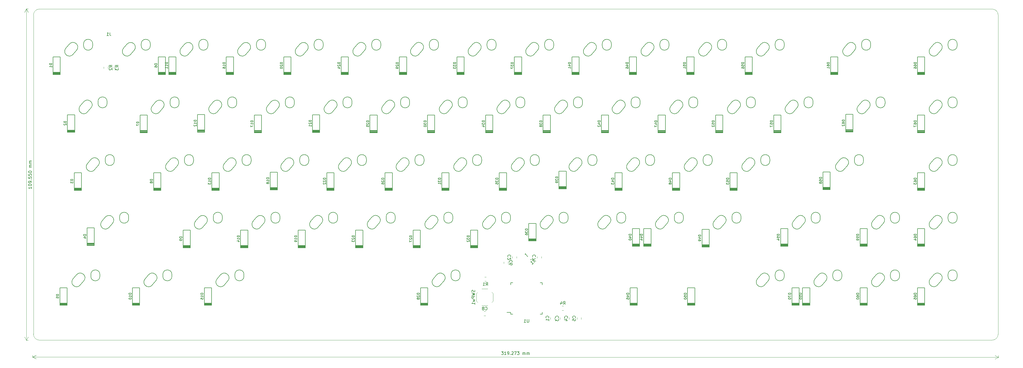
<source format=gbr>
G04 #@! TF.GenerationSoftware,KiCad,Pcbnew,(5.1.5)-3*
G04 #@! TF.CreationDate,2020-04-14T21:23:00-05:00*
G04 #@! TF.ProjectId,Without Led and Usb-c,57697468-6f75-4742-904c-656420616e64,rev?*
G04 #@! TF.SameCoordinates,Original*
G04 #@! TF.FileFunction,Legend,Bot*
G04 #@! TF.FilePolarity,Positive*
%FSLAX46Y46*%
G04 Gerber Fmt 4.6, Leading zero omitted, Abs format (unit mm)*
G04 Created by KiCad (PCBNEW (5.1.5)-3) date 2020-04-14 21:23:00*
%MOMM*%
%LPD*%
G04 APERTURE LIST*
%ADD10C,0.150000*%
%ADD11C,0.120000*%
%ADD12C,0.050000*%
%ADD13C,0.200000*%
G04 APERTURE END LIST*
D10*
X164508287Y-153056278D02*
X165127335Y-153056515D01*
X164793856Y-153437340D01*
X164936713Y-153437394D01*
X165031933Y-153485050D01*
X165079534Y-153532687D01*
X165127117Y-153627943D01*
X165127026Y-153866039D01*
X165079370Y-153961258D01*
X165031733Y-154008859D01*
X164936477Y-154056442D01*
X164650763Y-154056333D01*
X164555543Y-154008678D01*
X164507942Y-153961040D01*
X166079334Y-154056878D02*
X165507905Y-154056660D01*
X165793620Y-154056769D02*
X165794001Y-153056769D01*
X165698709Y-153199590D01*
X165603434Y-153294792D01*
X165508178Y-153342375D01*
X166555524Y-154057060D02*
X166746000Y-154057133D01*
X166841257Y-154009550D01*
X166888894Y-153961949D01*
X166984187Y-153819129D01*
X167031878Y-153628671D01*
X167032024Y-153247718D01*
X166984441Y-153152462D01*
X166936840Y-153104825D01*
X166841620Y-153057169D01*
X166651144Y-153057097D01*
X166555888Y-153104679D01*
X166508251Y-153152280D01*
X166460595Y-153247500D01*
X166460504Y-153485595D01*
X166508087Y-153580852D01*
X166555688Y-153628489D01*
X166650908Y-153676144D01*
X166841384Y-153676217D01*
X166936640Y-153628634D01*
X166984278Y-153581034D01*
X167031933Y-153485814D01*
X167460323Y-153962168D02*
X167507923Y-154009805D01*
X167460286Y-154057406D01*
X167412685Y-154009769D01*
X167460323Y-153962168D01*
X167460286Y-154057406D01*
X167889203Y-153152808D02*
X167936840Y-153105207D01*
X168032097Y-153057624D01*
X168270192Y-153057715D01*
X168365412Y-153105370D01*
X168413013Y-153153008D01*
X168460595Y-153248264D01*
X168460559Y-153343502D01*
X168412885Y-153486341D01*
X167841239Y-154057551D01*
X168460286Y-154057788D01*
X168794001Y-153057915D02*
X169460668Y-153058170D01*
X169031715Y-154058006D01*
X169746382Y-153058279D02*
X170365430Y-153058515D01*
X170031951Y-153439340D01*
X170174808Y-153439395D01*
X170270028Y-153487050D01*
X170317629Y-153534687D01*
X170365212Y-153629944D01*
X170365121Y-153868039D01*
X170317465Y-153963259D01*
X170269828Y-154010860D01*
X170174572Y-154058442D01*
X169888857Y-154058333D01*
X169793638Y-154010678D01*
X169746037Y-153963041D01*
X171555524Y-154058970D02*
X171555779Y-153392303D01*
X171555742Y-153487541D02*
X171603379Y-153439940D01*
X171698636Y-153392358D01*
X171841493Y-153392412D01*
X171936713Y-153440068D01*
X171984295Y-153535324D01*
X171984095Y-154059133D01*
X171984295Y-153535324D02*
X172031951Y-153440104D01*
X172127207Y-153392521D01*
X172270064Y-153392576D01*
X172365284Y-153440231D01*
X172412867Y-153535487D01*
X172412667Y-154059297D01*
X172888857Y-154059479D02*
X172889112Y-153392812D01*
X172889075Y-153488050D02*
X172936713Y-153440449D01*
X173031969Y-153392867D01*
X173174826Y-153392921D01*
X173270046Y-153440577D01*
X173317629Y-153535833D01*
X173317429Y-154059642D01*
X173317629Y-153535833D02*
X173365284Y-153440613D01*
X173460540Y-153393030D01*
X173603397Y-153393085D01*
X173698617Y-153440740D01*
X173746200Y-153535997D01*
X173746000Y-154059806D01*
D11*
X328810720Y-154936640D02*
X9537800Y-154814720D01*
X328810685Y-155028101D02*
X328810944Y-154350219D01*
X9537765Y-154906181D02*
X9538024Y-154228299D01*
X9537800Y-154814720D02*
X10664528Y-154228729D01*
X9537800Y-154814720D02*
X10664080Y-155401571D01*
X328810720Y-154936640D02*
X327684440Y-154349789D01*
X328810720Y-154936640D02*
X327683992Y-155522631D01*
D10*
X9187540Y-98636399D02*
X9187540Y-99207827D01*
X9187540Y-98922113D02*
X8187540Y-98922113D01*
X8330398Y-99017351D01*
X8425636Y-99112589D01*
X8473255Y-99207827D01*
X8187540Y-98017351D02*
X8187540Y-97922113D01*
X8235160Y-97826875D01*
X8282779Y-97779256D01*
X8378017Y-97731637D01*
X8568493Y-97684018D01*
X8806588Y-97684018D01*
X8997064Y-97731637D01*
X9092302Y-97779256D01*
X9139921Y-97826875D01*
X9187540Y-97922113D01*
X9187540Y-98017351D01*
X9139921Y-98112589D01*
X9092302Y-98160208D01*
X8997064Y-98207827D01*
X8806588Y-98255446D01*
X8568493Y-98255446D01*
X8378017Y-98207827D01*
X8282779Y-98160208D01*
X8235160Y-98112589D01*
X8187540Y-98017351D01*
X9187540Y-97207827D02*
X9187540Y-97017351D01*
X9139921Y-96922113D01*
X9092302Y-96874494D01*
X8949445Y-96779256D01*
X8758969Y-96731637D01*
X8378017Y-96731637D01*
X8282779Y-96779256D01*
X8235160Y-96826875D01*
X8187540Y-96922113D01*
X8187540Y-97112589D01*
X8235160Y-97207827D01*
X8282779Y-97255446D01*
X8378017Y-97303065D01*
X8616112Y-97303065D01*
X8711350Y-97255446D01*
X8758969Y-97207827D01*
X8806588Y-97112589D01*
X8806588Y-96922113D01*
X8758969Y-96826875D01*
X8711350Y-96779256D01*
X8616112Y-96731637D01*
X9092302Y-96303065D02*
X9139921Y-96255446D01*
X9187540Y-96303065D01*
X9139921Y-96350684D01*
X9092302Y-96303065D01*
X9187540Y-96303065D01*
X8187540Y-95350684D02*
X8187540Y-95826875D01*
X8663731Y-95874494D01*
X8616112Y-95826875D01*
X8568493Y-95731637D01*
X8568493Y-95493541D01*
X8616112Y-95398303D01*
X8663731Y-95350684D01*
X8758969Y-95303065D01*
X8997064Y-95303065D01*
X9092302Y-95350684D01*
X9139921Y-95398303D01*
X9187540Y-95493541D01*
X9187540Y-95731637D01*
X9139921Y-95826875D01*
X9092302Y-95874494D01*
X8187540Y-94398303D02*
X8187540Y-94874494D01*
X8663731Y-94922113D01*
X8616112Y-94874494D01*
X8568493Y-94779256D01*
X8568493Y-94541160D01*
X8616112Y-94445922D01*
X8663731Y-94398303D01*
X8758969Y-94350684D01*
X8997064Y-94350684D01*
X9092302Y-94398303D01*
X9139921Y-94445922D01*
X9187540Y-94541160D01*
X9187540Y-94779256D01*
X9139921Y-94874494D01*
X9092302Y-94922113D01*
X8187540Y-93731637D02*
X8187540Y-93636399D01*
X8235160Y-93541160D01*
X8282779Y-93493541D01*
X8378017Y-93445922D01*
X8568493Y-93398303D01*
X8806588Y-93398303D01*
X8997064Y-93445922D01*
X9092302Y-93493541D01*
X9139921Y-93541160D01*
X9187540Y-93636399D01*
X9187540Y-93731637D01*
X9139921Y-93826875D01*
X9092302Y-93874494D01*
X8997064Y-93922113D01*
X8806588Y-93969732D01*
X8568493Y-93969732D01*
X8378017Y-93922113D01*
X8282779Y-93874494D01*
X8235160Y-93826875D01*
X8187540Y-93731637D01*
X9187540Y-92207827D02*
X8520874Y-92207827D01*
X8616112Y-92207827D02*
X8568493Y-92160208D01*
X8520874Y-92064970D01*
X8520874Y-91922113D01*
X8568493Y-91826875D01*
X8663731Y-91779256D01*
X9187540Y-91779256D01*
X8663731Y-91779256D02*
X8568493Y-91731637D01*
X8520874Y-91636399D01*
X8520874Y-91493541D01*
X8568493Y-91398303D01*
X8663731Y-91350684D01*
X9187540Y-91350684D01*
X9187540Y-90874494D02*
X8520874Y-90874494D01*
X8616112Y-90874494D02*
X8568493Y-90826875D01*
X8520874Y-90731637D01*
X8520874Y-90588780D01*
X8568493Y-90493541D01*
X8663731Y-90445922D01*
X9187540Y-90445922D01*
X8663731Y-90445922D02*
X8568493Y-90398303D01*
X8520874Y-90303065D01*
X8520874Y-90160208D01*
X8568493Y-90064970D01*
X8663731Y-90017351D01*
X9187540Y-90017351D01*
D11*
X7465160Y-149363880D02*
X7465160Y-39813680D01*
X7455000Y-149363880D02*
X8051581Y-149363880D01*
X7455000Y-39813680D02*
X8051581Y-39813680D01*
X7465160Y-39813680D02*
X8051581Y-40940184D01*
X7465160Y-39813680D02*
X6878739Y-40940184D01*
X7465160Y-149363880D02*
X8051581Y-148237376D01*
X7465160Y-149363880D02*
X6878739Y-148237376D01*
D12*
X9820000Y-147280000D02*
X9819976Y-41880000D01*
X326720000Y-39879976D02*
G75*
G02X328720024Y-41880000I0J-2000024D01*
G01*
X328720000Y-147280000D02*
G75*
G02X326720000Y-149280000I-2000000J0D01*
G01*
X11820000Y-149280000D02*
G75*
G02X9820000Y-147280000I0J2000000D01*
G01*
X9819976Y-41880000D02*
G75*
G02X11820000Y-39879976I2000024J0D01*
G01*
X11820000Y-39879976D02*
X15820000Y-39880000D01*
X326720000Y-149280000D02*
X11820000Y-149280000D01*
X328720024Y-41880000D02*
X328720000Y-147280000D01*
X15820000Y-39880000D02*
X326720000Y-39879976D01*
D13*
X22835389Y-129132753D02*
G75*
G03X25281250Y-131075000I1245861J-942247D01*
G01*
X25281250Y-131075000D02*
X26527111Y-129617247D01*
X22835389Y-129132753D02*
X24081250Y-127675000D01*
X28781250Y-128175000D02*
X28781250Y-127575000D01*
X31781250Y-128175000D02*
X31781250Y-127575000D01*
X28781250Y-128175000D02*
G75*
G03X31781250Y-128175000I1500000J0D01*
G01*
X26527111Y-129617247D02*
G75*
G03X24081250Y-127675000I-1245861J942247D01*
G01*
X31781250Y-127575000D02*
G75*
G03X28781250Y-127575000I-1500000J0D01*
G01*
X306250000Y-52875000D02*
G75*
G03X308650000Y-54875000I1200000J-1000000D01*
G01*
X308650000Y-54875000D02*
X309895861Y-53417247D01*
X306204139Y-52932753D02*
X307450000Y-51475000D01*
X312150000Y-51975000D02*
X312150000Y-51375000D01*
X315150000Y-51975000D02*
X315150000Y-51375000D01*
X312150000Y-51975000D02*
G75*
G03X315150000Y-51975000I1500000J0D01*
G01*
X309850000Y-53475000D02*
G75*
G03X307450000Y-51475000I-1200000J1000000D01*
G01*
X315150000Y-51375000D02*
G75*
G03X312150000Y-51375000I-1500000J0D01*
G01*
X42550000Y-131950000D02*
X42550000Y-137750000D01*
X44950000Y-131950000D02*
X42550000Y-131950000D01*
X44950000Y-137750000D02*
X44950000Y-131950000D01*
X44950000Y-137675000D02*
X42550000Y-137675000D01*
X44950000Y-137550000D02*
X42550000Y-137550000D01*
X42550000Y-137775000D02*
X44950000Y-137775000D01*
X44950000Y-137375000D02*
X42550000Y-137375000D01*
X44950000Y-137200000D02*
X42550000Y-137200000D01*
X44950000Y-137025000D02*
X42550000Y-137025000D01*
X46647889Y-129132753D02*
G75*
G03X49093750Y-131075000I1245861J-942247D01*
G01*
X49093750Y-131075000D02*
X50339611Y-129617247D01*
X46647889Y-129132753D02*
X47893750Y-127675000D01*
X52593750Y-128175000D02*
X52593750Y-127575000D01*
X55593750Y-128175000D02*
X55593750Y-127575000D01*
X52593750Y-128175000D02*
G75*
G03X55593750Y-128175000I1500000J0D01*
G01*
X50339611Y-129617247D02*
G75*
G03X47893750Y-127675000I-1245861J942247D01*
G01*
X55593750Y-127575000D02*
G75*
G03X52593750Y-127575000I-1500000J0D01*
G01*
X249100000Y-129075000D02*
G75*
G03X251500000Y-131075000I1200000J-1000000D01*
G01*
X251500000Y-131075000D02*
X252745861Y-129617247D01*
X249054139Y-129132753D02*
X250300000Y-127675000D01*
X255000000Y-128175000D02*
X255000000Y-127575000D01*
X258000000Y-128175000D02*
X258000000Y-127575000D01*
X255000000Y-128175000D02*
G75*
G03X258000000Y-128175000I1500000J0D01*
G01*
X252700000Y-129675000D02*
G75*
G03X250300000Y-127675000I-1200000J1000000D01*
G01*
X258000000Y-127575000D02*
G75*
G03X255000000Y-127575000I-1500000J0D01*
G01*
X82412500Y-110025000D02*
G75*
G03X84812500Y-112025000I1200000J-1000000D01*
G01*
X84812500Y-112025000D02*
X86058361Y-110567247D01*
X82366639Y-110082753D02*
X83612500Y-108625000D01*
X88312500Y-109125000D02*
X88312500Y-108525000D01*
X91312500Y-109125000D02*
X91312500Y-108525000D01*
X88312500Y-109125000D02*
G75*
G03X91312500Y-109125000I1500000J0D01*
G01*
X86012500Y-110625000D02*
G75*
G03X83612500Y-108625000I-1200000J1000000D01*
G01*
X91312500Y-108525000D02*
G75*
G03X88312500Y-108525000I-1500000J0D01*
G01*
X68125000Y-71925000D02*
G75*
G03X70525000Y-73925000I1200000J-1000000D01*
G01*
X70525000Y-73925000D02*
X71770861Y-72467247D01*
X68079139Y-71982753D02*
X69325000Y-70525000D01*
X74025000Y-71025000D02*
X74025000Y-70425000D01*
X77025000Y-71025000D02*
X77025000Y-70425000D01*
X74025000Y-71025000D02*
G75*
G03X77025000Y-71025000I1500000J0D01*
G01*
X71725000Y-72525000D02*
G75*
G03X69325000Y-70525000I-1200000J1000000D01*
G01*
X77025000Y-70425000D02*
G75*
G03X74025000Y-70425000I-1500000J0D01*
G01*
X260550000Y-131950000D02*
X260550000Y-137750000D01*
X262950000Y-131950000D02*
X260550000Y-131950000D01*
X262950000Y-137750000D02*
X262950000Y-131950000D01*
X262950000Y-137675000D02*
X260550000Y-137675000D01*
X262950000Y-137550000D02*
X260550000Y-137550000D01*
X260550000Y-137775000D02*
X262950000Y-137775000D01*
X262950000Y-137375000D02*
X260550000Y-137375000D01*
X262950000Y-137200000D02*
X260550000Y-137200000D01*
X262950000Y-137025000D02*
X260550000Y-137025000D01*
X302050000Y-74950000D02*
X302050000Y-80750000D01*
X304450000Y-74950000D02*
X302050000Y-74950000D01*
X304450000Y-80750000D02*
X304450000Y-74950000D01*
X304450000Y-80675000D02*
X302050000Y-80675000D01*
X304450000Y-80550000D02*
X302050000Y-80550000D01*
X302050000Y-80775000D02*
X304450000Y-80775000D01*
X304450000Y-80375000D02*
X302050000Y-80375000D01*
X304450000Y-80200000D02*
X302050000Y-80200000D01*
X304450000Y-80025000D02*
X302050000Y-80025000D01*
X302050000Y-55700000D02*
X302050000Y-61500000D01*
X304450000Y-55700000D02*
X302050000Y-55700000D01*
X304450000Y-61500000D02*
X304450000Y-55700000D01*
X304450000Y-61425000D02*
X302050000Y-61425000D01*
X304450000Y-61300000D02*
X302050000Y-61300000D01*
X302050000Y-61525000D02*
X304450000Y-61525000D01*
X304450000Y-61125000D02*
X302050000Y-61125000D01*
X304450000Y-60950000D02*
X302050000Y-60950000D01*
X304450000Y-60775000D02*
X302050000Y-60775000D01*
X302050000Y-131950000D02*
X302050000Y-137750000D01*
X304450000Y-131950000D02*
X302050000Y-131950000D01*
X304450000Y-137750000D02*
X304450000Y-131950000D01*
X304450000Y-137675000D02*
X302050000Y-137675000D01*
X304450000Y-137550000D02*
X302050000Y-137550000D01*
X302050000Y-137775000D02*
X304450000Y-137775000D01*
X304450000Y-137375000D02*
X302050000Y-137375000D01*
X304450000Y-137200000D02*
X302050000Y-137200000D01*
X304450000Y-137025000D02*
X302050000Y-137025000D01*
X302050000Y-112450000D02*
X302050000Y-118250000D01*
X304450000Y-112450000D02*
X302050000Y-112450000D01*
X304450000Y-118250000D02*
X304450000Y-112450000D01*
X304450000Y-118175000D02*
X302050000Y-118175000D01*
X304450000Y-118050000D02*
X302050000Y-118050000D01*
X302050000Y-118275000D02*
X304450000Y-118275000D01*
X304450000Y-117875000D02*
X302050000Y-117875000D01*
X304450000Y-117700000D02*
X302050000Y-117700000D01*
X304450000Y-117525000D02*
X302050000Y-117525000D01*
X302050000Y-93950000D02*
X302050000Y-99750000D01*
X304450000Y-93950000D02*
X302050000Y-93950000D01*
X304450000Y-99750000D02*
X304450000Y-93950000D01*
X304450000Y-99675000D02*
X302050000Y-99675000D01*
X304450000Y-99550000D02*
X302050000Y-99550000D01*
X302050000Y-99775000D02*
X304450000Y-99775000D01*
X304450000Y-99375000D02*
X302050000Y-99375000D01*
X304450000Y-99200000D02*
X302050000Y-99200000D01*
X304450000Y-99025000D02*
X302050000Y-99025000D01*
X278300000Y-74700000D02*
X278300000Y-80500000D01*
X280700000Y-74700000D02*
X278300000Y-74700000D01*
X280700000Y-80500000D02*
X280700000Y-74700000D01*
X280700000Y-80425000D02*
X278300000Y-80425000D01*
X280700000Y-80300000D02*
X278300000Y-80300000D01*
X278300000Y-80525000D02*
X280700000Y-80525000D01*
X280700000Y-80125000D02*
X278300000Y-80125000D01*
X280700000Y-79950000D02*
X278300000Y-79950000D01*
X280700000Y-79775000D02*
X278300000Y-79775000D01*
X273300000Y-55700000D02*
X273300000Y-61500000D01*
X275700000Y-55700000D02*
X273300000Y-55700000D01*
X275700000Y-61500000D02*
X275700000Y-55700000D01*
X275700000Y-61425000D02*
X273300000Y-61425000D01*
X275700000Y-61300000D02*
X273300000Y-61300000D01*
X273300000Y-61525000D02*
X275700000Y-61525000D01*
X275700000Y-61125000D02*
X273300000Y-61125000D01*
X275700000Y-60950000D02*
X273300000Y-60950000D01*
X275700000Y-60775000D02*
X273300000Y-60775000D01*
X283050000Y-131950000D02*
X283050000Y-137750000D01*
X285450000Y-131950000D02*
X283050000Y-131950000D01*
X285450000Y-137750000D02*
X285450000Y-131950000D01*
X285450000Y-137675000D02*
X283050000Y-137675000D01*
X285450000Y-137550000D02*
X283050000Y-137550000D01*
X283050000Y-137775000D02*
X285450000Y-137775000D01*
X285450000Y-137375000D02*
X283050000Y-137375000D01*
X285450000Y-137200000D02*
X283050000Y-137200000D01*
X285450000Y-137025000D02*
X283050000Y-137025000D01*
X283050000Y-112450000D02*
X283050000Y-118250000D01*
X285450000Y-112450000D02*
X283050000Y-112450000D01*
X285450000Y-118250000D02*
X285450000Y-112450000D01*
X285450000Y-118175000D02*
X283050000Y-118175000D01*
X285450000Y-118050000D02*
X283050000Y-118050000D01*
X283050000Y-118275000D02*
X285450000Y-118275000D01*
X285450000Y-117875000D02*
X283050000Y-117875000D01*
X285450000Y-117700000D02*
X283050000Y-117700000D01*
X285450000Y-117525000D02*
X283050000Y-117525000D01*
X270800000Y-93700000D02*
X270800000Y-99500000D01*
X273200000Y-93700000D02*
X270800000Y-93700000D01*
X273200000Y-99500000D02*
X273200000Y-93700000D01*
X273200000Y-99425000D02*
X270800000Y-99425000D01*
X273200000Y-99300000D02*
X270800000Y-99300000D01*
X270800000Y-99525000D02*
X273200000Y-99525000D01*
X273200000Y-99125000D02*
X270800000Y-99125000D01*
X273200000Y-98950000D02*
X270800000Y-98950000D01*
X273200000Y-98775000D02*
X270800000Y-98775000D01*
X254550000Y-74950000D02*
X254550000Y-80750000D01*
X256950000Y-74950000D02*
X254550000Y-74950000D01*
X256950000Y-80750000D02*
X256950000Y-74950000D01*
X256950000Y-80675000D02*
X254550000Y-80675000D01*
X256950000Y-80550000D02*
X254550000Y-80550000D01*
X254550000Y-80775000D02*
X256950000Y-80775000D01*
X256950000Y-80375000D02*
X254550000Y-80375000D01*
X256950000Y-80200000D02*
X254550000Y-80200000D01*
X256950000Y-80025000D02*
X254550000Y-80025000D01*
X245050000Y-55700000D02*
X245050000Y-61500000D01*
X247450000Y-55700000D02*
X245050000Y-55700000D01*
X247450000Y-61500000D02*
X247450000Y-55700000D01*
X247450000Y-61425000D02*
X245050000Y-61425000D01*
X247450000Y-61300000D02*
X245050000Y-61300000D01*
X245050000Y-61525000D02*
X247450000Y-61525000D01*
X247450000Y-61125000D02*
X245050000Y-61125000D01*
X247450000Y-60950000D02*
X245050000Y-60950000D01*
X247450000Y-60775000D02*
X245050000Y-60775000D01*
X264050000Y-131950000D02*
X264050000Y-137750000D01*
X266450000Y-131950000D02*
X264050000Y-131950000D01*
X266450000Y-137750000D02*
X266450000Y-131950000D01*
X266450000Y-137675000D02*
X264050000Y-137675000D01*
X266450000Y-137550000D02*
X264050000Y-137550000D01*
X264050000Y-137775000D02*
X266450000Y-137775000D01*
X266450000Y-137375000D02*
X264050000Y-137375000D01*
X266450000Y-137200000D02*
X264050000Y-137200000D01*
X266450000Y-137025000D02*
X264050000Y-137025000D01*
X256800000Y-112450000D02*
X256800000Y-118250000D01*
X259200000Y-112450000D02*
X256800000Y-112450000D01*
X259200000Y-118250000D02*
X259200000Y-112450000D01*
X259200000Y-118175000D02*
X256800000Y-118175000D01*
X259200000Y-118050000D02*
X256800000Y-118050000D01*
X256800000Y-118275000D02*
X259200000Y-118275000D01*
X259200000Y-117875000D02*
X256800000Y-117875000D01*
X259200000Y-117700000D02*
X256800000Y-117700000D01*
X259200000Y-117525000D02*
X256800000Y-117525000D01*
X240050000Y-93950000D02*
X240050000Y-99750000D01*
X242450000Y-93950000D02*
X240050000Y-93950000D01*
X242450000Y-99750000D02*
X242450000Y-93950000D01*
X242450000Y-99675000D02*
X240050000Y-99675000D01*
X242450000Y-99550000D02*
X240050000Y-99550000D01*
X240050000Y-99775000D02*
X242450000Y-99775000D01*
X242450000Y-99375000D02*
X240050000Y-99375000D01*
X242450000Y-99200000D02*
X240050000Y-99200000D01*
X242450000Y-99025000D02*
X240050000Y-99025000D01*
X235300000Y-74950000D02*
X235300000Y-80750000D01*
X237700000Y-74950000D02*
X235300000Y-74950000D01*
X237700000Y-80750000D02*
X237700000Y-74950000D01*
X237700000Y-80675000D02*
X235300000Y-80675000D01*
X237700000Y-80550000D02*
X235300000Y-80550000D01*
X235300000Y-80775000D02*
X237700000Y-80775000D01*
X237700000Y-80375000D02*
X235300000Y-80375000D01*
X237700000Y-80200000D02*
X235300000Y-80200000D01*
X237700000Y-80025000D02*
X235300000Y-80025000D01*
X225800000Y-55700000D02*
X225800000Y-61500000D01*
X228200000Y-55700000D02*
X225800000Y-55700000D01*
X228200000Y-61500000D02*
X228200000Y-55700000D01*
X228200000Y-61425000D02*
X225800000Y-61425000D01*
X228200000Y-61300000D02*
X225800000Y-61300000D01*
X225800000Y-61525000D02*
X228200000Y-61525000D01*
X228200000Y-61125000D02*
X225800000Y-61125000D01*
X228200000Y-60950000D02*
X225800000Y-60950000D01*
X228200000Y-60775000D02*
X225800000Y-60775000D01*
X226050000Y-131950000D02*
X226050000Y-137750000D01*
X228450000Y-131950000D02*
X226050000Y-131950000D01*
X228450000Y-137750000D02*
X228450000Y-131950000D01*
X228450000Y-137675000D02*
X226050000Y-137675000D01*
X228450000Y-137550000D02*
X226050000Y-137550000D01*
X226050000Y-137775000D02*
X228450000Y-137775000D01*
X228450000Y-137375000D02*
X226050000Y-137375000D01*
X228450000Y-137200000D02*
X226050000Y-137200000D01*
X228450000Y-137025000D02*
X226050000Y-137025000D01*
X230800000Y-112700000D02*
X230800000Y-118500000D01*
X233200000Y-112700000D02*
X230800000Y-112700000D01*
X233200000Y-118500000D02*
X233200000Y-112700000D01*
X233200000Y-118425000D02*
X230800000Y-118425000D01*
X233200000Y-118300000D02*
X230800000Y-118300000D01*
X230800000Y-118525000D02*
X233200000Y-118525000D01*
X233200000Y-118125000D02*
X230800000Y-118125000D01*
X233200000Y-117950000D02*
X230800000Y-117950000D01*
X233200000Y-117775000D02*
X230800000Y-117775000D01*
X221050000Y-93950000D02*
X221050000Y-99750000D01*
X223450000Y-93950000D02*
X221050000Y-93950000D01*
X223450000Y-99750000D02*
X223450000Y-93950000D01*
X223450000Y-99675000D02*
X221050000Y-99675000D01*
X223450000Y-99550000D02*
X221050000Y-99550000D01*
X221050000Y-99775000D02*
X223450000Y-99775000D01*
X223450000Y-99375000D02*
X221050000Y-99375000D01*
X223450000Y-99200000D02*
X221050000Y-99200000D01*
X223450000Y-99025000D02*
X221050000Y-99025000D01*
X216300000Y-74950000D02*
X216300000Y-80750000D01*
X218700000Y-74950000D02*
X216300000Y-74950000D01*
X218700000Y-80750000D02*
X218700000Y-74950000D01*
X218700000Y-80675000D02*
X216300000Y-80675000D01*
X218700000Y-80550000D02*
X216300000Y-80550000D01*
X216300000Y-80775000D02*
X218700000Y-80775000D01*
X218700000Y-80375000D02*
X216300000Y-80375000D01*
X218700000Y-80200000D02*
X216300000Y-80200000D01*
X218700000Y-80025000D02*
X216300000Y-80025000D01*
X206800000Y-55700000D02*
X206800000Y-61500000D01*
X209200000Y-55700000D02*
X206800000Y-55700000D01*
X209200000Y-61500000D02*
X209200000Y-55700000D01*
X209200000Y-61425000D02*
X206800000Y-61425000D01*
X209200000Y-61300000D02*
X206800000Y-61300000D01*
X206800000Y-61525000D02*
X209200000Y-61525000D01*
X209200000Y-61125000D02*
X206800000Y-61125000D01*
X209200000Y-60950000D02*
X206800000Y-60950000D01*
X209200000Y-60775000D02*
X206800000Y-60775000D01*
X207050000Y-131950000D02*
X207050000Y-137750000D01*
X209450000Y-131950000D02*
X207050000Y-131950000D01*
X209450000Y-137750000D02*
X209450000Y-131950000D01*
X209450000Y-137675000D02*
X207050000Y-137675000D01*
X209450000Y-137550000D02*
X207050000Y-137550000D01*
X207050000Y-137775000D02*
X209450000Y-137775000D01*
X209450000Y-137375000D02*
X207050000Y-137375000D01*
X209450000Y-137200000D02*
X207050000Y-137200000D01*
X209450000Y-137025000D02*
X207050000Y-137025000D01*
X211550000Y-112450000D02*
X211550000Y-118250000D01*
X213950000Y-112450000D02*
X211550000Y-112450000D01*
X213950000Y-118250000D02*
X213950000Y-112450000D01*
X213950000Y-118175000D02*
X211550000Y-118175000D01*
X213950000Y-118050000D02*
X211550000Y-118050000D01*
X211550000Y-118275000D02*
X213950000Y-118275000D01*
X213950000Y-117875000D02*
X211550000Y-117875000D01*
X213950000Y-117700000D02*
X211550000Y-117700000D01*
X213950000Y-117525000D02*
X211550000Y-117525000D01*
X202050000Y-93950000D02*
X202050000Y-99750000D01*
X204450000Y-93950000D02*
X202050000Y-93950000D01*
X204450000Y-99750000D02*
X204450000Y-93950000D01*
X204450000Y-99675000D02*
X202050000Y-99675000D01*
X204450000Y-99550000D02*
X202050000Y-99550000D01*
X202050000Y-99775000D02*
X204450000Y-99775000D01*
X204450000Y-99375000D02*
X202050000Y-99375000D01*
X204450000Y-99200000D02*
X202050000Y-99200000D01*
X204450000Y-99025000D02*
X202050000Y-99025000D01*
X197550000Y-74950000D02*
X197550000Y-80750000D01*
X199950000Y-74950000D02*
X197550000Y-74950000D01*
X199950000Y-80750000D02*
X199950000Y-74950000D01*
X199950000Y-80675000D02*
X197550000Y-80675000D01*
X199950000Y-80550000D02*
X197550000Y-80550000D01*
X197550000Y-80775000D02*
X199950000Y-80775000D01*
X199950000Y-80375000D02*
X197550000Y-80375000D01*
X199950000Y-80200000D02*
X197550000Y-80200000D01*
X199950000Y-80025000D02*
X197550000Y-80025000D01*
X187800000Y-55700000D02*
X187800000Y-61500000D01*
X190200000Y-55700000D02*
X187800000Y-55700000D01*
X190200000Y-61500000D02*
X190200000Y-55700000D01*
X190200000Y-61425000D02*
X187800000Y-61425000D01*
X190200000Y-61300000D02*
X187800000Y-61300000D01*
X187800000Y-61525000D02*
X190200000Y-61525000D01*
X190200000Y-61125000D02*
X187800000Y-61125000D01*
X190200000Y-60950000D02*
X187800000Y-60950000D01*
X190200000Y-60775000D02*
X187800000Y-60775000D01*
X207800000Y-112450000D02*
X207800000Y-118250000D01*
X210200000Y-112450000D02*
X207800000Y-112450000D01*
X210200000Y-118250000D02*
X210200000Y-112450000D01*
X210200000Y-118175000D02*
X207800000Y-118175000D01*
X210200000Y-118050000D02*
X207800000Y-118050000D01*
X207800000Y-118275000D02*
X210200000Y-118275000D01*
X210200000Y-117875000D02*
X207800000Y-117875000D01*
X210200000Y-117700000D02*
X207800000Y-117700000D01*
X210200000Y-117525000D02*
X207800000Y-117525000D01*
X183550000Y-93450000D02*
X183550000Y-99250000D01*
X185950000Y-93450000D02*
X183550000Y-93450000D01*
X185950000Y-99250000D02*
X185950000Y-93450000D01*
X185950000Y-99175000D02*
X183550000Y-99175000D01*
X185950000Y-99050000D02*
X183550000Y-99050000D01*
X183550000Y-99275000D02*
X185950000Y-99275000D01*
X185950000Y-98875000D02*
X183550000Y-98875000D01*
X185950000Y-98700000D02*
X183550000Y-98700000D01*
X185950000Y-98525000D02*
X183550000Y-98525000D01*
X178300000Y-74950000D02*
X178300000Y-80750000D01*
X180700000Y-74950000D02*
X178300000Y-74950000D01*
X180700000Y-80750000D02*
X180700000Y-74950000D01*
X180700000Y-80675000D02*
X178300000Y-80675000D01*
X180700000Y-80550000D02*
X178300000Y-80550000D01*
X178300000Y-80775000D02*
X180700000Y-80775000D01*
X180700000Y-80375000D02*
X178300000Y-80375000D01*
X180700000Y-80200000D02*
X178300000Y-80200000D01*
X180700000Y-80025000D02*
X178300000Y-80025000D01*
X168800000Y-55700000D02*
X168800000Y-61500000D01*
X171200000Y-55700000D02*
X168800000Y-55700000D01*
X171200000Y-61500000D02*
X171200000Y-55700000D01*
X171200000Y-61425000D02*
X168800000Y-61425000D01*
X171200000Y-61300000D02*
X168800000Y-61300000D01*
X168800000Y-61525000D02*
X171200000Y-61525000D01*
X171200000Y-61125000D02*
X168800000Y-61125000D01*
X171200000Y-60950000D02*
X168800000Y-60950000D01*
X171200000Y-60775000D02*
X168800000Y-60775000D01*
X173550000Y-110700000D02*
X173550000Y-116500000D01*
X175950000Y-110700000D02*
X173550000Y-110700000D01*
X175950000Y-116500000D02*
X175950000Y-110700000D01*
X175950000Y-116425000D02*
X173550000Y-116425000D01*
X175950000Y-116300000D02*
X173550000Y-116300000D01*
X173550000Y-116525000D02*
X175950000Y-116525000D01*
X175950000Y-116125000D02*
X173550000Y-116125000D01*
X175950000Y-115950000D02*
X173550000Y-115950000D01*
X175950000Y-115775000D02*
X173550000Y-115775000D01*
X163800000Y-93950000D02*
X163800000Y-99750000D01*
X166200000Y-93950000D02*
X163800000Y-93950000D01*
X166200000Y-99750000D02*
X166200000Y-93950000D01*
X166200000Y-99675000D02*
X163800000Y-99675000D01*
X166200000Y-99550000D02*
X163800000Y-99550000D01*
X163800000Y-99775000D02*
X166200000Y-99775000D01*
X166200000Y-99375000D02*
X163800000Y-99375000D01*
X166200000Y-99200000D02*
X163800000Y-99200000D01*
X166200000Y-99025000D02*
X163800000Y-99025000D01*
X159300000Y-74950000D02*
X159300000Y-80750000D01*
X161700000Y-74950000D02*
X159300000Y-74950000D01*
X161700000Y-80750000D02*
X161700000Y-74950000D01*
X161700000Y-80675000D02*
X159300000Y-80675000D01*
X161700000Y-80550000D02*
X159300000Y-80550000D01*
X159300000Y-80775000D02*
X161700000Y-80775000D01*
X161700000Y-80375000D02*
X159300000Y-80375000D01*
X161700000Y-80200000D02*
X159300000Y-80200000D01*
X161700000Y-80025000D02*
X159300000Y-80025000D01*
X149800000Y-55700000D02*
X149800000Y-61500000D01*
X152200000Y-55700000D02*
X149800000Y-55700000D01*
X152200000Y-61500000D02*
X152200000Y-55700000D01*
X152200000Y-61425000D02*
X149800000Y-61425000D01*
X152200000Y-61300000D02*
X149800000Y-61300000D01*
X149800000Y-61525000D02*
X152200000Y-61525000D01*
X152200000Y-61125000D02*
X149800000Y-61125000D01*
X152200000Y-60950000D02*
X149800000Y-60950000D01*
X152200000Y-60775000D02*
X149800000Y-60775000D01*
X154300000Y-112950000D02*
X154300000Y-118750000D01*
X156700000Y-112950000D02*
X154300000Y-112950000D01*
X156700000Y-118750000D02*
X156700000Y-112950000D01*
X156700000Y-118675000D02*
X154300000Y-118675000D01*
X156700000Y-118550000D02*
X154300000Y-118550000D01*
X154300000Y-118775000D02*
X156700000Y-118775000D01*
X156700000Y-118375000D02*
X154300000Y-118375000D01*
X156700000Y-118200000D02*
X154300000Y-118200000D01*
X156700000Y-118025000D02*
X154300000Y-118025000D01*
X144800000Y-93950000D02*
X144800000Y-99750000D01*
X147200000Y-93950000D02*
X144800000Y-93950000D01*
X147200000Y-99750000D02*
X147200000Y-93950000D01*
X147200000Y-99675000D02*
X144800000Y-99675000D01*
X147200000Y-99550000D02*
X144800000Y-99550000D01*
X144800000Y-99775000D02*
X147200000Y-99775000D01*
X147200000Y-99375000D02*
X144800000Y-99375000D01*
X147200000Y-99200000D02*
X144800000Y-99200000D01*
X147200000Y-99025000D02*
X144800000Y-99025000D01*
X140050000Y-74950000D02*
X140050000Y-80750000D01*
X142450000Y-74950000D02*
X140050000Y-74950000D01*
X142450000Y-80750000D02*
X142450000Y-74950000D01*
X142450000Y-80675000D02*
X140050000Y-80675000D01*
X142450000Y-80550000D02*
X140050000Y-80550000D01*
X140050000Y-80775000D02*
X142450000Y-80775000D01*
X142450000Y-80375000D02*
X140050000Y-80375000D01*
X142450000Y-80200000D02*
X140050000Y-80200000D01*
X142450000Y-80025000D02*
X140050000Y-80025000D01*
X130800000Y-55700000D02*
X130800000Y-61500000D01*
X133200000Y-55700000D02*
X130800000Y-55700000D01*
X133200000Y-61500000D02*
X133200000Y-55700000D01*
X133200000Y-61425000D02*
X130800000Y-61425000D01*
X133200000Y-61300000D02*
X130800000Y-61300000D01*
X130800000Y-61525000D02*
X133200000Y-61525000D01*
X133200000Y-61125000D02*
X130800000Y-61125000D01*
X133200000Y-60950000D02*
X130800000Y-60950000D01*
X133200000Y-60775000D02*
X130800000Y-60775000D01*
X137800000Y-131950000D02*
X137800000Y-137750000D01*
X140200000Y-131950000D02*
X137800000Y-131950000D01*
X140200000Y-137750000D02*
X140200000Y-131950000D01*
X140200000Y-137675000D02*
X137800000Y-137675000D01*
X140200000Y-137550000D02*
X137800000Y-137550000D01*
X137800000Y-137775000D02*
X140200000Y-137775000D01*
X140200000Y-137375000D02*
X137800000Y-137375000D01*
X140200000Y-137200000D02*
X137800000Y-137200000D01*
X140200000Y-137025000D02*
X137800000Y-137025000D01*
X135300000Y-112950000D02*
X135300000Y-118750000D01*
X137700000Y-112950000D02*
X135300000Y-112950000D01*
X137700000Y-118750000D02*
X137700000Y-112950000D01*
X137700000Y-118675000D02*
X135300000Y-118675000D01*
X137700000Y-118550000D02*
X135300000Y-118550000D01*
X135300000Y-118775000D02*
X137700000Y-118775000D01*
X137700000Y-118375000D02*
X135300000Y-118375000D01*
X137700000Y-118200000D02*
X135300000Y-118200000D01*
X137700000Y-118025000D02*
X135300000Y-118025000D01*
X126050000Y-93950000D02*
X126050000Y-99750000D01*
X128450000Y-93950000D02*
X126050000Y-93950000D01*
X128450000Y-99750000D02*
X128450000Y-93950000D01*
X128450000Y-99675000D02*
X126050000Y-99675000D01*
X128450000Y-99550000D02*
X126050000Y-99550000D01*
X126050000Y-99775000D02*
X128450000Y-99775000D01*
X128450000Y-99375000D02*
X126050000Y-99375000D01*
X128450000Y-99200000D02*
X126050000Y-99200000D01*
X128450000Y-99025000D02*
X126050000Y-99025000D01*
X121050000Y-74950000D02*
X121050000Y-80750000D01*
X123450000Y-74950000D02*
X121050000Y-74950000D01*
X123450000Y-80750000D02*
X123450000Y-74950000D01*
X123450000Y-80675000D02*
X121050000Y-80675000D01*
X123450000Y-80550000D02*
X121050000Y-80550000D01*
X121050000Y-80775000D02*
X123450000Y-80775000D01*
X123450000Y-80375000D02*
X121050000Y-80375000D01*
X123450000Y-80200000D02*
X121050000Y-80200000D01*
X123450000Y-80025000D02*
X121050000Y-80025000D01*
X111550000Y-55700000D02*
X111550000Y-61500000D01*
X113950000Y-55700000D02*
X111550000Y-55700000D01*
X113950000Y-61500000D02*
X113950000Y-55700000D01*
X113950000Y-61425000D02*
X111550000Y-61425000D01*
X113950000Y-61300000D02*
X111550000Y-61300000D01*
X111550000Y-61525000D02*
X113950000Y-61525000D01*
X113950000Y-61125000D02*
X111550000Y-61125000D01*
X113950000Y-60950000D02*
X111550000Y-60950000D01*
X113950000Y-60775000D02*
X111550000Y-60775000D01*
X116300000Y-112950000D02*
X116300000Y-118750000D01*
X118700000Y-112950000D02*
X116300000Y-112950000D01*
X118700000Y-118750000D02*
X118700000Y-112950000D01*
X118700000Y-118675000D02*
X116300000Y-118675000D01*
X118700000Y-118550000D02*
X116300000Y-118550000D01*
X116300000Y-118775000D02*
X118700000Y-118775000D01*
X118700000Y-118375000D02*
X116300000Y-118375000D01*
X118700000Y-118200000D02*
X116300000Y-118200000D01*
X118700000Y-118025000D02*
X116300000Y-118025000D01*
X106800000Y-93950000D02*
X106800000Y-99750000D01*
X109200000Y-93950000D02*
X106800000Y-93950000D01*
X109200000Y-99750000D02*
X109200000Y-93950000D01*
X109200000Y-99675000D02*
X106800000Y-99675000D01*
X109200000Y-99550000D02*
X106800000Y-99550000D01*
X106800000Y-99775000D02*
X109200000Y-99775000D01*
X109200000Y-99375000D02*
X106800000Y-99375000D01*
X109200000Y-99200000D02*
X106800000Y-99200000D01*
X109200000Y-99025000D02*
X106800000Y-99025000D01*
X102050000Y-74850000D02*
X102050000Y-80650000D01*
X104450000Y-74850000D02*
X102050000Y-74850000D01*
X104450000Y-80650000D02*
X104450000Y-74850000D01*
X104450000Y-80575000D02*
X102050000Y-80575000D01*
X104450000Y-80450000D02*
X102050000Y-80450000D01*
X102050000Y-80675000D02*
X104450000Y-80675000D01*
X104450000Y-80275000D02*
X102050000Y-80275000D01*
X104450000Y-80100000D02*
X102050000Y-80100000D01*
X104450000Y-79925000D02*
X102050000Y-79925000D01*
X92550000Y-55700000D02*
X92550000Y-61500000D01*
X94950000Y-55700000D02*
X92550000Y-55700000D01*
X94950000Y-61500000D02*
X94950000Y-55700000D01*
X94950000Y-61425000D02*
X92550000Y-61425000D01*
X94950000Y-61300000D02*
X92550000Y-61300000D01*
X92550000Y-61525000D02*
X94950000Y-61525000D01*
X94950000Y-61125000D02*
X92550000Y-61125000D01*
X94950000Y-60950000D02*
X92550000Y-60950000D01*
X94950000Y-60775000D02*
X92550000Y-60775000D01*
X97300000Y-112950000D02*
X97300000Y-118750000D01*
X99700000Y-112950000D02*
X97300000Y-112950000D01*
X99700000Y-118750000D02*
X99700000Y-112950000D01*
X99700000Y-118675000D02*
X97300000Y-118675000D01*
X99700000Y-118550000D02*
X97300000Y-118550000D01*
X97300000Y-118775000D02*
X99700000Y-118775000D01*
X99700000Y-118375000D02*
X97300000Y-118375000D01*
X99700000Y-118200000D02*
X97300000Y-118200000D01*
X99700000Y-118025000D02*
X97300000Y-118025000D01*
X88050000Y-93775000D02*
X88050000Y-99575000D01*
X90450000Y-93775000D02*
X88050000Y-93775000D01*
X90450000Y-99575000D02*
X90450000Y-93775000D01*
X90450000Y-99500000D02*
X88050000Y-99500000D01*
X90450000Y-99375000D02*
X88050000Y-99375000D01*
X88050000Y-99600000D02*
X90450000Y-99600000D01*
X90450000Y-99200000D02*
X88050000Y-99200000D01*
X90450000Y-99025000D02*
X88050000Y-99025000D01*
X90450000Y-98850000D02*
X88050000Y-98850000D01*
X82800000Y-74950000D02*
X82800000Y-80750000D01*
X85200000Y-74950000D02*
X82800000Y-74950000D01*
X85200000Y-80750000D02*
X85200000Y-74950000D01*
X85200000Y-80675000D02*
X82800000Y-80675000D01*
X85200000Y-80550000D02*
X82800000Y-80550000D01*
X82800000Y-80775000D02*
X85200000Y-80775000D01*
X85200000Y-80375000D02*
X82800000Y-80375000D01*
X85200000Y-80200000D02*
X82800000Y-80200000D01*
X85200000Y-80025000D02*
X82800000Y-80025000D01*
X73550000Y-55700000D02*
X73550000Y-61500000D01*
X75950000Y-55700000D02*
X73550000Y-55700000D01*
X75950000Y-61500000D02*
X75950000Y-55700000D01*
X75950000Y-61425000D02*
X73550000Y-61425000D01*
X75950000Y-61300000D02*
X73550000Y-61300000D01*
X73550000Y-61525000D02*
X75950000Y-61525000D01*
X75950000Y-61125000D02*
X73550000Y-61125000D01*
X75950000Y-60950000D02*
X73550000Y-60950000D01*
X75950000Y-60775000D02*
X73550000Y-60775000D01*
X66300000Y-131950000D02*
X66300000Y-137750000D01*
X68700000Y-131950000D02*
X66300000Y-131950000D01*
X68700000Y-137750000D02*
X68700000Y-131950000D01*
X68700000Y-137675000D02*
X66300000Y-137675000D01*
X68700000Y-137550000D02*
X66300000Y-137550000D01*
X66300000Y-137775000D02*
X68700000Y-137775000D01*
X68700000Y-137375000D02*
X66300000Y-137375000D01*
X68700000Y-137200000D02*
X66300000Y-137200000D01*
X68700000Y-137025000D02*
X66300000Y-137025000D01*
X78300000Y-112950000D02*
X78300000Y-118750000D01*
X80700000Y-112950000D02*
X78300000Y-112950000D01*
X80700000Y-118750000D02*
X80700000Y-112950000D01*
X80700000Y-118675000D02*
X78300000Y-118675000D01*
X80700000Y-118550000D02*
X78300000Y-118550000D01*
X78300000Y-118775000D02*
X80700000Y-118775000D01*
X80700000Y-118375000D02*
X78300000Y-118375000D01*
X80700000Y-118200000D02*
X78300000Y-118200000D01*
X80700000Y-118025000D02*
X78300000Y-118025000D01*
X68800000Y-93950000D02*
X68800000Y-99750000D01*
X71200000Y-93950000D02*
X68800000Y-93950000D01*
X71200000Y-99750000D02*
X71200000Y-93950000D01*
X71200000Y-99675000D02*
X68800000Y-99675000D01*
X71200000Y-99550000D02*
X68800000Y-99550000D01*
X68800000Y-99775000D02*
X71200000Y-99775000D01*
X71200000Y-99375000D02*
X68800000Y-99375000D01*
X71200000Y-99200000D02*
X68800000Y-99200000D01*
X71200000Y-99025000D02*
X68800000Y-99025000D01*
X64050000Y-74775000D02*
X64050000Y-80575000D01*
X66450000Y-74775000D02*
X64050000Y-74775000D01*
X66450000Y-80575000D02*
X66450000Y-74775000D01*
X66450000Y-80500000D02*
X64050000Y-80500000D01*
X66450000Y-80375000D02*
X64050000Y-80375000D01*
X64050000Y-80600000D02*
X66450000Y-80600000D01*
X66450000Y-80200000D02*
X64050000Y-80200000D01*
X66450000Y-80025000D02*
X64050000Y-80025000D01*
X66450000Y-79850000D02*
X64050000Y-79850000D01*
X54550000Y-55700000D02*
X54550000Y-61500000D01*
X56950000Y-55700000D02*
X54550000Y-55700000D01*
X56950000Y-61500000D02*
X56950000Y-55700000D01*
X56950000Y-61425000D02*
X54550000Y-61425000D01*
X56950000Y-61300000D02*
X54550000Y-61300000D01*
X54550000Y-61525000D02*
X56950000Y-61525000D01*
X56950000Y-61125000D02*
X54550000Y-61125000D01*
X56950000Y-60950000D02*
X54550000Y-60950000D01*
X56950000Y-60775000D02*
X54550000Y-60775000D01*
X59300000Y-112950000D02*
X59300000Y-118750000D01*
X61700000Y-112950000D02*
X59300000Y-112950000D01*
X61700000Y-118750000D02*
X61700000Y-112950000D01*
X61700000Y-118675000D02*
X59300000Y-118675000D01*
X61700000Y-118550000D02*
X59300000Y-118550000D01*
X59300000Y-118775000D02*
X61700000Y-118775000D01*
X61700000Y-118375000D02*
X59300000Y-118375000D01*
X61700000Y-118200000D02*
X59300000Y-118200000D01*
X61700000Y-118025000D02*
X59300000Y-118025000D01*
X49550000Y-93950000D02*
X49550000Y-99750000D01*
X51950000Y-93950000D02*
X49550000Y-93950000D01*
X51950000Y-99750000D02*
X51950000Y-93950000D01*
X51950000Y-99675000D02*
X49550000Y-99675000D01*
X51950000Y-99550000D02*
X49550000Y-99550000D01*
X49550000Y-99775000D02*
X51950000Y-99775000D01*
X51950000Y-99375000D02*
X49550000Y-99375000D01*
X51950000Y-99200000D02*
X49550000Y-99200000D01*
X51950000Y-99025000D02*
X49550000Y-99025000D01*
X45050000Y-74950000D02*
X45050000Y-80750000D01*
X47450000Y-74950000D02*
X45050000Y-74950000D01*
X47450000Y-80750000D02*
X47450000Y-74950000D01*
X47450000Y-80675000D02*
X45050000Y-80675000D01*
X47450000Y-80550000D02*
X45050000Y-80550000D01*
X45050000Y-80775000D02*
X47450000Y-80775000D01*
X47450000Y-80375000D02*
X45050000Y-80375000D01*
X47450000Y-80200000D02*
X45050000Y-80200000D01*
X47450000Y-80025000D02*
X45050000Y-80025000D01*
X51050000Y-55700000D02*
X51050000Y-61500000D01*
X53450000Y-55700000D02*
X51050000Y-55700000D01*
X53450000Y-61500000D02*
X53450000Y-55700000D01*
X53450000Y-61425000D02*
X51050000Y-61425000D01*
X53450000Y-61300000D02*
X51050000Y-61300000D01*
X51050000Y-61525000D02*
X53450000Y-61525000D01*
X53450000Y-61125000D02*
X51050000Y-61125000D01*
X53450000Y-60950000D02*
X51050000Y-60950000D01*
X53450000Y-60775000D02*
X51050000Y-60775000D01*
X18550000Y-131950000D02*
X18550000Y-137750000D01*
X20950000Y-131950000D02*
X18550000Y-131950000D01*
X20950000Y-137750000D02*
X20950000Y-131950000D01*
X20950000Y-137675000D02*
X18550000Y-137675000D01*
X20950000Y-137550000D02*
X18550000Y-137550000D01*
X18550000Y-137775000D02*
X20950000Y-137775000D01*
X20950000Y-137375000D02*
X18550000Y-137375000D01*
X20950000Y-137200000D02*
X18550000Y-137200000D01*
X20950000Y-137025000D02*
X18550000Y-137025000D01*
X27550000Y-112200000D02*
X27550000Y-118000000D01*
X29950000Y-112200000D02*
X27550000Y-112200000D01*
X29950000Y-118000000D02*
X29950000Y-112200000D01*
X29950000Y-117925000D02*
X27550000Y-117925000D01*
X29950000Y-117800000D02*
X27550000Y-117800000D01*
X27550000Y-118025000D02*
X29950000Y-118025000D01*
X29950000Y-117625000D02*
X27550000Y-117625000D01*
X29950000Y-117450000D02*
X27550000Y-117450000D01*
X29950000Y-117275000D02*
X27550000Y-117275000D01*
X23300000Y-93950000D02*
X23300000Y-99750000D01*
X25700000Y-93950000D02*
X23300000Y-93950000D01*
X25700000Y-99750000D02*
X25700000Y-93950000D01*
X25700000Y-99675000D02*
X23300000Y-99675000D01*
X25700000Y-99550000D02*
X23300000Y-99550000D01*
X23300000Y-99775000D02*
X25700000Y-99775000D01*
X25700000Y-99375000D02*
X23300000Y-99375000D01*
X25700000Y-99200000D02*
X23300000Y-99200000D01*
X25700000Y-99025000D02*
X23300000Y-99025000D01*
X21050000Y-74800000D02*
X21050000Y-80600000D01*
X23450000Y-74800000D02*
X21050000Y-74800000D01*
X23450000Y-80600000D02*
X23450000Y-74800000D01*
X23450000Y-80525000D02*
X21050000Y-80525000D01*
X23450000Y-80400000D02*
X21050000Y-80400000D01*
X21050000Y-80625000D02*
X23450000Y-80625000D01*
X23450000Y-80225000D02*
X21050000Y-80225000D01*
X23450000Y-80050000D02*
X21050000Y-80050000D01*
X23450000Y-79875000D02*
X21050000Y-79875000D01*
X18700000Y-60745000D02*
X16300000Y-60745000D01*
X18700000Y-60920000D02*
X16300000Y-60920000D01*
X18700000Y-61095000D02*
X16300000Y-61095000D01*
X16300000Y-61495000D02*
X18700000Y-61495000D01*
X18700000Y-61270000D02*
X16300000Y-61270000D01*
X18700000Y-61395000D02*
X16300000Y-61395000D01*
X18700000Y-61470000D02*
X18700000Y-55670000D01*
X18700000Y-55670000D02*
X16300000Y-55670000D01*
X16300000Y-55670000D02*
X16300000Y-61470000D01*
X33606250Y-108625000D02*
X32406250Y-110025000D01*
X36006250Y-110625000D02*
X34806250Y-112025000D01*
X32406250Y-110025000D02*
G75*
G03X34806250Y-112025000I1200000J-1000000D01*
G01*
X36006250Y-110625000D02*
G75*
G03X33606250Y-108625000I-1200000J1000000D01*
G01*
X41306250Y-109125000D02*
X41306250Y-108525000D01*
X38306250Y-109125000D02*
X38306250Y-108525000D01*
X38306250Y-109125000D02*
G75*
G03X41306250Y-109125000I1500000J0D01*
G01*
X41306250Y-108525000D02*
G75*
G03X38306250Y-108525000I-1500000J0D01*
G01*
X27597889Y-91032753D02*
G75*
G03X30043750Y-92975000I1245861J-942247D01*
G01*
X30043750Y-92975000D02*
X31289611Y-91517247D01*
X27597889Y-91032753D02*
X28843750Y-89575000D01*
X33543750Y-90075000D02*
X33543750Y-89475000D01*
X36543750Y-90075000D02*
X36543750Y-89475000D01*
X33543750Y-90075000D02*
G75*
G03X36543750Y-90075000I1500000J0D01*
G01*
X31289611Y-91517247D02*
G75*
G03X28843750Y-89575000I-1245861J942247D01*
G01*
X36543750Y-89475000D02*
G75*
G03X33543750Y-89475000I-1500000J0D01*
G01*
X25216639Y-71982753D02*
G75*
G03X27662500Y-73925000I1245861J-942247D01*
G01*
X27662500Y-73925000D02*
X28908361Y-72467247D01*
X25216639Y-71982753D02*
X26462500Y-70525000D01*
X31162500Y-71025000D02*
X31162500Y-70425000D01*
X34162500Y-71025000D02*
X34162500Y-70425000D01*
X31162500Y-71025000D02*
G75*
G03X34162500Y-71025000I1500000J0D01*
G01*
X28908361Y-72467247D02*
G75*
G03X26462500Y-70525000I-1245861J942247D01*
G01*
X34162500Y-70425000D02*
G75*
G03X31162500Y-70425000I-1500000J0D01*
G01*
X20500000Y-52875000D02*
G75*
G03X22900000Y-54875000I1200000J-1000000D01*
G01*
X22900000Y-54875000D02*
X24145861Y-53417247D01*
X20454139Y-52932753D02*
X21700000Y-51475000D01*
X26400000Y-51975000D02*
X26400000Y-51375000D01*
X29400000Y-51975000D02*
X29400000Y-51375000D01*
X26400000Y-51975000D02*
G75*
G03X29400000Y-51975000I1500000J0D01*
G01*
X24100000Y-53475000D02*
G75*
G03X21700000Y-51475000I-1200000J1000000D01*
G01*
X29400000Y-51375000D02*
G75*
G03X26400000Y-51375000I-1500000J0D01*
G01*
X168137500Y-90975000D02*
G75*
G03X170537500Y-92975000I1200000J-1000000D01*
G01*
X170537500Y-92975000D02*
X171783361Y-91517247D01*
X168091639Y-91032753D02*
X169337500Y-89575000D01*
X174037500Y-90075000D02*
X174037500Y-89475000D01*
X177037500Y-90075000D02*
X177037500Y-89475000D01*
X174037500Y-90075000D02*
G75*
G03X177037500Y-90075000I1500000J0D01*
G01*
X171737500Y-91575000D02*
G75*
G03X169337500Y-89575000I-1200000J1000000D01*
G01*
X177037500Y-89475000D02*
G75*
G03X174037500Y-89475000I-1500000J0D01*
G01*
D11*
X185061252Y-139410000D02*
X184538748Y-139410000D01*
X185061252Y-137990000D02*
X184538748Y-137990000D01*
X158938748Y-128390000D02*
X159461252Y-128390000D01*
X158938748Y-129810000D02*
X159461252Y-129810000D01*
X159261252Y-141210000D02*
X158738748Y-141210000D01*
X159261252Y-139790000D02*
X158738748Y-139790000D01*
X165290000Y-123936252D02*
X165290000Y-123413748D01*
X166710000Y-123936252D02*
X166710000Y-123413748D01*
X188310000Y-141838748D02*
X188310000Y-142361252D01*
X186890000Y-141838748D02*
X186890000Y-142361252D01*
X185310000Y-141838748D02*
X185310000Y-142361252D01*
X183890000Y-141838748D02*
X183890000Y-142361252D01*
X182110000Y-141838748D02*
X182110000Y-142361252D01*
X180690000Y-141838748D02*
X180690000Y-142361252D01*
D10*
X167625000Y-140100000D02*
X166350000Y-140100000D01*
X177975000Y-140675000D02*
X177300000Y-140675000D01*
X177975000Y-130325000D02*
X177300000Y-130325000D01*
X167625000Y-130325000D02*
X168300000Y-130325000D01*
X167625000Y-140675000D02*
X168300000Y-140675000D01*
X167625000Y-130325000D02*
X167625000Y-131000000D01*
X177975000Y-130325000D02*
X177975000Y-131000000D01*
X177975000Y-140675000D02*
X177975000Y-140000000D01*
X167625000Y-140675000D02*
X167625000Y-140100000D01*
X174177817Y-122760660D02*
X174460660Y-122477817D01*
X172339340Y-120922183D02*
X172622183Y-120639340D01*
X172480761Y-120922183D02*
X173187868Y-121629289D01*
D11*
X168090000Y-121638748D02*
X168090000Y-122161252D01*
X169510000Y-121638748D02*
X169510000Y-122161252D01*
D13*
X144325000Y-71925000D02*
G75*
G03X146725000Y-73925000I1200000J-1000000D01*
G01*
X146725000Y-73925000D02*
X147970861Y-72467247D01*
X144279139Y-71982753D02*
X145525000Y-70525000D01*
X150225000Y-71025000D02*
X150225000Y-70425000D01*
X153225000Y-71025000D02*
X153225000Y-70425000D01*
X150225000Y-71025000D02*
G75*
G03X153225000Y-71025000I1500000J0D01*
G01*
X147925000Y-72525000D02*
G75*
G03X145525000Y-70525000I-1200000J1000000D01*
G01*
X153225000Y-70425000D02*
G75*
G03X150225000Y-70425000I-1500000J0D01*
G01*
X149087500Y-90975000D02*
G75*
G03X151487500Y-92975000I1200000J-1000000D01*
G01*
X151487500Y-92975000D02*
X152733361Y-91517247D01*
X149041639Y-91032753D02*
X150287500Y-89575000D01*
X154987500Y-90075000D02*
X154987500Y-89475000D01*
X157987500Y-90075000D02*
X157987500Y-89475000D01*
X154987500Y-90075000D02*
G75*
G03X157987500Y-90075000I1500000J0D01*
G01*
X152687500Y-91575000D02*
G75*
G03X150287500Y-89575000I-1200000J1000000D01*
G01*
X157987500Y-89475000D02*
G75*
G03X154987500Y-89475000I-1500000J0D01*
G01*
X225287500Y-90975000D02*
G75*
G03X227687500Y-92975000I1200000J-1000000D01*
G01*
X227687500Y-92975000D02*
X228933361Y-91517247D01*
X225241639Y-91032753D02*
X226487500Y-89575000D01*
X231187500Y-90075000D02*
X231187500Y-89475000D01*
X234187500Y-90075000D02*
X234187500Y-89475000D01*
X231187500Y-90075000D02*
G75*
G03X234187500Y-90075000I1500000J0D01*
G01*
X228887500Y-91575000D02*
G75*
G03X226487500Y-89575000I-1200000J1000000D01*
G01*
X234187500Y-89475000D02*
G75*
G03X231187500Y-89475000I-1500000J0D01*
G01*
D11*
X33040000Y-59511252D02*
X33040000Y-58988748D01*
X34460000Y-59511252D02*
X34460000Y-58988748D01*
X156250000Y-133850000D02*
X156250000Y-136350000D01*
X158000000Y-132350000D02*
X160000000Y-132350000D01*
X161750000Y-133850000D02*
X161750000Y-136350000D01*
X158000000Y-137850000D02*
X160000000Y-137850000D01*
X156700000Y-133400000D02*
X156250000Y-133850000D01*
X156700000Y-136800000D02*
X156250000Y-136350000D01*
X161300000Y-136800000D02*
X161750000Y-136350000D01*
X161300000Y-133400000D02*
X161750000Y-133850000D01*
X177710000Y-121638748D02*
X177710000Y-122161252D01*
X176290000Y-121638748D02*
X176290000Y-122161252D01*
D13*
X306250000Y-71925000D02*
G75*
G03X308650000Y-73925000I1200000J-1000000D01*
G01*
X308650000Y-73925000D02*
X309895861Y-72467247D01*
X306204139Y-71982753D02*
X307450000Y-70525000D01*
X312150000Y-71025000D02*
X312150000Y-70425000D01*
X315150000Y-71025000D02*
X315150000Y-70425000D01*
X312150000Y-71025000D02*
G75*
G03X315150000Y-71025000I1500000J0D01*
G01*
X309850000Y-72525000D02*
G75*
G03X307450000Y-70525000I-1200000J1000000D01*
G01*
X315150000Y-70425000D02*
G75*
G03X312150000Y-70425000I-1500000J0D01*
G01*
X306250000Y-129075000D02*
G75*
G03X308650000Y-131075000I1200000J-1000000D01*
G01*
X308650000Y-131075000D02*
X309895861Y-129617247D01*
X306204139Y-129132753D02*
X307450000Y-127675000D01*
X312150000Y-128175000D02*
X312150000Y-127575000D01*
X315150000Y-128175000D02*
X315150000Y-127575000D01*
X312150000Y-128175000D02*
G75*
G03X315150000Y-128175000I1500000J0D01*
G01*
X309850000Y-129675000D02*
G75*
G03X307450000Y-127675000I-1200000J1000000D01*
G01*
X315150000Y-127575000D02*
G75*
G03X312150000Y-127575000I-1500000J0D01*
G01*
X306250000Y-110025000D02*
G75*
G03X308650000Y-112025000I1200000J-1000000D01*
G01*
X308650000Y-112025000D02*
X309895861Y-110567247D01*
X306204139Y-110082753D02*
X307450000Y-108625000D01*
X312150000Y-109125000D02*
X312150000Y-108525000D01*
X315150000Y-109125000D02*
X315150000Y-108525000D01*
X312150000Y-109125000D02*
G75*
G03X315150000Y-109125000I1500000J0D01*
G01*
X309850000Y-110625000D02*
G75*
G03X307450000Y-108625000I-1200000J1000000D01*
G01*
X315150000Y-108525000D02*
G75*
G03X312150000Y-108525000I-1500000J0D01*
G01*
X306250000Y-90975000D02*
G75*
G03X308650000Y-92975000I1200000J-1000000D01*
G01*
X308650000Y-92975000D02*
X309895861Y-91517247D01*
X306204139Y-91032753D02*
X307450000Y-89575000D01*
X312150000Y-90075000D02*
X312150000Y-89475000D01*
X315150000Y-90075000D02*
X315150000Y-89475000D01*
X312150000Y-90075000D02*
G75*
G03X315150000Y-90075000I1500000J0D01*
G01*
X309850000Y-91575000D02*
G75*
G03X307450000Y-89575000I-1200000J1000000D01*
G01*
X315150000Y-89475000D02*
G75*
G03X312150000Y-89475000I-1500000J0D01*
G01*
X282391639Y-71982753D02*
G75*
G03X284837500Y-73925000I1245861J-942247D01*
G01*
X284837500Y-73925000D02*
X286083361Y-72467247D01*
X282391639Y-71982753D02*
X283637500Y-70525000D01*
X288337500Y-71025000D02*
X288337500Y-70425000D01*
X291337500Y-71025000D02*
X291337500Y-70425000D01*
X288337500Y-71025000D02*
G75*
G03X291337500Y-71025000I1500000J0D01*
G01*
X286083361Y-72467247D02*
G75*
G03X283637500Y-70525000I-1245861J942247D01*
G01*
X291337500Y-70425000D02*
G75*
G03X288337500Y-70425000I-1500000J0D01*
G01*
X278875000Y-51475000D02*
X277675000Y-52875000D01*
X281275000Y-53475000D02*
X280075000Y-54875000D01*
X277675000Y-52875000D02*
G75*
G03X280075000Y-54875000I1200000J-1000000D01*
G01*
X281275000Y-53475000D02*
G75*
G03X278875000Y-51475000I-1200000J1000000D01*
G01*
X286575000Y-51975000D02*
X286575000Y-51375000D01*
X283575000Y-51975000D02*
X283575000Y-51375000D01*
X283575000Y-51975000D02*
G75*
G03X286575000Y-51975000I1500000J0D01*
G01*
X286575000Y-51375000D02*
G75*
G03X283575000Y-51375000I-1500000J0D01*
G01*
X287200000Y-129075000D02*
G75*
G03X289600000Y-131075000I1200000J-1000000D01*
G01*
X289600000Y-131075000D02*
X290845861Y-129617247D01*
X287154139Y-129132753D02*
X288400000Y-127675000D01*
X293100000Y-128175000D02*
X293100000Y-127575000D01*
X296100000Y-128175000D02*
X296100000Y-127575000D01*
X293100000Y-128175000D02*
G75*
G03X296100000Y-128175000I1500000J0D01*
G01*
X290800000Y-129675000D02*
G75*
G03X288400000Y-127675000I-1200000J1000000D01*
G01*
X296100000Y-127575000D02*
G75*
G03X293100000Y-127575000I-1500000J0D01*
G01*
X287200000Y-110025000D02*
G75*
G03X289600000Y-112025000I1200000J-1000000D01*
G01*
X289600000Y-112025000D02*
X290845861Y-110567247D01*
X287154139Y-110082753D02*
X288400000Y-108625000D01*
X293100000Y-109125000D02*
X293100000Y-108525000D01*
X296100000Y-109125000D02*
X296100000Y-108525000D01*
X293100000Y-109125000D02*
G75*
G03X296100000Y-109125000I1500000J0D01*
G01*
X290800000Y-110625000D02*
G75*
G03X288400000Y-108625000I-1200000J1000000D01*
G01*
X296100000Y-108525000D02*
G75*
G03X293100000Y-108525000I-1500000J0D01*
G01*
X276493750Y-89575000D02*
X275293750Y-90975000D01*
X278893750Y-91575000D02*
X277693750Y-92975000D01*
X275293750Y-90975000D02*
G75*
G03X277693750Y-92975000I1200000J-1000000D01*
G01*
X278893750Y-91575000D02*
G75*
G03X276493750Y-89575000I-1200000J1000000D01*
G01*
X284193750Y-90075000D02*
X284193750Y-89475000D01*
X281193750Y-90075000D02*
X281193750Y-89475000D01*
X281193750Y-90075000D02*
G75*
G03X284193750Y-90075000I1500000J0D01*
G01*
X284193750Y-89475000D02*
G75*
G03X281193750Y-89475000I-1500000J0D01*
G01*
X258625000Y-71925000D02*
G75*
G03X261025000Y-73925000I1200000J-1000000D01*
G01*
X261025000Y-73925000D02*
X262270861Y-72467247D01*
X258579139Y-71982753D02*
X259825000Y-70525000D01*
X264525000Y-71025000D02*
X264525000Y-70425000D01*
X267525000Y-71025000D02*
X267525000Y-70425000D01*
X264525000Y-71025000D02*
G75*
G03X267525000Y-71025000I1500000J0D01*
G01*
X262225000Y-72525000D02*
G75*
G03X259825000Y-70525000I-1200000J1000000D01*
G01*
X267525000Y-70425000D02*
G75*
G03X264525000Y-70425000I-1500000J0D01*
G01*
X249100000Y-52875000D02*
G75*
G03X251500000Y-54875000I1200000J-1000000D01*
G01*
X251500000Y-54875000D02*
X252745861Y-53417247D01*
X249054139Y-52932753D02*
X250300000Y-51475000D01*
X255000000Y-51975000D02*
X255000000Y-51375000D01*
X258000000Y-51975000D02*
X258000000Y-51375000D01*
X255000000Y-51975000D02*
G75*
G03X258000000Y-51975000I1500000J0D01*
G01*
X252700000Y-53475000D02*
G75*
G03X250300000Y-51475000I-1200000J1000000D01*
G01*
X258000000Y-51375000D02*
G75*
G03X255000000Y-51375000I-1500000J0D01*
G01*
X268150000Y-129075000D02*
G75*
G03X270550000Y-131075000I1200000J-1000000D01*
G01*
X270550000Y-131075000D02*
X271795861Y-129617247D01*
X268104139Y-129132753D02*
X269350000Y-127675000D01*
X274050000Y-128175000D02*
X274050000Y-127575000D01*
X277050000Y-128175000D02*
X277050000Y-127575000D01*
X274050000Y-128175000D02*
G75*
G03X277050000Y-128175000I1500000J0D01*
G01*
X271750000Y-129675000D02*
G75*
G03X269350000Y-127675000I-1200000J1000000D01*
G01*
X277050000Y-127575000D02*
G75*
G03X274050000Y-127575000I-1500000J0D01*
G01*
X260960389Y-110082753D02*
G75*
G03X263406250Y-112025000I1245861J-942247D01*
G01*
X263406250Y-112025000D02*
X264652111Y-110567247D01*
X260960389Y-110082753D02*
X262206250Y-108625000D01*
X266906250Y-109125000D02*
X266906250Y-108525000D01*
X269906250Y-109125000D02*
X269906250Y-108525000D01*
X266906250Y-109125000D02*
G75*
G03X269906250Y-109125000I1500000J0D01*
G01*
X264652111Y-110567247D02*
G75*
G03X262206250Y-108625000I-1245861J942247D01*
G01*
X269906250Y-108525000D02*
G75*
G03X266906250Y-108525000I-1500000J0D01*
G01*
X244337500Y-90975000D02*
G75*
G03X246737500Y-92975000I1200000J-1000000D01*
G01*
X246737500Y-92975000D02*
X247983361Y-91517247D01*
X244291639Y-91032753D02*
X245537500Y-89575000D01*
X250237500Y-90075000D02*
X250237500Y-89475000D01*
X253237500Y-90075000D02*
X253237500Y-89475000D01*
X250237500Y-90075000D02*
G75*
G03X253237500Y-90075000I1500000J0D01*
G01*
X247937500Y-91575000D02*
G75*
G03X245537500Y-89575000I-1200000J1000000D01*
G01*
X253237500Y-89475000D02*
G75*
G03X250237500Y-89475000I-1500000J0D01*
G01*
X239575000Y-71925000D02*
G75*
G03X241975000Y-73925000I1200000J-1000000D01*
G01*
X241975000Y-73925000D02*
X243220861Y-72467247D01*
X239529139Y-71982753D02*
X240775000Y-70525000D01*
X245475000Y-71025000D02*
X245475000Y-70425000D01*
X248475000Y-71025000D02*
X248475000Y-70425000D01*
X245475000Y-71025000D02*
G75*
G03X248475000Y-71025000I1500000J0D01*
G01*
X243175000Y-72525000D02*
G75*
G03X240775000Y-70525000I-1200000J1000000D01*
G01*
X248475000Y-70425000D02*
G75*
G03X245475000Y-70425000I-1500000J0D01*
G01*
X230050000Y-52875000D02*
G75*
G03X232450000Y-54875000I1200000J-1000000D01*
G01*
X232450000Y-54875000D02*
X233695861Y-53417247D01*
X230004139Y-52932753D02*
X231250000Y-51475000D01*
X235950000Y-51975000D02*
X235950000Y-51375000D01*
X238950000Y-51975000D02*
X238950000Y-51375000D01*
X235950000Y-51975000D02*
G75*
G03X238950000Y-51975000I1500000J0D01*
G01*
X233650000Y-53475000D02*
G75*
G03X231250000Y-51475000I-1200000J1000000D01*
G01*
X238950000Y-51375000D02*
G75*
G03X235950000Y-51375000I-1500000J0D01*
G01*
X234812500Y-110025000D02*
G75*
G03X237212500Y-112025000I1200000J-1000000D01*
G01*
X237212500Y-112025000D02*
X238458361Y-110567247D01*
X234766639Y-110082753D02*
X236012500Y-108625000D01*
X240712500Y-109125000D02*
X240712500Y-108525000D01*
X243712500Y-109125000D02*
X243712500Y-108525000D01*
X240712500Y-109125000D02*
G75*
G03X243712500Y-109125000I1500000J0D01*
G01*
X238412500Y-110625000D02*
G75*
G03X236012500Y-108625000I-1200000J1000000D01*
G01*
X243712500Y-108525000D02*
G75*
G03X240712500Y-108525000I-1500000J0D01*
G01*
X220525000Y-71925000D02*
G75*
G03X222925000Y-73925000I1200000J-1000000D01*
G01*
X222925000Y-73925000D02*
X224170861Y-72467247D01*
X220479139Y-71982753D02*
X221725000Y-70525000D01*
X226425000Y-71025000D02*
X226425000Y-70425000D01*
X229425000Y-71025000D02*
X229425000Y-70425000D01*
X226425000Y-71025000D02*
G75*
G03X229425000Y-71025000I1500000J0D01*
G01*
X224125000Y-72525000D02*
G75*
G03X221725000Y-70525000I-1200000J1000000D01*
G01*
X229425000Y-70425000D02*
G75*
G03X226425000Y-70425000I-1500000J0D01*
G01*
X211000000Y-52875000D02*
G75*
G03X213400000Y-54875000I1200000J-1000000D01*
G01*
X213400000Y-54875000D02*
X214645861Y-53417247D01*
X210954139Y-52932753D02*
X212200000Y-51475000D01*
X216900000Y-51975000D02*
X216900000Y-51375000D01*
X219900000Y-51975000D02*
X219900000Y-51375000D01*
X216900000Y-51975000D02*
G75*
G03X219900000Y-51975000I1500000J0D01*
G01*
X214600000Y-53475000D02*
G75*
G03X212200000Y-51475000I-1200000J1000000D01*
G01*
X219900000Y-51375000D02*
G75*
G03X216900000Y-51375000I-1500000J0D01*
G01*
X215762500Y-110025000D02*
G75*
G03X218162500Y-112025000I1200000J-1000000D01*
G01*
X218162500Y-112025000D02*
X219408361Y-110567247D01*
X215716639Y-110082753D02*
X216962500Y-108625000D01*
X221662500Y-109125000D02*
X221662500Y-108525000D01*
X224662500Y-109125000D02*
X224662500Y-108525000D01*
X221662500Y-109125000D02*
G75*
G03X224662500Y-109125000I1500000J0D01*
G01*
X219362500Y-110625000D02*
G75*
G03X216962500Y-108625000I-1200000J1000000D01*
G01*
X224662500Y-108525000D02*
G75*
G03X221662500Y-108525000I-1500000J0D01*
G01*
X206237500Y-90975000D02*
G75*
G03X208637500Y-92975000I1200000J-1000000D01*
G01*
X208637500Y-92975000D02*
X209883361Y-91517247D01*
X206191639Y-91032753D02*
X207437500Y-89575000D01*
X212137500Y-90075000D02*
X212137500Y-89475000D01*
X215137500Y-90075000D02*
X215137500Y-89475000D01*
X212137500Y-90075000D02*
G75*
G03X215137500Y-90075000I1500000J0D01*
G01*
X209837500Y-91575000D02*
G75*
G03X207437500Y-89575000I-1200000J1000000D01*
G01*
X215137500Y-89475000D02*
G75*
G03X212137500Y-89475000I-1500000J0D01*
G01*
X201475000Y-71925000D02*
G75*
G03X203875000Y-73925000I1200000J-1000000D01*
G01*
X203875000Y-73925000D02*
X205120861Y-72467247D01*
X201429139Y-71982753D02*
X202675000Y-70525000D01*
X207375000Y-71025000D02*
X207375000Y-70425000D01*
X210375000Y-71025000D02*
X210375000Y-70425000D01*
X207375000Y-71025000D02*
G75*
G03X210375000Y-71025000I1500000J0D01*
G01*
X205075000Y-72525000D02*
G75*
G03X202675000Y-70525000I-1200000J1000000D01*
G01*
X210375000Y-70425000D02*
G75*
G03X207375000Y-70425000I-1500000J0D01*
G01*
X191950000Y-52875000D02*
G75*
G03X194350000Y-54875000I1200000J-1000000D01*
G01*
X194350000Y-54875000D02*
X195595861Y-53417247D01*
X191904139Y-52932753D02*
X193150000Y-51475000D01*
X197850000Y-51975000D02*
X197850000Y-51375000D01*
X200850000Y-51975000D02*
X200850000Y-51375000D01*
X197850000Y-51975000D02*
G75*
G03X200850000Y-51975000I1500000J0D01*
G01*
X195550000Y-53475000D02*
G75*
G03X193150000Y-51475000I-1200000J1000000D01*
G01*
X200850000Y-51375000D02*
G75*
G03X197850000Y-51375000I-1500000J0D01*
G01*
X196712500Y-110025000D02*
G75*
G03X199112500Y-112025000I1200000J-1000000D01*
G01*
X199112500Y-112025000D02*
X200358361Y-110567247D01*
X196666639Y-110082753D02*
X197912500Y-108625000D01*
X202612500Y-109125000D02*
X202612500Y-108525000D01*
X205612500Y-109125000D02*
X205612500Y-108525000D01*
X202612500Y-109125000D02*
G75*
G03X205612500Y-109125000I1500000J0D01*
G01*
X200312500Y-110625000D02*
G75*
G03X197912500Y-108625000I-1200000J1000000D01*
G01*
X205612500Y-108525000D02*
G75*
G03X202612500Y-108525000I-1500000J0D01*
G01*
X187187500Y-90975000D02*
G75*
G03X189587500Y-92975000I1200000J-1000000D01*
G01*
X189587500Y-92975000D02*
X190833361Y-91517247D01*
X187141639Y-91032753D02*
X188387500Y-89575000D01*
X193087500Y-90075000D02*
X193087500Y-89475000D01*
X196087500Y-90075000D02*
X196087500Y-89475000D01*
X193087500Y-90075000D02*
G75*
G03X196087500Y-90075000I1500000J0D01*
G01*
X190787500Y-91575000D02*
G75*
G03X188387500Y-89575000I-1200000J1000000D01*
G01*
X196087500Y-89475000D02*
G75*
G03X193087500Y-89475000I-1500000J0D01*
G01*
X182425000Y-71925000D02*
G75*
G03X184825000Y-73925000I1200000J-1000000D01*
G01*
X184825000Y-73925000D02*
X186070861Y-72467247D01*
X182379139Y-71982753D02*
X183625000Y-70525000D01*
X188325000Y-71025000D02*
X188325000Y-70425000D01*
X191325000Y-71025000D02*
X191325000Y-70425000D01*
X188325000Y-71025000D02*
G75*
G03X191325000Y-71025000I1500000J0D01*
G01*
X186025000Y-72525000D02*
G75*
G03X183625000Y-70525000I-1200000J1000000D01*
G01*
X191325000Y-70425000D02*
G75*
G03X188325000Y-70425000I-1500000J0D01*
G01*
X172900000Y-52875000D02*
G75*
G03X175300000Y-54875000I1200000J-1000000D01*
G01*
X175300000Y-54875000D02*
X176545861Y-53417247D01*
X172854139Y-52932753D02*
X174100000Y-51475000D01*
X178800000Y-51975000D02*
X178800000Y-51375000D01*
X181800000Y-51975000D02*
X181800000Y-51375000D01*
X178800000Y-51975000D02*
G75*
G03X181800000Y-51975000I1500000J0D01*
G01*
X176500000Y-53475000D02*
G75*
G03X174100000Y-51475000I-1200000J1000000D01*
G01*
X181800000Y-51375000D02*
G75*
G03X178800000Y-51375000I-1500000J0D01*
G01*
X177662500Y-110025000D02*
G75*
G03X180062500Y-112025000I1200000J-1000000D01*
G01*
X180062500Y-112025000D02*
X181308361Y-110567247D01*
X177616639Y-110082753D02*
X178862500Y-108625000D01*
X183562500Y-109125000D02*
X183562500Y-108525000D01*
X186562500Y-109125000D02*
X186562500Y-108525000D01*
X183562500Y-109125000D02*
G75*
G03X186562500Y-109125000I1500000J0D01*
G01*
X181262500Y-110625000D02*
G75*
G03X178862500Y-108625000I-1200000J1000000D01*
G01*
X186562500Y-108525000D02*
G75*
G03X183562500Y-108525000I-1500000J0D01*
G01*
X163375000Y-71925000D02*
G75*
G03X165775000Y-73925000I1200000J-1000000D01*
G01*
X165775000Y-73925000D02*
X167020861Y-72467247D01*
X163329139Y-71982753D02*
X164575000Y-70525000D01*
X169275000Y-71025000D02*
X169275000Y-70425000D01*
X172275000Y-71025000D02*
X172275000Y-70425000D01*
X169275000Y-71025000D02*
G75*
G03X172275000Y-71025000I1500000J0D01*
G01*
X166975000Y-72525000D02*
G75*
G03X164575000Y-70525000I-1200000J1000000D01*
G01*
X172275000Y-70425000D02*
G75*
G03X169275000Y-70425000I-1500000J0D01*
G01*
X153850000Y-52875000D02*
G75*
G03X156250000Y-54875000I1200000J-1000000D01*
G01*
X156250000Y-54875000D02*
X157495861Y-53417247D01*
X153804139Y-52932753D02*
X155050000Y-51475000D01*
X159750000Y-51975000D02*
X159750000Y-51375000D01*
X162750000Y-51975000D02*
X162750000Y-51375000D01*
X159750000Y-51975000D02*
G75*
G03X162750000Y-51975000I1500000J0D01*
G01*
X157450000Y-53475000D02*
G75*
G03X155050000Y-51475000I-1200000J1000000D01*
G01*
X162750000Y-51375000D02*
G75*
G03X159750000Y-51375000I-1500000J0D01*
G01*
X158612500Y-110025000D02*
G75*
G03X161012500Y-112025000I1200000J-1000000D01*
G01*
X161012500Y-112025000D02*
X162258361Y-110567247D01*
X158566639Y-110082753D02*
X159812500Y-108625000D01*
X164512500Y-109125000D02*
X164512500Y-108525000D01*
X167512500Y-109125000D02*
X167512500Y-108525000D01*
X164512500Y-109125000D02*
G75*
G03X167512500Y-109125000I1500000J0D01*
G01*
X162212500Y-110625000D02*
G75*
G03X159812500Y-108625000I-1200000J1000000D01*
G01*
X167512500Y-108525000D02*
G75*
G03X164512500Y-108525000I-1500000J0D01*
G01*
X134800000Y-52875000D02*
G75*
G03X137200000Y-54875000I1200000J-1000000D01*
G01*
X137200000Y-54875000D02*
X138445861Y-53417247D01*
X134754139Y-52932753D02*
X136000000Y-51475000D01*
X140700000Y-51975000D02*
X140700000Y-51375000D01*
X143700000Y-51975000D02*
X143700000Y-51375000D01*
X140700000Y-51975000D02*
G75*
G03X143700000Y-51975000I1500000J0D01*
G01*
X138400000Y-53475000D02*
G75*
G03X136000000Y-51475000I-1200000J1000000D01*
G01*
X143700000Y-51375000D02*
G75*
G03X140700000Y-51375000I-1500000J0D01*
G01*
X145543750Y-129675000D02*
X144343750Y-131075000D01*
X143143750Y-127675000D02*
X141943750Y-129075000D01*
X141943750Y-129075000D02*
G75*
G03X144343750Y-131075000I1200000J-1000000D01*
G01*
X145543750Y-129675000D02*
G75*
G03X143143750Y-127675000I-1200000J1000000D01*
G01*
X150843750Y-128175000D02*
X150843750Y-127575000D01*
X147843750Y-128175000D02*
X147843750Y-127575000D01*
X147843750Y-128175000D02*
G75*
G03X150843750Y-128175000I1500000J0D01*
G01*
X150843750Y-127575000D02*
G75*
G03X147843750Y-127575000I-1500000J0D01*
G01*
X139562500Y-110025000D02*
G75*
G03X141962500Y-112025000I1200000J-1000000D01*
G01*
X141962500Y-112025000D02*
X143208361Y-110567247D01*
X139516639Y-110082753D02*
X140762500Y-108625000D01*
X145462500Y-109125000D02*
X145462500Y-108525000D01*
X148462500Y-109125000D02*
X148462500Y-108525000D01*
X145462500Y-109125000D02*
G75*
G03X148462500Y-109125000I1500000J0D01*
G01*
X143162500Y-110625000D02*
G75*
G03X140762500Y-108625000I-1200000J1000000D01*
G01*
X148462500Y-108525000D02*
G75*
G03X145462500Y-108525000I-1500000J0D01*
G01*
X130037500Y-90975000D02*
G75*
G03X132437500Y-92975000I1200000J-1000000D01*
G01*
X132437500Y-92975000D02*
X133683361Y-91517247D01*
X129991639Y-91032753D02*
X131237500Y-89575000D01*
X135937500Y-90075000D02*
X135937500Y-89475000D01*
X138937500Y-90075000D02*
X138937500Y-89475000D01*
X135937500Y-90075000D02*
G75*
G03X138937500Y-90075000I1500000J0D01*
G01*
X133637500Y-91575000D02*
G75*
G03X131237500Y-89575000I-1200000J1000000D01*
G01*
X138937500Y-89475000D02*
G75*
G03X135937500Y-89475000I-1500000J0D01*
G01*
X125275000Y-71925000D02*
G75*
G03X127675000Y-73925000I1200000J-1000000D01*
G01*
X127675000Y-73925000D02*
X128920861Y-72467247D01*
X125229139Y-71982753D02*
X126475000Y-70525000D01*
X131175000Y-71025000D02*
X131175000Y-70425000D01*
X134175000Y-71025000D02*
X134175000Y-70425000D01*
X131175000Y-71025000D02*
G75*
G03X134175000Y-71025000I1500000J0D01*
G01*
X128875000Y-72525000D02*
G75*
G03X126475000Y-70525000I-1200000J1000000D01*
G01*
X134175000Y-70425000D02*
G75*
G03X131175000Y-70425000I-1500000J0D01*
G01*
X115750000Y-52875000D02*
G75*
G03X118150000Y-54875000I1200000J-1000000D01*
G01*
X118150000Y-54875000D02*
X119395861Y-53417247D01*
X115704139Y-52932753D02*
X116950000Y-51475000D01*
X121650000Y-51975000D02*
X121650000Y-51375000D01*
X124650000Y-51975000D02*
X124650000Y-51375000D01*
X121650000Y-51975000D02*
G75*
G03X124650000Y-51975000I1500000J0D01*
G01*
X119350000Y-53475000D02*
G75*
G03X116950000Y-51475000I-1200000J1000000D01*
G01*
X124650000Y-51375000D02*
G75*
G03X121650000Y-51375000I-1500000J0D01*
G01*
X120512500Y-110025000D02*
G75*
G03X122912500Y-112025000I1200000J-1000000D01*
G01*
X122912500Y-112025000D02*
X124158361Y-110567247D01*
X120466639Y-110082753D02*
X121712500Y-108625000D01*
X126412500Y-109125000D02*
X126412500Y-108525000D01*
X129412500Y-109125000D02*
X129412500Y-108525000D01*
X126412500Y-109125000D02*
G75*
G03X129412500Y-109125000I1500000J0D01*
G01*
X124112500Y-110625000D02*
G75*
G03X121712500Y-108625000I-1200000J1000000D01*
G01*
X129412500Y-108525000D02*
G75*
G03X126412500Y-108525000I-1500000J0D01*
G01*
X110987500Y-90975000D02*
G75*
G03X113387500Y-92975000I1200000J-1000000D01*
G01*
X113387500Y-92975000D02*
X114633361Y-91517247D01*
X110941639Y-91032753D02*
X112187500Y-89575000D01*
X116887500Y-90075000D02*
X116887500Y-89475000D01*
X119887500Y-90075000D02*
X119887500Y-89475000D01*
X116887500Y-90075000D02*
G75*
G03X119887500Y-90075000I1500000J0D01*
G01*
X114587500Y-91575000D02*
G75*
G03X112187500Y-89575000I-1200000J1000000D01*
G01*
X119887500Y-89475000D02*
G75*
G03X116887500Y-89475000I-1500000J0D01*
G01*
X106225000Y-71925000D02*
G75*
G03X108625000Y-73925000I1200000J-1000000D01*
G01*
X108625000Y-73925000D02*
X109870861Y-72467247D01*
X106179139Y-71982753D02*
X107425000Y-70525000D01*
X112125000Y-71025000D02*
X112125000Y-70425000D01*
X115125000Y-71025000D02*
X115125000Y-70425000D01*
X112125000Y-71025000D02*
G75*
G03X115125000Y-71025000I1500000J0D01*
G01*
X109825000Y-72525000D02*
G75*
G03X107425000Y-70525000I-1200000J1000000D01*
G01*
X115125000Y-70425000D02*
G75*
G03X112125000Y-70425000I-1500000J0D01*
G01*
X96700000Y-52875000D02*
G75*
G03X99100000Y-54875000I1200000J-1000000D01*
G01*
X99100000Y-54875000D02*
X100345861Y-53417247D01*
X96654139Y-52932753D02*
X97900000Y-51475000D01*
X102600000Y-51975000D02*
X102600000Y-51375000D01*
X105600000Y-51975000D02*
X105600000Y-51375000D01*
X102600000Y-51975000D02*
G75*
G03X105600000Y-51975000I1500000J0D01*
G01*
X100300000Y-53475000D02*
G75*
G03X97900000Y-51475000I-1200000J1000000D01*
G01*
X105600000Y-51375000D02*
G75*
G03X102600000Y-51375000I-1500000J0D01*
G01*
X101462500Y-110025000D02*
G75*
G03X103862500Y-112025000I1200000J-1000000D01*
G01*
X103862500Y-112025000D02*
X105108361Y-110567247D01*
X101416639Y-110082753D02*
X102662500Y-108625000D01*
X107362500Y-109125000D02*
X107362500Y-108525000D01*
X110362500Y-109125000D02*
X110362500Y-108525000D01*
X107362500Y-109125000D02*
G75*
G03X110362500Y-109125000I1500000J0D01*
G01*
X105062500Y-110625000D02*
G75*
G03X102662500Y-108625000I-1200000J1000000D01*
G01*
X110362500Y-108525000D02*
G75*
G03X107362500Y-108525000I-1500000J0D01*
G01*
X91937500Y-90975000D02*
G75*
G03X94337500Y-92975000I1200000J-1000000D01*
G01*
X94337500Y-92975000D02*
X95583361Y-91517247D01*
X91891639Y-91032753D02*
X93137500Y-89575000D01*
X97837500Y-90075000D02*
X97837500Y-89475000D01*
X100837500Y-90075000D02*
X100837500Y-89475000D01*
X97837500Y-90075000D02*
G75*
G03X100837500Y-90075000I1500000J0D01*
G01*
X95537500Y-91575000D02*
G75*
G03X93137500Y-89575000I-1200000J1000000D01*
G01*
X100837500Y-89475000D02*
G75*
G03X97837500Y-89475000I-1500000J0D01*
G01*
X87175000Y-71925000D02*
G75*
G03X89575000Y-73925000I1200000J-1000000D01*
G01*
X89575000Y-73925000D02*
X90820861Y-72467247D01*
X87129139Y-71982753D02*
X88375000Y-70525000D01*
X93075000Y-71025000D02*
X93075000Y-70425000D01*
X96075000Y-71025000D02*
X96075000Y-70425000D01*
X93075000Y-71025000D02*
G75*
G03X96075000Y-71025000I1500000J0D01*
G01*
X90775000Y-72525000D02*
G75*
G03X88375000Y-70525000I-1200000J1000000D01*
G01*
X96075000Y-70425000D02*
G75*
G03X93075000Y-70425000I-1500000J0D01*
G01*
X77650000Y-52875000D02*
G75*
G03X80050000Y-54875000I1200000J-1000000D01*
G01*
X80050000Y-54875000D02*
X81295861Y-53417247D01*
X77604139Y-52932753D02*
X78850000Y-51475000D01*
X83550000Y-51975000D02*
X83550000Y-51375000D01*
X86550000Y-51975000D02*
X86550000Y-51375000D01*
X83550000Y-51975000D02*
G75*
G03X86550000Y-51975000I1500000J0D01*
G01*
X81250000Y-53475000D02*
G75*
G03X78850000Y-51475000I-1200000J1000000D01*
G01*
X86550000Y-51375000D02*
G75*
G03X83550000Y-51375000I-1500000J0D01*
G01*
X70460389Y-129132753D02*
G75*
G03X72906250Y-131075000I1245861J-942247D01*
G01*
X72906250Y-131075000D02*
X74152111Y-129617247D01*
X70460389Y-129132753D02*
X71706250Y-127675000D01*
X76406250Y-128175000D02*
X76406250Y-127575000D01*
X79406250Y-128175000D02*
X79406250Y-127575000D01*
X76406250Y-128175000D02*
G75*
G03X79406250Y-128175000I1500000J0D01*
G01*
X74152111Y-129617247D02*
G75*
G03X71706250Y-127675000I-1245861J942247D01*
G01*
X79406250Y-127575000D02*
G75*
G03X76406250Y-127575000I-1500000J0D01*
G01*
X72887500Y-90975000D02*
G75*
G03X75287500Y-92975000I1200000J-1000000D01*
G01*
X75287500Y-92975000D02*
X76533361Y-91517247D01*
X72841639Y-91032753D02*
X74087500Y-89575000D01*
X78787500Y-90075000D02*
X78787500Y-89475000D01*
X81787500Y-90075000D02*
X81787500Y-89475000D01*
X78787500Y-90075000D02*
G75*
G03X81787500Y-90075000I1500000J0D01*
G01*
X76487500Y-91575000D02*
G75*
G03X74087500Y-89575000I-1200000J1000000D01*
G01*
X81787500Y-89475000D02*
G75*
G03X78787500Y-89475000I-1500000J0D01*
G01*
X58600000Y-52875000D02*
G75*
G03X61000000Y-54875000I1200000J-1000000D01*
G01*
X61000000Y-54875000D02*
X62245861Y-53417247D01*
X58554139Y-52932753D02*
X59800000Y-51475000D01*
X64500000Y-51975000D02*
X64500000Y-51375000D01*
X67500000Y-51975000D02*
X67500000Y-51375000D01*
X64500000Y-51975000D02*
G75*
G03X67500000Y-51975000I1500000J0D01*
G01*
X62200000Y-53475000D02*
G75*
G03X59800000Y-51475000I-1200000J1000000D01*
G01*
X67500000Y-51375000D02*
G75*
G03X64500000Y-51375000I-1500000J0D01*
G01*
X63362500Y-110025000D02*
G75*
G03X65762500Y-112025000I1200000J-1000000D01*
G01*
X65762500Y-112025000D02*
X67008361Y-110567247D01*
X63316639Y-110082753D02*
X64562500Y-108625000D01*
X69262500Y-109125000D02*
X69262500Y-108525000D01*
X72262500Y-109125000D02*
X72262500Y-108525000D01*
X69262500Y-109125000D02*
G75*
G03X72262500Y-109125000I1500000J0D01*
G01*
X66962500Y-110625000D02*
G75*
G03X64562500Y-108625000I-1200000J1000000D01*
G01*
X72262500Y-108525000D02*
G75*
G03X69262500Y-108525000I-1500000J0D01*
G01*
X53837500Y-90975000D02*
G75*
G03X56237500Y-92975000I1200000J-1000000D01*
G01*
X56237500Y-92975000D02*
X57483361Y-91517247D01*
X53791639Y-91032753D02*
X55037500Y-89575000D01*
X59737500Y-90075000D02*
X59737500Y-89475000D01*
X62737500Y-90075000D02*
X62737500Y-89475000D01*
X59737500Y-90075000D02*
G75*
G03X62737500Y-90075000I1500000J0D01*
G01*
X57437500Y-91575000D02*
G75*
G03X55037500Y-89575000I-1200000J1000000D01*
G01*
X62737500Y-89475000D02*
G75*
G03X59737500Y-89475000I-1500000J0D01*
G01*
X49075000Y-71925000D02*
G75*
G03X51475000Y-73925000I1200000J-1000000D01*
G01*
X51475000Y-73925000D02*
X52720861Y-72467247D01*
X49029139Y-71982753D02*
X50275000Y-70525000D01*
X54975000Y-71025000D02*
X54975000Y-70425000D01*
X57975000Y-71025000D02*
X57975000Y-70425000D01*
X54975000Y-71025000D02*
G75*
G03X57975000Y-71025000I1500000J0D01*
G01*
X52675000Y-72525000D02*
G75*
G03X50275000Y-70525000I-1200000J1000000D01*
G01*
X57975000Y-70425000D02*
G75*
G03X54975000Y-70425000I-1500000J0D01*
G01*
X39550000Y-52875000D02*
G75*
G03X41950000Y-54875000I1200000J-1000000D01*
G01*
X41950000Y-54875000D02*
X43195861Y-53417247D01*
X39504139Y-52932753D02*
X40750000Y-51475000D01*
X45450000Y-51975000D02*
X45450000Y-51375000D01*
X48450000Y-51975000D02*
X48450000Y-51375000D01*
X45450000Y-51975000D02*
G75*
G03X48450000Y-51975000I1500000J0D01*
G01*
X43150000Y-53475000D02*
G75*
G03X40750000Y-51475000I-1200000J1000000D01*
G01*
X48450000Y-51375000D02*
G75*
G03X45450000Y-51375000I-1500000J0D01*
G01*
D11*
X35040000Y-59511252D02*
X35040000Y-58988748D01*
X36460000Y-59511252D02*
X36460000Y-58988748D01*
X190910000Y-141838748D02*
X190910000Y-142361252D01*
X189490000Y-141838748D02*
X189490000Y-142361252D01*
D10*
X42186904Y-133778571D02*
X41386904Y-133778571D01*
X41386904Y-133969047D01*
X41425000Y-134083333D01*
X41501190Y-134159523D01*
X41577380Y-134197619D01*
X41729761Y-134235714D01*
X41844047Y-134235714D01*
X41996428Y-134197619D01*
X42072619Y-134159523D01*
X42148809Y-134083333D01*
X42186904Y-133969047D01*
X42186904Y-133778571D01*
X42186904Y-134997619D02*
X42186904Y-134540476D01*
X42186904Y-134769047D02*
X41386904Y-134769047D01*
X41501190Y-134692857D01*
X41577380Y-134616666D01*
X41615476Y-134540476D01*
X41386904Y-135492857D02*
X41386904Y-135569047D01*
X41425000Y-135645238D01*
X41463095Y-135683333D01*
X41539285Y-135721428D01*
X41691666Y-135759523D01*
X41882142Y-135759523D01*
X42034523Y-135721428D01*
X42110714Y-135683333D01*
X42148809Y-135645238D01*
X42186904Y-135569047D01*
X42186904Y-135492857D01*
X42148809Y-135416666D01*
X42110714Y-135378571D01*
X42034523Y-135340476D01*
X41882142Y-135302380D01*
X41691666Y-135302380D01*
X41539285Y-135340476D01*
X41463095Y-135378571D01*
X41425000Y-135416666D01*
X41386904Y-135492857D01*
X260186904Y-133778571D02*
X259386904Y-133778571D01*
X259386904Y-133969047D01*
X259425000Y-134083333D01*
X259501190Y-134159523D01*
X259577380Y-134197619D01*
X259729761Y-134235714D01*
X259844047Y-134235714D01*
X259996428Y-134197619D01*
X260072619Y-134159523D01*
X260148809Y-134083333D01*
X260186904Y-133969047D01*
X260186904Y-133778571D01*
X259386904Y-134502380D02*
X259386904Y-135035714D01*
X260186904Y-134692857D01*
X259386904Y-135492857D02*
X259386904Y-135569047D01*
X259425000Y-135645238D01*
X259463095Y-135683333D01*
X259539285Y-135721428D01*
X259691666Y-135759523D01*
X259882142Y-135759523D01*
X260034523Y-135721428D01*
X260110714Y-135683333D01*
X260148809Y-135645238D01*
X260186904Y-135569047D01*
X260186904Y-135492857D01*
X260148809Y-135416666D01*
X260110714Y-135378571D01*
X260034523Y-135340476D01*
X259882142Y-135302380D01*
X259691666Y-135302380D01*
X259539285Y-135340476D01*
X259463095Y-135378571D01*
X259425000Y-135416666D01*
X259386904Y-135492857D01*
X301686904Y-76778571D02*
X300886904Y-76778571D01*
X300886904Y-76969047D01*
X300925000Y-77083333D01*
X301001190Y-77159523D01*
X301077380Y-77197619D01*
X301229761Y-77235714D01*
X301344047Y-77235714D01*
X301496428Y-77197619D01*
X301572619Y-77159523D01*
X301648809Y-77083333D01*
X301686904Y-76969047D01*
X301686904Y-76778571D01*
X300886904Y-77921428D02*
X300886904Y-77769047D01*
X300925000Y-77692857D01*
X300963095Y-77654761D01*
X301077380Y-77578571D01*
X301229761Y-77540476D01*
X301534523Y-77540476D01*
X301610714Y-77578571D01*
X301648809Y-77616666D01*
X301686904Y-77692857D01*
X301686904Y-77845238D01*
X301648809Y-77921428D01*
X301610714Y-77959523D01*
X301534523Y-77997619D01*
X301344047Y-77997619D01*
X301267857Y-77959523D01*
X301229761Y-77921428D01*
X301191666Y-77845238D01*
X301191666Y-77692857D01*
X301229761Y-77616666D01*
X301267857Y-77578571D01*
X301344047Y-77540476D01*
X300886904Y-78264285D02*
X300886904Y-78797619D01*
X301686904Y-78454761D01*
X301686904Y-57528571D02*
X300886904Y-57528571D01*
X300886904Y-57719047D01*
X300925000Y-57833333D01*
X301001190Y-57909523D01*
X301077380Y-57947619D01*
X301229761Y-57985714D01*
X301344047Y-57985714D01*
X301496428Y-57947619D01*
X301572619Y-57909523D01*
X301648809Y-57833333D01*
X301686904Y-57719047D01*
X301686904Y-57528571D01*
X300886904Y-58671428D02*
X300886904Y-58519047D01*
X300925000Y-58442857D01*
X300963095Y-58404761D01*
X301077380Y-58328571D01*
X301229761Y-58290476D01*
X301534523Y-58290476D01*
X301610714Y-58328571D01*
X301648809Y-58366666D01*
X301686904Y-58442857D01*
X301686904Y-58595238D01*
X301648809Y-58671428D01*
X301610714Y-58709523D01*
X301534523Y-58747619D01*
X301344047Y-58747619D01*
X301267857Y-58709523D01*
X301229761Y-58671428D01*
X301191666Y-58595238D01*
X301191666Y-58442857D01*
X301229761Y-58366666D01*
X301267857Y-58328571D01*
X301344047Y-58290476D01*
X300886904Y-59433333D02*
X300886904Y-59280952D01*
X300925000Y-59204761D01*
X300963095Y-59166666D01*
X301077380Y-59090476D01*
X301229761Y-59052380D01*
X301534523Y-59052380D01*
X301610714Y-59090476D01*
X301648809Y-59128571D01*
X301686904Y-59204761D01*
X301686904Y-59357142D01*
X301648809Y-59433333D01*
X301610714Y-59471428D01*
X301534523Y-59509523D01*
X301344047Y-59509523D01*
X301267857Y-59471428D01*
X301229761Y-59433333D01*
X301191666Y-59357142D01*
X301191666Y-59204761D01*
X301229761Y-59128571D01*
X301267857Y-59090476D01*
X301344047Y-59052380D01*
X301686904Y-133778571D02*
X300886904Y-133778571D01*
X300886904Y-133969047D01*
X300925000Y-134083333D01*
X301001190Y-134159523D01*
X301077380Y-134197619D01*
X301229761Y-134235714D01*
X301344047Y-134235714D01*
X301496428Y-134197619D01*
X301572619Y-134159523D01*
X301648809Y-134083333D01*
X301686904Y-133969047D01*
X301686904Y-133778571D01*
X300886904Y-134921428D02*
X300886904Y-134769047D01*
X300925000Y-134692857D01*
X300963095Y-134654761D01*
X301077380Y-134578571D01*
X301229761Y-134540476D01*
X301534523Y-134540476D01*
X301610714Y-134578571D01*
X301648809Y-134616666D01*
X301686904Y-134692857D01*
X301686904Y-134845238D01*
X301648809Y-134921428D01*
X301610714Y-134959523D01*
X301534523Y-134997619D01*
X301344047Y-134997619D01*
X301267857Y-134959523D01*
X301229761Y-134921428D01*
X301191666Y-134845238D01*
X301191666Y-134692857D01*
X301229761Y-134616666D01*
X301267857Y-134578571D01*
X301344047Y-134540476D01*
X300886904Y-135721428D02*
X300886904Y-135340476D01*
X301267857Y-135302380D01*
X301229761Y-135340476D01*
X301191666Y-135416666D01*
X301191666Y-135607142D01*
X301229761Y-135683333D01*
X301267857Y-135721428D01*
X301344047Y-135759523D01*
X301534523Y-135759523D01*
X301610714Y-135721428D01*
X301648809Y-135683333D01*
X301686904Y-135607142D01*
X301686904Y-135416666D01*
X301648809Y-135340476D01*
X301610714Y-135302380D01*
X301686904Y-114278571D02*
X300886904Y-114278571D01*
X300886904Y-114469047D01*
X300925000Y-114583333D01*
X301001190Y-114659523D01*
X301077380Y-114697619D01*
X301229761Y-114735714D01*
X301344047Y-114735714D01*
X301496428Y-114697619D01*
X301572619Y-114659523D01*
X301648809Y-114583333D01*
X301686904Y-114469047D01*
X301686904Y-114278571D01*
X300886904Y-115421428D02*
X300886904Y-115269047D01*
X300925000Y-115192857D01*
X300963095Y-115154761D01*
X301077380Y-115078571D01*
X301229761Y-115040476D01*
X301534523Y-115040476D01*
X301610714Y-115078571D01*
X301648809Y-115116666D01*
X301686904Y-115192857D01*
X301686904Y-115345238D01*
X301648809Y-115421428D01*
X301610714Y-115459523D01*
X301534523Y-115497619D01*
X301344047Y-115497619D01*
X301267857Y-115459523D01*
X301229761Y-115421428D01*
X301191666Y-115345238D01*
X301191666Y-115192857D01*
X301229761Y-115116666D01*
X301267857Y-115078571D01*
X301344047Y-115040476D01*
X301153571Y-116183333D02*
X301686904Y-116183333D01*
X300848809Y-115992857D02*
X301420238Y-115802380D01*
X301420238Y-116297619D01*
X301686904Y-95778571D02*
X300886904Y-95778571D01*
X300886904Y-95969047D01*
X300925000Y-96083333D01*
X301001190Y-96159523D01*
X301077380Y-96197619D01*
X301229761Y-96235714D01*
X301344047Y-96235714D01*
X301496428Y-96197619D01*
X301572619Y-96159523D01*
X301648809Y-96083333D01*
X301686904Y-95969047D01*
X301686904Y-95778571D01*
X300886904Y-96921428D02*
X300886904Y-96769047D01*
X300925000Y-96692857D01*
X300963095Y-96654761D01*
X301077380Y-96578571D01*
X301229761Y-96540476D01*
X301534523Y-96540476D01*
X301610714Y-96578571D01*
X301648809Y-96616666D01*
X301686904Y-96692857D01*
X301686904Y-96845238D01*
X301648809Y-96921428D01*
X301610714Y-96959523D01*
X301534523Y-96997619D01*
X301344047Y-96997619D01*
X301267857Y-96959523D01*
X301229761Y-96921428D01*
X301191666Y-96845238D01*
X301191666Y-96692857D01*
X301229761Y-96616666D01*
X301267857Y-96578571D01*
X301344047Y-96540476D01*
X300886904Y-97264285D02*
X300886904Y-97759523D01*
X301191666Y-97492857D01*
X301191666Y-97607142D01*
X301229761Y-97683333D01*
X301267857Y-97721428D01*
X301344047Y-97759523D01*
X301534523Y-97759523D01*
X301610714Y-97721428D01*
X301648809Y-97683333D01*
X301686904Y-97607142D01*
X301686904Y-97378571D01*
X301648809Y-97302380D01*
X301610714Y-97264285D01*
X277936904Y-76528571D02*
X277136904Y-76528571D01*
X277136904Y-76719047D01*
X277175000Y-76833333D01*
X277251190Y-76909523D01*
X277327380Y-76947619D01*
X277479761Y-76985714D01*
X277594047Y-76985714D01*
X277746428Y-76947619D01*
X277822619Y-76909523D01*
X277898809Y-76833333D01*
X277936904Y-76719047D01*
X277936904Y-76528571D01*
X277136904Y-77671428D02*
X277136904Y-77519047D01*
X277175000Y-77442857D01*
X277213095Y-77404761D01*
X277327380Y-77328571D01*
X277479761Y-77290476D01*
X277784523Y-77290476D01*
X277860714Y-77328571D01*
X277898809Y-77366666D01*
X277936904Y-77442857D01*
X277936904Y-77595238D01*
X277898809Y-77671428D01*
X277860714Y-77709523D01*
X277784523Y-77747619D01*
X277594047Y-77747619D01*
X277517857Y-77709523D01*
X277479761Y-77671428D01*
X277441666Y-77595238D01*
X277441666Y-77442857D01*
X277479761Y-77366666D01*
X277517857Y-77328571D01*
X277594047Y-77290476D01*
X277213095Y-78052380D02*
X277175000Y-78090476D01*
X277136904Y-78166666D01*
X277136904Y-78357142D01*
X277175000Y-78433333D01*
X277213095Y-78471428D01*
X277289285Y-78509523D01*
X277365476Y-78509523D01*
X277479761Y-78471428D01*
X277936904Y-78014285D01*
X277936904Y-78509523D01*
X272936904Y-57528571D02*
X272136904Y-57528571D01*
X272136904Y-57719047D01*
X272175000Y-57833333D01*
X272251190Y-57909523D01*
X272327380Y-57947619D01*
X272479761Y-57985714D01*
X272594047Y-57985714D01*
X272746428Y-57947619D01*
X272822619Y-57909523D01*
X272898809Y-57833333D01*
X272936904Y-57719047D01*
X272936904Y-57528571D01*
X272136904Y-58671428D02*
X272136904Y-58519047D01*
X272175000Y-58442857D01*
X272213095Y-58404761D01*
X272327380Y-58328571D01*
X272479761Y-58290476D01*
X272784523Y-58290476D01*
X272860714Y-58328571D01*
X272898809Y-58366666D01*
X272936904Y-58442857D01*
X272936904Y-58595238D01*
X272898809Y-58671428D01*
X272860714Y-58709523D01*
X272784523Y-58747619D01*
X272594047Y-58747619D01*
X272517857Y-58709523D01*
X272479761Y-58671428D01*
X272441666Y-58595238D01*
X272441666Y-58442857D01*
X272479761Y-58366666D01*
X272517857Y-58328571D01*
X272594047Y-58290476D01*
X272936904Y-59509523D02*
X272936904Y-59052380D01*
X272936904Y-59280952D02*
X272136904Y-59280952D01*
X272251190Y-59204761D01*
X272327380Y-59128571D01*
X272365476Y-59052380D01*
X282686904Y-133778571D02*
X281886904Y-133778571D01*
X281886904Y-133969047D01*
X281925000Y-134083333D01*
X282001190Y-134159523D01*
X282077380Y-134197619D01*
X282229761Y-134235714D01*
X282344047Y-134235714D01*
X282496428Y-134197619D01*
X282572619Y-134159523D01*
X282648809Y-134083333D01*
X282686904Y-133969047D01*
X282686904Y-133778571D01*
X281886904Y-134921428D02*
X281886904Y-134769047D01*
X281925000Y-134692857D01*
X281963095Y-134654761D01*
X282077380Y-134578571D01*
X282229761Y-134540476D01*
X282534523Y-134540476D01*
X282610714Y-134578571D01*
X282648809Y-134616666D01*
X282686904Y-134692857D01*
X282686904Y-134845238D01*
X282648809Y-134921428D01*
X282610714Y-134959523D01*
X282534523Y-134997619D01*
X282344047Y-134997619D01*
X282267857Y-134959523D01*
X282229761Y-134921428D01*
X282191666Y-134845238D01*
X282191666Y-134692857D01*
X282229761Y-134616666D01*
X282267857Y-134578571D01*
X282344047Y-134540476D01*
X281886904Y-135492857D02*
X281886904Y-135569047D01*
X281925000Y-135645238D01*
X281963095Y-135683333D01*
X282039285Y-135721428D01*
X282191666Y-135759523D01*
X282382142Y-135759523D01*
X282534523Y-135721428D01*
X282610714Y-135683333D01*
X282648809Y-135645238D01*
X282686904Y-135569047D01*
X282686904Y-135492857D01*
X282648809Y-135416666D01*
X282610714Y-135378571D01*
X282534523Y-135340476D01*
X282382142Y-135302380D01*
X282191666Y-135302380D01*
X282039285Y-135340476D01*
X281963095Y-135378571D01*
X281925000Y-135416666D01*
X281886904Y-135492857D01*
X282686904Y-114278571D02*
X281886904Y-114278571D01*
X281886904Y-114469047D01*
X281925000Y-114583333D01*
X282001190Y-114659523D01*
X282077380Y-114697619D01*
X282229761Y-114735714D01*
X282344047Y-114735714D01*
X282496428Y-114697619D01*
X282572619Y-114659523D01*
X282648809Y-114583333D01*
X282686904Y-114469047D01*
X282686904Y-114278571D01*
X281886904Y-115459523D02*
X281886904Y-115078571D01*
X282267857Y-115040476D01*
X282229761Y-115078571D01*
X282191666Y-115154761D01*
X282191666Y-115345238D01*
X282229761Y-115421428D01*
X282267857Y-115459523D01*
X282344047Y-115497619D01*
X282534523Y-115497619D01*
X282610714Y-115459523D01*
X282648809Y-115421428D01*
X282686904Y-115345238D01*
X282686904Y-115154761D01*
X282648809Y-115078571D01*
X282610714Y-115040476D01*
X282686904Y-115878571D02*
X282686904Y-116030952D01*
X282648809Y-116107142D01*
X282610714Y-116145238D01*
X282496428Y-116221428D01*
X282344047Y-116259523D01*
X282039285Y-116259523D01*
X281963095Y-116221428D01*
X281925000Y-116183333D01*
X281886904Y-116107142D01*
X281886904Y-115954761D01*
X281925000Y-115878571D01*
X281963095Y-115840476D01*
X282039285Y-115802380D01*
X282229761Y-115802380D01*
X282305952Y-115840476D01*
X282344047Y-115878571D01*
X282382142Y-115954761D01*
X282382142Y-116107142D01*
X282344047Y-116183333D01*
X282305952Y-116221428D01*
X282229761Y-116259523D01*
X270436904Y-95528571D02*
X269636904Y-95528571D01*
X269636904Y-95719047D01*
X269675000Y-95833333D01*
X269751190Y-95909523D01*
X269827380Y-95947619D01*
X269979761Y-95985714D01*
X270094047Y-95985714D01*
X270246428Y-95947619D01*
X270322619Y-95909523D01*
X270398809Y-95833333D01*
X270436904Y-95719047D01*
X270436904Y-95528571D01*
X269636904Y-96709523D02*
X269636904Y-96328571D01*
X270017857Y-96290476D01*
X269979761Y-96328571D01*
X269941666Y-96404761D01*
X269941666Y-96595238D01*
X269979761Y-96671428D01*
X270017857Y-96709523D01*
X270094047Y-96747619D01*
X270284523Y-96747619D01*
X270360714Y-96709523D01*
X270398809Y-96671428D01*
X270436904Y-96595238D01*
X270436904Y-96404761D01*
X270398809Y-96328571D01*
X270360714Y-96290476D01*
X269979761Y-97204761D02*
X269941666Y-97128571D01*
X269903571Y-97090476D01*
X269827380Y-97052380D01*
X269789285Y-97052380D01*
X269713095Y-97090476D01*
X269675000Y-97128571D01*
X269636904Y-97204761D01*
X269636904Y-97357142D01*
X269675000Y-97433333D01*
X269713095Y-97471428D01*
X269789285Y-97509523D01*
X269827380Y-97509523D01*
X269903571Y-97471428D01*
X269941666Y-97433333D01*
X269979761Y-97357142D01*
X269979761Y-97204761D01*
X270017857Y-97128571D01*
X270055952Y-97090476D01*
X270132142Y-97052380D01*
X270284523Y-97052380D01*
X270360714Y-97090476D01*
X270398809Y-97128571D01*
X270436904Y-97204761D01*
X270436904Y-97357142D01*
X270398809Y-97433333D01*
X270360714Y-97471428D01*
X270284523Y-97509523D01*
X270132142Y-97509523D01*
X270055952Y-97471428D01*
X270017857Y-97433333D01*
X269979761Y-97357142D01*
X254186904Y-76778571D02*
X253386904Y-76778571D01*
X253386904Y-76969047D01*
X253425000Y-77083333D01*
X253501190Y-77159523D01*
X253577380Y-77197619D01*
X253729761Y-77235714D01*
X253844047Y-77235714D01*
X253996428Y-77197619D01*
X254072619Y-77159523D01*
X254148809Y-77083333D01*
X254186904Y-76969047D01*
X254186904Y-76778571D01*
X253386904Y-77959523D02*
X253386904Y-77578571D01*
X253767857Y-77540476D01*
X253729761Y-77578571D01*
X253691666Y-77654761D01*
X253691666Y-77845238D01*
X253729761Y-77921428D01*
X253767857Y-77959523D01*
X253844047Y-77997619D01*
X254034523Y-77997619D01*
X254110714Y-77959523D01*
X254148809Y-77921428D01*
X254186904Y-77845238D01*
X254186904Y-77654761D01*
X254148809Y-77578571D01*
X254110714Y-77540476D01*
X253386904Y-78264285D02*
X253386904Y-78797619D01*
X254186904Y-78454761D01*
X244686904Y-57528571D02*
X243886904Y-57528571D01*
X243886904Y-57719047D01*
X243925000Y-57833333D01*
X244001190Y-57909523D01*
X244077380Y-57947619D01*
X244229761Y-57985714D01*
X244344047Y-57985714D01*
X244496428Y-57947619D01*
X244572619Y-57909523D01*
X244648809Y-57833333D01*
X244686904Y-57719047D01*
X244686904Y-57528571D01*
X243886904Y-58709523D02*
X243886904Y-58328571D01*
X244267857Y-58290476D01*
X244229761Y-58328571D01*
X244191666Y-58404761D01*
X244191666Y-58595238D01*
X244229761Y-58671428D01*
X244267857Y-58709523D01*
X244344047Y-58747619D01*
X244534523Y-58747619D01*
X244610714Y-58709523D01*
X244648809Y-58671428D01*
X244686904Y-58595238D01*
X244686904Y-58404761D01*
X244648809Y-58328571D01*
X244610714Y-58290476D01*
X243886904Y-59433333D02*
X243886904Y-59280952D01*
X243925000Y-59204761D01*
X243963095Y-59166666D01*
X244077380Y-59090476D01*
X244229761Y-59052380D01*
X244534523Y-59052380D01*
X244610714Y-59090476D01*
X244648809Y-59128571D01*
X244686904Y-59204761D01*
X244686904Y-59357142D01*
X244648809Y-59433333D01*
X244610714Y-59471428D01*
X244534523Y-59509523D01*
X244344047Y-59509523D01*
X244267857Y-59471428D01*
X244229761Y-59433333D01*
X244191666Y-59357142D01*
X244191666Y-59204761D01*
X244229761Y-59128571D01*
X244267857Y-59090476D01*
X244344047Y-59052380D01*
X263686904Y-133778571D02*
X262886904Y-133778571D01*
X262886904Y-133969047D01*
X262925000Y-134083333D01*
X263001190Y-134159523D01*
X263077380Y-134197619D01*
X263229761Y-134235714D01*
X263344047Y-134235714D01*
X263496428Y-134197619D01*
X263572619Y-134159523D01*
X263648809Y-134083333D01*
X263686904Y-133969047D01*
X263686904Y-133778571D01*
X262886904Y-134959523D02*
X262886904Y-134578571D01*
X263267857Y-134540476D01*
X263229761Y-134578571D01*
X263191666Y-134654761D01*
X263191666Y-134845238D01*
X263229761Y-134921428D01*
X263267857Y-134959523D01*
X263344047Y-134997619D01*
X263534523Y-134997619D01*
X263610714Y-134959523D01*
X263648809Y-134921428D01*
X263686904Y-134845238D01*
X263686904Y-134654761D01*
X263648809Y-134578571D01*
X263610714Y-134540476D01*
X262886904Y-135721428D02*
X262886904Y-135340476D01*
X263267857Y-135302380D01*
X263229761Y-135340476D01*
X263191666Y-135416666D01*
X263191666Y-135607142D01*
X263229761Y-135683333D01*
X263267857Y-135721428D01*
X263344047Y-135759523D01*
X263534523Y-135759523D01*
X263610714Y-135721428D01*
X263648809Y-135683333D01*
X263686904Y-135607142D01*
X263686904Y-135416666D01*
X263648809Y-135340476D01*
X263610714Y-135302380D01*
X256436904Y-114278571D02*
X255636904Y-114278571D01*
X255636904Y-114469047D01*
X255675000Y-114583333D01*
X255751190Y-114659523D01*
X255827380Y-114697619D01*
X255979761Y-114735714D01*
X256094047Y-114735714D01*
X256246428Y-114697619D01*
X256322619Y-114659523D01*
X256398809Y-114583333D01*
X256436904Y-114469047D01*
X256436904Y-114278571D01*
X255636904Y-115459523D02*
X255636904Y-115078571D01*
X256017857Y-115040476D01*
X255979761Y-115078571D01*
X255941666Y-115154761D01*
X255941666Y-115345238D01*
X255979761Y-115421428D01*
X256017857Y-115459523D01*
X256094047Y-115497619D01*
X256284523Y-115497619D01*
X256360714Y-115459523D01*
X256398809Y-115421428D01*
X256436904Y-115345238D01*
X256436904Y-115154761D01*
X256398809Y-115078571D01*
X256360714Y-115040476D01*
X255903571Y-116183333D02*
X256436904Y-116183333D01*
X255598809Y-115992857D02*
X256170238Y-115802380D01*
X256170238Y-116297619D01*
X239686904Y-95778571D02*
X238886904Y-95778571D01*
X238886904Y-95969047D01*
X238925000Y-96083333D01*
X239001190Y-96159523D01*
X239077380Y-96197619D01*
X239229761Y-96235714D01*
X239344047Y-96235714D01*
X239496428Y-96197619D01*
X239572619Y-96159523D01*
X239648809Y-96083333D01*
X239686904Y-95969047D01*
X239686904Y-95778571D01*
X238886904Y-96959523D02*
X238886904Y-96578571D01*
X239267857Y-96540476D01*
X239229761Y-96578571D01*
X239191666Y-96654761D01*
X239191666Y-96845238D01*
X239229761Y-96921428D01*
X239267857Y-96959523D01*
X239344047Y-96997619D01*
X239534523Y-96997619D01*
X239610714Y-96959523D01*
X239648809Y-96921428D01*
X239686904Y-96845238D01*
X239686904Y-96654761D01*
X239648809Y-96578571D01*
X239610714Y-96540476D01*
X238886904Y-97264285D02*
X238886904Y-97759523D01*
X239191666Y-97492857D01*
X239191666Y-97607142D01*
X239229761Y-97683333D01*
X239267857Y-97721428D01*
X239344047Y-97759523D01*
X239534523Y-97759523D01*
X239610714Y-97721428D01*
X239648809Y-97683333D01*
X239686904Y-97607142D01*
X239686904Y-97378571D01*
X239648809Y-97302380D01*
X239610714Y-97264285D01*
X234936904Y-76778571D02*
X234136904Y-76778571D01*
X234136904Y-76969047D01*
X234175000Y-77083333D01*
X234251190Y-77159523D01*
X234327380Y-77197619D01*
X234479761Y-77235714D01*
X234594047Y-77235714D01*
X234746428Y-77197619D01*
X234822619Y-77159523D01*
X234898809Y-77083333D01*
X234936904Y-76969047D01*
X234936904Y-76778571D01*
X234136904Y-77959523D02*
X234136904Y-77578571D01*
X234517857Y-77540476D01*
X234479761Y-77578571D01*
X234441666Y-77654761D01*
X234441666Y-77845238D01*
X234479761Y-77921428D01*
X234517857Y-77959523D01*
X234594047Y-77997619D01*
X234784523Y-77997619D01*
X234860714Y-77959523D01*
X234898809Y-77921428D01*
X234936904Y-77845238D01*
X234936904Y-77654761D01*
X234898809Y-77578571D01*
X234860714Y-77540476D01*
X234213095Y-78302380D02*
X234175000Y-78340476D01*
X234136904Y-78416666D01*
X234136904Y-78607142D01*
X234175000Y-78683333D01*
X234213095Y-78721428D01*
X234289285Y-78759523D01*
X234365476Y-78759523D01*
X234479761Y-78721428D01*
X234936904Y-78264285D01*
X234936904Y-78759523D01*
X225436904Y-57528571D02*
X224636904Y-57528571D01*
X224636904Y-57719047D01*
X224675000Y-57833333D01*
X224751190Y-57909523D01*
X224827380Y-57947619D01*
X224979761Y-57985714D01*
X225094047Y-57985714D01*
X225246428Y-57947619D01*
X225322619Y-57909523D01*
X225398809Y-57833333D01*
X225436904Y-57719047D01*
X225436904Y-57528571D01*
X224636904Y-58709523D02*
X224636904Y-58328571D01*
X225017857Y-58290476D01*
X224979761Y-58328571D01*
X224941666Y-58404761D01*
X224941666Y-58595238D01*
X224979761Y-58671428D01*
X225017857Y-58709523D01*
X225094047Y-58747619D01*
X225284523Y-58747619D01*
X225360714Y-58709523D01*
X225398809Y-58671428D01*
X225436904Y-58595238D01*
X225436904Y-58404761D01*
X225398809Y-58328571D01*
X225360714Y-58290476D01*
X225436904Y-59509523D02*
X225436904Y-59052380D01*
X225436904Y-59280952D02*
X224636904Y-59280952D01*
X224751190Y-59204761D01*
X224827380Y-59128571D01*
X224865476Y-59052380D01*
X225686904Y-133778571D02*
X224886904Y-133778571D01*
X224886904Y-133969047D01*
X224925000Y-134083333D01*
X225001190Y-134159523D01*
X225077380Y-134197619D01*
X225229761Y-134235714D01*
X225344047Y-134235714D01*
X225496428Y-134197619D01*
X225572619Y-134159523D01*
X225648809Y-134083333D01*
X225686904Y-133969047D01*
X225686904Y-133778571D01*
X224886904Y-134959523D02*
X224886904Y-134578571D01*
X225267857Y-134540476D01*
X225229761Y-134578571D01*
X225191666Y-134654761D01*
X225191666Y-134845238D01*
X225229761Y-134921428D01*
X225267857Y-134959523D01*
X225344047Y-134997619D01*
X225534523Y-134997619D01*
X225610714Y-134959523D01*
X225648809Y-134921428D01*
X225686904Y-134845238D01*
X225686904Y-134654761D01*
X225648809Y-134578571D01*
X225610714Y-134540476D01*
X224886904Y-135492857D02*
X224886904Y-135569047D01*
X224925000Y-135645238D01*
X224963095Y-135683333D01*
X225039285Y-135721428D01*
X225191666Y-135759523D01*
X225382142Y-135759523D01*
X225534523Y-135721428D01*
X225610714Y-135683333D01*
X225648809Y-135645238D01*
X225686904Y-135569047D01*
X225686904Y-135492857D01*
X225648809Y-135416666D01*
X225610714Y-135378571D01*
X225534523Y-135340476D01*
X225382142Y-135302380D01*
X225191666Y-135302380D01*
X225039285Y-135340476D01*
X224963095Y-135378571D01*
X224925000Y-135416666D01*
X224886904Y-135492857D01*
X230436904Y-114528571D02*
X229636904Y-114528571D01*
X229636904Y-114719047D01*
X229675000Y-114833333D01*
X229751190Y-114909523D01*
X229827380Y-114947619D01*
X229979761Y-114985714D01*
X230094047Y-114985714D01*
X230246428Y-114947619D01*
X230322619Y-114909523D01*
X230398809Y-114833333D01*
X230436904Y-114719047D01*
X230436904Y-114528571D01*
X229903571Y-115671428D02*
X230436904Y-115671428D01*
X229598809Y-115480952D02*
X230170238Y-115290476D01*
X230170238Y-115785714D01*
X230436904Y-116128571D02*
X230436904Y-116280952D01*
X230398809Y-116357142D01*
X230360714Y-116395238D01*
X230246428Y-116471428D01*
X230094047Y-116509523D01*
X229789285Y-116509523D01*
X229713095Y-116471428D01*
X229675000Y-116433333D01*
X229636904Y-116357142D01*
X229636904Y-116204761D01*
X229675000Y-116128571D01*
X229713095Y-116090476D01*
X229789285Y-116052380D01*
X229979761Y-116052380D01*
X230055952Y-116090476D01*
X230094047Y-116128571D01*
X230132142Y-116204761D01*
X230132142Y-116357142D01*
X230094047Y-116433333D01*
X230055952Y-116471428D01*
X229979761Y-116509523D01*
X220686904Y-95778571D02*
X219886904Y-95778571D01*
X219886904Y-95969047D01*
X219925000Y-96083333D01*
X220001190Y-96159523D01*
X220077380Y-96197619D01*
X220229761Y-96235714D01*
X220344047Y-96235714D01*
X220496428Y-96197619D01*
X220572619Y-96159523D01*
X220648809Y-96083333D01*
X220686904Y-95969047D01*
X220686904Y-95778571D01*
X220153571Y-96921428D02*
X220686904Y-96921428D01*
X219848809Y-96730952D02*
X220420238Y-96540476D01*
X220420238Y-97035714D01*
X220229761Y-97454761D02*
X220191666Y-97378571D01*
X220153571Y-97340476D01*
X220077380Y-97302380D01*
X220039285Y-97302380D01*
X219963095Y-97340476D01*
X219925000Y-97378571D01*
X219886904Y-97454761D01*
X219886904Y-97607142D01*
X219925000Y-97683333D01*
X219963095Y-97721428D01*
X220039285Y-97759523D01*
X220077380Y-97759523D01*
X220153571Y-97721428D01*
X220191666Y-97683333D01*
X220229761Y-97607142D01*
X220229761Y-97454761D01*
X220267857Y-97378571D01*
X220305952Y-97340476D01*
X220382142Y-97302380D01*
X220534523Y-97302380D01*
X220610714Y-97340476D01*
X220648809Y-97378571D01*
X220686904Y-97454761D01*
X220686904Y-97607142D01*
X220648809Y-97683333D01*
X220610714Y-97721428D01*
X220534523Y-97759523D01*
X220382142Y-97759523D01*
X220305952Y-97721428D01*
X220267857Y-97683333D01*
X220229761Y-97607142D01*
X215936904Y-76778571D02*
X215136904Y-76778571D01*
X215136904Y-76969047D01*
X215175000Y-77083333D01*
X215251190Y-77159523D01*
X215327380Y-77197619D01*
X215479761Y-77235714D01*
X215594047Y-77235714D01*
X215746428Y-77197619D01*
X215822619Y-77159523D01*
X215898809Y-77083333D01*
X215936904Y-76969047D01*
X215936904Y-76778571D01*
X215403571Y-77921428D02*
X215936904Y-77921428D01*
X215098809Y-77730952D02*
X215670238Y-77540476D01*
X215670238Y-78035714D01*
X215136904Y-78264285D02*
X215136904Y-78797619D01*
X215936904Y-78454761D01*
X206436904Y-57528571D02*
X205636904Y-57528571D01*
X205636904Y-57719047D01*
X205675000Y-57833333D01*
X205751190Y-57909523D01*
X205827380Y-57947619D01*
X205979761Y-57985714D01*
X206094047Y-57985714D01*
X206246428Y-57947619D01*
X206322619Y-57909523D01*
X206398809Y-57833333D01*
X206436904Y-57719047D01*
X206436904Y-57528571D01*
X205903571Y-58671428D02*
X206436904Y-58671428D01*
X205598809Y-58480952D02*
X206170238Y-58290476D01*
X206170238Y-58785714D01*
X205636904Y-59433333D02*
X205636904Y-59280952D01*
X205675000Y-59204761D01*
X205713095Y-59166666D01*
X205827380Y-59090476D01*
X205979761Y-59052380D01*
X206284523Y-59052380D01*
X206360714Y-59090476D01*
X206398809Y-59128571D01*
X206436904Y-59204761D01*
X206436904Y-59357142D01*
X206398809Y-59433333D01*
X206360714Y-59471428D01*
X206284523Y-59509523D01*
X206094047Y-59509523D01*
X206017857Y-59471428D01*
X205979761Y-59433333D01*
X205941666Y-59357142D01*
X205941666Y-59204761D01*
X205979761Y-59128571D01*
X206017857Y-59090476D01*
X206094047Y-59052380D01*
X206686904Y-133778571D02*
X205886904Y-133778571D01*
X205886904Y-133969047D01*
X205925000Y-134083333D01*
X206001190Y-134159523D01*
X206077380Y-134197619D01*
X206229761Y-134235714D01*
X206344047Y-134235714D01*
X206496428Y-134197619D01*
X206572619Y-134159523D01*
X206648809Y-134083333D01*
X206686904Y-133969047D01*
X206686904Y-133778571D01*
X206153571Y-134921428D02*
X206686904Y-134921428D01*
X205848809Y-134730952D02*
X206420238Y-134540476D01*
X206420238Y-135035714D01*
X205886904Y-135721428D02*
X205886904Y-135340476D01*
X206267857Y-135302380D01*
X206229761Y-135340476D01*
X206191666Y-135416666D01*
X206191666Y-135607142D01*
X206229761Y-135683333D01*
X206267857Y-135721428D01*
X206344047Y-135759523D01*
X206534523Y-135759523D01*
X206610714Y-135721428D01*
X206648809Y-135683333D01*
X206686904Y-135607142D01*
X206686904Y-135416666D01*
X206648809Y-135340476D01*
X206610714Y-135302380D01*
X211186904Y-114278571D02*
X210386904Y-114278571D01*
X210386904Y-114469047D01*
X210425000Y-114583333D01*
X210501190Y-114659523D01*
X210577380Y-114697619D01*
X210729761Y-114735714D01*
X210844047Y-114735714D01*
X210996428Y-114697619D01*
X211072619Y-114659523D01*
X211148809Y-114583333D01*
X211186904Y-114469047D01*
X211186904Y-114278571D01*
X210653571Y-115421428D02*
X211186904Y-115421428D01*
X210348809Y-115230952D02*
X210920238Y-115040476D01*
X210920238Y-115535714D01*
X210653571Y-116183333D02*
X211186904Y-116183333D01*
X210348809Y-115992857D02*
X210920238Y-115802380D01*
X210920238Y-116297619D01*
X201686904Y-95778571D02*
X200886904Y-95778571D01*
X200886904Y-95969047D01*
X200925000Y-96083333D01*
X201001190Y-96159523D01*
X201077380Y-96197619D01*
X201229761Y-96235714D01*
X201344047Y-96235714D01*
X201496428Y-96197619D01*
X201572619Y-96159523D01*
X201648809Y-96083333D01*
X201686904Y-95969047D01*
X201686904Y-95778571D01*
X201153571Y-96921428D02*
X201686904Y-96921428D01*
X200848809Y-96730952D02*
X201420238Y-96540476D01*
X201420238Y-97035714D01*
X200886904Y-97264285D02*
X200886904Y-97759523D01*
X201191666Y-97492857D01*
X201191666Y-97607142D01*
X201229761Y-97683333D01*
X201267857Y-97721428D01*
X201344047Y-97759523D01*
X201534523Y-97759523D01*
X201610714Y-97721428D01*
X201648809Y-97683333D01*
X201686904Y-97607142D01*
X201686904Y-97378571D01*
X201648809Y-97302380D01*
X201610714Y-97264285D01*
X197186904Y-76778571D02*
X196386904Y-76778571D01*
X196386904Y-76969047D01*
X196425000Y-77083333D01*
X196501190Y-77159523D01*
X196577380Y-77197619D01*
X196729761Y-77235714D01*
X196844047Y-77235714D01*
X196996428Y-77197619D01*
X197072619Y-77159523D01*
X197148809Y-77083333D01*
X197186904Y-76969047D01*
X197186904Y-76778571D01*
X196653571Y-77921428D02*
X197186904Y-77921428D01*
X196348809Y-77730952D02*
X196920238Y-77540476D01*
X196920238Y-78035714D01*
X196463095Y-78302380D02*
X196425000Y-78340476D01*
X196386904Y-78416666D01*
X196386904Y-78607142D01*
X196425000Y-78683333D01*
X196463095Y-78721428D01*
X196539285Y-78759523D01*
X196615476Y-78759523D01*
X196729761Y-78721428D01*
X197186904Y-78264285D01*
X197186904Y-78759523D01*
X187436904Y-57528571D02*
X186636904Y-57528571D01*
X186636904Y-57719047D01*
X186675000Y-57833333D01*
X186751190Y-57909523D01*
X186827380Y-57947619D01*
X186979761Y-57985714D01*
X187094047Y-57985714D01*
X187246428Y-57947619D01*
X187322619Y-57909523D01*
X187398809Y-57833333D01*
X187436904Y-57719047D01*
X187436904Y-57528571D01*
X186903571Y-58671428D02*
X187436904Y-58671428D01*
X186598809Y-58480952D02*
X187170238Y-58290476D01*
X187170238Y-58785714D01*
X187436904Y-59509523D02*
X187436904Y-59052380D01*
X187436904Y-59280952D02*
X186636904Y-59280952D01*
X186751190Y-59204761D01*
X186827380Y-59128571D01*
X186865476Y-59052380D01*
X207436904Y-114278571D02*
X206636904Y-114278571D01*
X206636904Y-114469047D01*
X206675000Y-114583333D01*
X206751190Y-114659523D01*
X206827380Y-114697619D01*
X206979761Y-114735714D01*
X207094047Y-114735714D01*
X207246428Y-114697619D01*
X207322619Y-114659523D01*
X207398809Y-114583333D01*
X207436904Y-114469047D01*
X207436904Y-114278571D01*
X206903571Y-115421428D02*
X207436904Y-115421428D01*
X206598809Y-115230952D02*
X207170238Y-115040476D01*
X207170238Y-115535714D01*
X206636904Y-115992857D02*
X206636904Y-116069047D01*
X206675000Y-116145238D01*
X206713095Y-116183333D01*
X206789285Y-116221428D01*
X206941666Y-116259523D01*
X207132142Y-116259523D01*
X207284523Y-116221428D01*
X207360714Y-116183333D01*
X207398809Y-116145238D01*
X207436904Y-116069047D01*
X207436904Y-115992857D01*
X207398809Y-115916666D01*
X207360714Y-115878571D01*
X207284523Y-115840476D01*
X207132142Y-115802380D01*
X206941666Y-115802380D01*
X206789285Y-115840476D01*
X206713095Y-115878571D01*
X206675000Y-115916666D01*
X206636904Y-115992857D01*
X183186904Y-95278571D02*
X182386904Y-95278571D01*
X182386904Y-95469047D01*
X182425000Y-95583333D01*
X182501190Y-95659523D01*
X182577380Y-95697619D01*
X182729761Y-95735714D01*
X182844047Y-95735714D01*
X182996428Y-95697619D01*
X183072619Y-95659523D01*
X183148809Y-95583333D01*
X183186904Y-95469047D01*
X183186904Y-95278571D01*
X182386904Y-96002380D02*
X182386904Y-96497619D01*
X182691666Y-96230952D01*
X182691666Y-96345238D01*
X182729761Y-96421428D01*
X182767857Y-96459523D01*
X182844047Y-96497619D01*
X183034523Y-96497619D01*
X183110714Y-96459523D01*
X183148809Y-96421428D01*
X183186904Y-96345238D01*
X183186904Y-96116666D01*
X183148809Y-96040476D01*
X183110714Y-96002380D01*
X183186904Y-96878571D02*
X183186904Y-97030952D01*
X183148809Y-97107142D01*
X183110714Y-97145238D01*
X182996428Y-97221428D01*
X182844047Y-97259523D01*
X182539285Y-97259523D01*
X182463095Y-97221428D01*
X182425000Y-97183333D01*
X182386904Y-97107142D01*
X182386904Y-96954761D01*
X182425000Y-96878571D01*
X182463095Y-96840476D01*
X182539285Y-96802380D01*
X182729761Y-96802380D01*
X182805952Y-96840476D01*
X182844047Y-96878571D01*
X182882142Y-96954761D01*
X182882142Y-97107142D01*
X182844047Y-97183333D01*
X182805952Y-97221428D01*
X182729761Y-97259523D01*
X177936904Y-76778571D02*
X177136904Y-76778571D01*
X177136904Y-76969047D01*
X177175000Y-77083333D01*
X177251190Y-77159523D01*
X177327380Y-77197619D01*
X177479761Y-77235714D01*
X177594047Y-77235714D01*
X177746428Y-77197619D01*
X177822619Y-77159523D01*
X177898809Y-77083333D01*
X177936904Y-76969047D01*
X177936904Y-76778571D01*
X177136904Y-77502380D02*
X177136904Y-77997619D01*
X177441666Y-77730952D01*
X177441666Y-77845238D01*
X177479761Y-77921428D01*
X177517857Y-77959523D01*
X177594047Y-77997619D01*
X177784523Y-77997619D01*
X177860714Y-77959523D01*
X177898809Y-77921428D01*
X177936904Y-77845238D01*
X177936904Y-77616666D01*
X177898809Y-77540476D01*
X177860714Y-77502380D01*
X177479761Y-78454761D02*
X177441666Y-78378571D01*
X177403571Y-78340476D01*
X177327380Y-78302380D01*
X177289285Y-78302380D01*
X177213095Y-78340476D01*
X177175000Y-78378571D01*
X177136904Y-78454761D01*
X177136904Y-78607142D01*
X177175000Y-78683333D01*
X177213095Y-78721428D01*
X177289285Y-78759523D01*
X177327380Y-78759523D01*
X177403571Y-78721428D01*
X177441666Y-78683333D01*
X177479761Y-78607142D01*
X177479761Y-78454761D01*
X177517857Y-78378571D01*
X177555952Y-78340476D01*
X177632142Y-78302380D01*
X177784523Y-78302380D01*
X177860714Y-78340476D01*
X177898809Y-78378571D01*
X177936904Y-78454761D01*
X177936904Y-78607142D01*
X177898809Y-78683333D01*
X177860714Y-78721428D01*
X177784523Y-78759523D01*
X177632142Y-78759523D01*
X177555952Y-78721428D01*
X177517857Y-78683333D01*
X177479761Y-78607142D01*
X168436904Y-57528571D02*
X167636904Y-57528571D01*
X167636904Y-57719047D01*
X167675000Y-57833333D01*
X167751190Y-57909523D01*
X167827380Y-57947619D01*
X167979761Y-57985714D01*
X168094047Y-57985714D01*
X168246428Y-57947619D01*
X168322619Y-57909523D01*
X168398809Y-57833333D01*
X168436904Y-57719047D01*
X168436904Y-57528571D01*
X167636904Y-58252380D02*
X167636904Y-58747619D01*
X167941666Y-58480952D01*
X167941666Y-58595238D01*
X167979761Y-58671428D01*
X168017857Y-58709523D01*
X168094047Y-58747619D01*
X168284523Y-58747619D01*
X168360714Y-58709523D01*
X168398809Y-58671428D01*
X168436904Y-58595238D01*
X168436904Y-58366666D01*
X168398809Y-58290476D01*
X168360714Y-58252380D01*
X167636904Y-59014285D02*
X167636904Y-59547619D01*
X168436904Y-59204761D01*
X173186904Y-112528571D02*
X172386904Y-112528571D01*
X172386904Y-112719047D01*
X172425000Y-112833333D01*
X172501190Y-112909523D01*
X172577380Y-112947619D01*
X172729761Y-112985714D01*
X172844047Y-112985714D01*
X172996428Y-112947619D01*
X173072619Y-112909523D01*
X173148809Y-112833333D01*
X173186904Y-112719047D01*
X173186904Y-112528571D01*
X172386904Y-113252380D02*
X172386904Y-113747619D01*
X172691666Y-113480952D01*
X172691666Y-113595238D01*
X172729761Y-113671428D01*
X172767857Y-113709523D01*
X172844047Y-113747619D01*
X173034523Y-113747619D01*
X173110714Y-113709523D01*
X173148809Y-113671428D01*
X173186904Y-113595238D01*
X173186904Y-113366666D01*
X173148809Y-113290476D01*
X173110714Y-113252380D01*
X172386904Y-114433333D02*
X172386904Y-114280952D01*
X172425000Y-114204761D01*
X172463095Y-114166666D01*
X172577380Y-114090476D01*
X172729761Y-114052380D01*
X173034523Y-114052380D01*
X173110714Y-114090476D01*
X173148809Y-114128571D01*
X173186904Y-114204761D01*
X173186904Y-114357142D01*
X173148809Y-114433333D01*
X173110714Y-114471428D01*
X173034523Y-114509523D01*
X172844047Y-114509523D01*
X172767857Y-114471428D01*
X172729761Y-114433333D01*
X172691666Y-114357142D01*
X172691666Y-114204761D01*
X172729761Y-114128571D01*
X172767857Y-114090476D01*
X172844047Y-114052380D01*
X163436904Y-95778571D02*
X162636904Y-95778571D01*
X162636904Y-95969047D01*
X162675000Y-96083333D01*
X162751190Y-96159523D01*
X162827380Y-96197619D01*
X162979761Y-96235714D01*
X163094047Y-96235714D01*
X163246428Y-96197619D01*
X163322619Y-96159523D01*
X163398809Y-96083333D01*
X163436904Y-95969047D01*
X163436904Y-95778571D01*
X162636904Y-96502380D02*
X162636904Y-96997619D01*
X162941666Y-96730952D01*
X162941666Y-96845238D01*
X162979761Y-96921428D01*
X163017857Y-96959523D01*
X163094047Y-96997619D01*
X163284523Y-96997619D01*
X163360714Y-96959523D01*
X163398809Y-96921428D01*
X163436904Y-96845238D01*
X163436904Y-96616666D01*
X163398809Y-96540476D01*
X163360714Y-96502380D01*
X162636904Y-97721428D02*
X162636904Y-97340476D01*
X163017857Y-97302380D01*
X162979761Y-97340476D01*
X162941666Y-97416666D01*
X162941666Y-97607142D01*
X162979761Y-97683333D01*
X163017857Y-97721428D01*
X163094047Y-97759523D01*
X163284523Y-97759523D01*
X163360714Y-97721428D01*
X163398809Y-97683333D01*
X163436904Y-97607142D01*
X163436904Y-97416666D01*
X163398809Y-97340476D01*
X163360714Y-97302380D01*
X158936904Y-76778571D02*
X158136904Y-76778571D01*
X158136904Y-76969047D01*
X158175000Y-77083333D01*
X158251190Y-77159523D01*
X158327380Y-77197619D01*
X158479761Y-77235714D01*
X158594047Y-77235714D01*
X158746428Y-77197619D01*
X158822619Y-77159523D01*
X158898809Y-77083333D01*
X158936904Y-76969047D01*
X158936904Y-76778571D01*
X158136904Y-77502380D02*
X158136904Y-77997619D01*
X158441666Y-77730952D01*
X158441666Y-77845238D01*
X158479761Y-77921428D01*
X158517857Y-77959523D01*
X158594047Y-77997619D01*
X158784523Y-77997619D01*
X158860714Y-77959523D01*
X158898809Y-77921428D01*
X158936904Y-77845238D01*
X158936904Y-77616666D01*
X158898809Y-77540476D01*
X158860714Y-77502380D01*
X158403571Y-78683333D02*
X158936904Y-78683333D01*
X158098809Y-78492857D02*
X158670238Y-78302380D01*
X158670238Y-78797619D01*
X149436904Y-57528571D02*
X148636904Y-57528571D01*
X148636904Y-57719047D01*
X148675000Y-57833333D01*
X148751190Y-57909523D01*
X148827380Y-57947619D01*
X148979761Y-57985714D01*
X149094047Y-57985714D01*
X149246428Y-57947619D01*
X149322619Y-57909523D01*
X149398809Y-57833333D01*
X149436904Y-57719047D01*
X149436904Y-57528571D01*
X148636904Y-58252380D02*
X148636904Y-58747619D01*
X148941666Y-58480952D01*
X148941666Y-58595238D01*
X148979761Y-58671428D01*
X149017857Y-58709523D01*
X149094047Y-58747619D01*
X149284523Y-58747619D01*
X149360714Y-58709523D01*
X149398809Y-58671428D01*
X149436904Y-58595238D01*
X149436904Y-58366666D01*
X149398809Y-58290476D01*
X149360714Y-58252380D01*
X148636904Y-59014285D02*
X148636904Y-59509523D01*
X148941666Y-59242857D01*
X148941666Y-59357142D01*
X148979761Y-59433333D01*
X149017857Y-59471428D01*
X149094047Y-59509523D01*
X149284523Y-59509523D01*
X149360714Y-59471428D01*
X149398809Y-59433333D01*
X149436904Y-59357142D01*
X149436904Y-59128571D01*
X149398809Y-59052380D01*
X149360714Y-59014285D01*
X153936904Y-114778571D02*
X153136904Y-114778571D01*
X153136904Y-114969047D01*
X153175000Y-115083333D01*
X153251190Y-115159523D01*
X153327380Y-115197619D01*
X153479761Y-115235714D01*
X153594047Y-115235714D01*
X153746428Y-115197619D01*
X153822619Y-115159523D01*
X153898809Y-115083333D01*
X153936904Y-114969047D01*
X153936904Y-114778571D01*
X153136904Y-115502380D02*
X153136904Y-115997619D01*
X153441666Y-115730952D01*
X153441666Y-115845238D01*
X153479761Y-115921428D01*
X153517857Y-115959523D01*
X153594047Y-115997619D01*
X153784523Y-115997619D01*
X153860714Y-115959523D01*
X153898809Y-115921428D01*
X153936904Y-115845238D01*
X153936904Y-115616666D01*
X153898809Y-115540476D01*
X153860714Y-115502380D01*
X153213095Y-116302380D02*
X153175000Y-116340476D01*
X153136904Y-116416666D01*
X153136904Y-116607142D01*
X153175000Y-116683333D01*
X153213095Y-116721428D01*
X153289285Y-116759523D01*
X153365476Y-116759523D01*
X153479761Y-116721428D01*
X153936904Y-116264285D01*
X153936904Y-116759523D01*
X144436904Y-95778571D02*
X143636904Y-95778571D01*
X143636904Y-95969047D01*
X143675000Y-96083333D01*
X143751190Y-96159523D01*
X143827380Y-96197619D01*
X143979761Y-96235714D01*
X144094047Y-96235714D01*
X144246428Y-96197619D01*
X144322619Y-96159523D01*
X144398809Y-96083333D01*
X144436904Y-95969047D01*
X144436904Y-95778571D01*
X143636904Y-96502380D02*
X143636904Y-96997619D01*
X143941666Y-96730952D01*
X143941666Y-96845238D01*
X143979761Y-96921428D01*
X144017857Y-96959523D01*
X144094047Y-96997619D01*
X144284523Y-96997619D01*
X144360714Y-96959523D01*
X144398809Y-96921428D01*
X144436904Y-96845238D01*
X144436904Y-96616666D01*
X144398809Y-96540476D01*
X144360714Y-96502380D01*
X144436904Y-97759523D02*
X144436904Y-97302380D01*
X144436904Y-97530952D02*
X143636904Y-97530952D01*
X143751190Y-97454761D01*
X143827380Y-97378571D01*
X143865476Y-97302380D01*
X139686904Y-76778571D02*
X138886904Y-76778571D01*
X138886904Y-76969047D01*
X138925000Y-77083333D01*
X139001190Y-77159523D01*
X139077380Y-77197619D01*
X139229761Y-77235714D01*
X139344047Y-77235714D01*
X139496428Y-77197619D01*
X139572619Y-77159523D01*
X139648809Y-77083333D01*
X139686904Y-76969047D01*
X139686904Y-76778571D01*
X138886904Y-77502380D02*
X138886904Y-77997619D01*
X139191666Y-77730952D01*
X139191666Y-77845238D01*
X139229761Y-77921428D01*
X139267857Y-77959523D01*
X139344047Y-77997619D01*
X139534523Y-77997619D01*
X139610714Y-77959523D01*
X139648809Y-77921428D01*
X139686904Y-77845238D01*
X139686904Y-77616666D01*
X139648809Y-77540476D01*
X139610714Y-77502380D01*
X138886904Y-78492857D02*
X138886904Y-78569047D01*
X138925000Y-78645238D01*
X138963095Y-78683333D01*
X139039285Y-78721428D01*
X139191666Y-78759523D01*
X139382142Y-78759523D01*
X139534523Y-78721428D01*
X139610714Y-78683333D01*
X139648809Y-78645238D01*
X139686904Y-78569047D01*
X139686904Y-78492857D01*
X139648809Y-78416666D01*
X139610714Y-78378571D01*
X139534523Y-78340476D01*
X139382142Y-78302380D01*
X139191666Y-78302380D01*
X139039285Y-78340476D01*
X138963095Y-78378571D01*
X138925000Y-78416666D01*
X138886904Y-78492857D01*
X130436904Y-57528571D02*
X129636904Y-57528571D01*
X129636904Y-57719047D01*
X129675000Y-57833333D01*
X129751190Y-57909523D01*
X129827380Y-57947619D01*
X129979761Y-57985714D01*
X130094047Y-57985714D01*
X130246428Y-57947619D01*
X130322619Y-57909523D01*
X130398809Y-57833333D01*
X130436904Y-57719047D01*
X130436904Y-57528571D01*
X129713095Y-58290476D02*
X129675000Y-58328571D01*
X129636904Y-58404761D01*
X129636904Y-58595238D01*
X129675000Y-58671428D01*
X129713095Y-58709523D01*
X129789285Y-58747619D01*
X129865476Y-58747619D01*
X129979761Y-58709523D01*
X130436904Y-58252380D01*
X130436904Y-58747619D01*
X130436904Y-59128571D02*
X130436904Y-59280952D01*
X130398809Y-59357142D01*
X130360714Y-59395238D01*
X130246428Y-59471428D01*
X130094047Y-59509523D01*
X129789285Y-59509523D01*
X129713095Y-59471428D01*
X129675000Y-59433333D01*
X129636904Y-59357142D01*
X129636904Y-59204761D01*
X129675000Y-59128571D01*
X129713095Y-59090476D01*
X129789285Y-59052380D01*
X129979761Y-59052380D01*
X130055952Y-59090476D01*
X130094047Y-59128571D01*
X130132142Y-59204761D01*
X130132142Y-59357142D01*
X130094047Y-59433333D01*
X130055952Y-59471428D01*
X129979761Y-59509523D01*
X137436904Y-133778571D02*
X136636904Y-133778571D01*
X136636904Y-133969047D01*
X136675000Y-134083333D01*
X136751190Y-134159523D01*
X136827380Y-134197619D01*
X136979761Y-134235714D01*
X137094047Y-134235714D01*
X137246428Y-134197619D01*
X137322619Y-134159523D01*
X137398809Y-134083333D01*
X137436904Y-133969047D01*
X137436904Y-133778571D01*
X136713095Y-134540476D02*
X136675000Y-134578571D01*
X136636904Y-134654761D01*
X136636904Y-134845238D01*
X136675000Y-134921428D01*
X136713095Y-134959523D01*
X136789285Y-134997619D01*
X136865476Y-134997619D01*
X136979761Y-134959523D01*
X137436904Y-134502380D01*
X137436904Y-134997619D01*
X136979761Y-135454761D02*
X136941666Y-135378571D01*
X136903571Y-135340476D01*
X136827380Y-135302380D01*
X136789285Y-135302380D01*
X136713095Y-135340476D01*
X136675000Y-135378571D01*
X136636904Y-135454761D01*
X136636904Y-135607142D01*
X136675000Y-135683333D01*
X136713095Y-135721428D01*
X136789285Y-135759523D01*
X136827380Y-135759523D01*
X136903571Y-135721428D01*
X136941666Y-135683333D01*
X136979761Y-135607142D01*
X136979761Y-135454761D01*
X137017857Y-135378571D01*
X137055952Y-135340476D01*
X137132142Y-135302380D01*
X137284523Y-135302380D01*
X137360714Y-135340476D01*
X137398809Y-135378571D01*
X137436904Y-135454761D01*
X137436904Y-135607142D01*
X137398809Y-135683333D01*
X137360714Y-135721428D01*
X137284523Y-135759523D01*
X137132142Y-135759523D01*
X137055952Y-135721428D01*
X137017857Y-135683333D01*
X136979761Y-135607142D01*
X134936904Y-114778571D02*
X134136904Y-114778571D01*
X134136904Y-114969047D01*
X134175000Y-115083333D01*
X134251190Y-115159523D01*
X134327380Y-115197619D01*
X134479761Y-115235714D01*
X134594047Y-115235714D01*
X134746428Y-115197619D01*
X134822619Y-115159523D01*
X134898809Y-115083333D01*
X134936904Y-114969047D01*
X134936904Y-114778571D01*
X134213095Y-115540476D02*
X134175000Y-115578571D01*
X134136904Y-115654761D01*
X134136904Y-115845238D01*
X134175000Y-115921428D01*
X134213095Y-115959523D01*
X134289285Y-115997619D01*
X134365476Y-115997619D01*
X134479761Y-115959523D01*
X134936904Y-115502380D01*
X134936904Y-115997619D01*
X134136904Y-116264285D02*
X134136904Y-116797619D01*
X134936904Y-116454761D01*
X125686904Y-95778571D02*
X124886904Y-95778571D01*
X124886904Y-95969047D01*
X124925000Y-96083333D01*
X125001190Y-96159523D01*
X125077380Y-96197619D01*
X125229761Y-96235714D01*
X125344047Y-96235714D01*
X125496428Y-96197619D01*
X125572619Y-96159523D01*
X125648809Y-96083333D01*
X125686904Y-95969047D01*
X125686904Y-95778571D01*
X124963095Y-96540476D02*
X124925000Y-96578571D01*
X124886904Y-96654761D01*
X124886904Y-96845238D01*
X124925000Y-96921428D01*
X124963095Y-96959523D01*
X125039285Y-96997619D01*
X125115476Y-96997619D01*
X125229761Y-96959523D01*
X125686904Y-96502380D01*
X125686904Y-96997619D01*
X124886904Y-97683333D02*
X124886904Y-97530952D01*
X124925000Y-97454761D01*
X124963095Y-97416666D01*
X125077380Y-97340476D01*
X125229761Y-97302380D01*
X125534523Y-97302380D01*
X125610714Y-97340476D01*
X125648809Y-97378571D01*
X125686904Y-97454761D01*
X125686904Y-97607142D01*
X125648809Y-97683333D01*
X125610714Y-97721428D01*
X125534523Y-97759523D01*
X125344047Y-97759523D01*
X125267857Y-97721428D01*
X125229761Y-97683333D01*
X125191666Y-97607142D01*
X125191666Y-97454761D01*
X125229761Y-97378571D01*
X125267857Y-97340476D01*
X125344047Y-97302380D01*
X120686904Y-76778571D02*
X119886904Y-76778571D01*
X119886904Y-76969047D01*
X119925000Y-77083333D01*
X120001190Y-77159523D01*
X120077380Y-77197619D01*
X120229761Y-77235714D01*
X120344047Y-77235714D01*
X120496428Y-77197619D01*
X120572619Y-77159523D01*
X120648809Y-77083333D01*
X120686904Y-76969047D01*
X120686904Y-76778571D01*
X119963095Y-77540476D02*
X119925000Y-77578571D01*
X119886904Y-77654761D01*
X119886904Y-77845238D01*
X119925000Y-77921428D01*
X119963095Y-77959523D01*
X120039285Y-77997619D01*
X120115476Y-77997619D01*
X120229761Y-77959523D01*
X120686904Y-77502380D01*
X120686904Y-77997619D01*
X119886904Y-78721428D02*
X119886904Y-78340476D01*
X120267857Y-78302380D01*
X120229761Y-78340476D01*
X120191666Y-78416666D01*
X120191666Y-78607142D01*
X120229761Y-78683333D01*
X120267857Y-78721428D01*
X120344047Y-78759523D01*
X120534523Y-78759523D01*
X120610714Y-78721428D01*
X120648809Y-78683333D01*
X120686904Y-78607142D01*
X120686904Y-78416666D01*
X120648809Y-78340476D01*
X120610714Y-78302380D01*
X111186904Y-57528571D02*
X110386904Y-57528571D01*
X110386904Y-57719047D01*
X110425000Y-57833333D01*
X110501190Y-57909523D01*
X110577380Y-57947619D01*
X110729761Y-57985714D01*
X110844047Y-57985714D01*
X110996428Y-57947619D01*
X111072619Y-57909523D01*
X111148809Y-57833333D01*
X111186904Y-57719047D01*
X111186904Y-57528571D01*
X110463095Y-58290476D02*
X110425000Y-58328571D01*
X110386904Y-58404761D01*
X110386904Y-58595238D01*
X110425000Y-58671428D01*
X110463095Y-58709523D01*
X110539285Y-58747619D01*
X110615476Y-58747619D01*
X110729761Y-58709523D01*
X111186904Y-58252380D01*
X111186904Y-58747619D01*
X110653571Y-59433333D02*
X111186904Y-59433333D01*
X110348809Y-59242857D02*
X110920238Y-59052380D01*
X110920238Y-59547619D01*
X115936904Y-114778571D02*
X115136904Y-114778571D01*
X115136904Y-114969047D01*
X115175000Y-115083333D01*
X115251190Y-115159523D01*
X115327380Y-115197619D01*
X115479761Y-115235714D01*
X115594047Y-115235714D01*
X115746428Y-115197619D01*
X115822619Y-115159523D01*
X115898809Y-115083333D01*
X115936904Y-114969047D01*
X115936904Y-114778571D01*
X115213095Y-115540476D02*
X115175000Y-115578571D01*
X115136904Y-115654761D01*
X115136904Y-115845238D01*
X115175000Y-115921428D01*
X115213095Y-115959523D01*
X115289285Y-115997619D01*
X115365476Y-115997619D01*
X115479761Y-115959523D01*
X115936904Y-115502380D01*
X115936904Y-115997619D01*
X115136904Y-116264285D02*
X115136904Y-116759523D01*
X115441666Y-116492857D01*
X115441666Y-116607142D01*
X115479761Y-116683333D01*
X115517857Y-116721428D01*
X115594047Y-116759523D01*
X115784523Y-116759523D01*
X115860714Y-116721428D01*
X115898809Y-116683333D01*
X115936904Y-116607142D01*
X115936904Y-116378571D01*
X115898809Y-116302380D01*
X115860714Y-116264285D01*
X106436904Y-95778571D02*
X105636904Y-95778571D01*
X105636904Y-95969047D01*
X105675000Y-96083333D01*
X105751190Y-96159523D01*
X105827380Y-96197619D01*
X105979761Y-96235714D01*
X106094047Y-96235714D01*
X106246428Y-96197619D01*
X106322619Y-96159523D01*
X106398809Y-96083333D01*
X106436904Y-95969047D01*
X106436904Y-95778571D01*
X105713095Y-96540476D02*
X105675000Y-96578571D01*
X105636904Y-96654761D01*
X105636904Y-96845238D01*
X105675000Y-96921428D01*
X105713095Y-96959523D01*
X105789285Y-96997619D01*
X105865476Y-96997619D01*
X105979761Y-96959523D01*
X106436904Y-96502380D01*
X106436904Y-96997619D01*
X105713095Y-97302380D02*
X105675000Y-97340476D01*
X105636904Y-97416666D01*
X105636904Y-97607142D01*
X105675000Y-97683333D01*
X105713095Y-97721428D01*
X105789285Y-97759523D01*
X105865476Y-97759523D01*
X105979761Y-97721428D01*
X106436904Y-97264285D01*
X106436904Y-97759523D01*
X101686904Y-76678571D02*
X100886904Y-76678571D01*
X100886904Y-76869047D01*
X100925000Y-76983333D01*
X101001190Y-77059523D01*
X101077380Y-77097619D01*
X101229761Y-77135714D01*
X101344047Y-77135714D01*
X101496428Y-77097619D01*
X101572619Y-77059523D01*
X101648809Y-76983333D01*
X101686904Y-76869047D01*
X101686904Y-76678571D01*
X100963095Y-77440476D02*
X100925000Y-77478571D01*
X100886904Y-77554761D01*
X100886904Y-77745238D01*
X100925000Y-77821428D01*
X100963095Y-77859523D01*
X101039285Y-77897619D01*
X101115476Y-77897619D01*
X101229761Y-77859523D01*
X101686904Y-77402380D01*
X101686904Y-77897619D01*
X101686904Y-78659523D02*
X101686904Y-78202380D01*
X101686904Y-78430952D02*
X100886904Y-78430952D01*
X101001190Y-78354761D01*
X101077380Y-78278571D01*
X101115476Y-78202380D01*
X92186904Y-57528571D02*
X91386904Y-57528571D01*
X91386904Y-57719047D01*
X91425000Y-57833333D01*
X91501190Y-57909523D01*
X91577380Y-57947619D01*
X91729761Y-57985714D01*
X91844047Y-57985714D01*
X91996428Y-57947619D01*
X92072619Y-57909523D01*
X92148809Y-57833333D01*
X92186904Y-57719047D01*
X92186904Y-57528571D01*
X91463095Y-58290476D02*
X91425000Y-58328571D01*
X91386904Y-58404761D01*
X91386904Y-58595238D01*
X91425000Y-58671428D01*
X91463095Y-58709523D01*
X91539285Y-58747619D01*
X91615476Y-58747619D01*
X91729761Y-58709523D01*
X92186904Y-58252380D01*
X92186904Y-58747619D01*
X91386904Y-59242857D02*
X91386904Y-59319047D01*
X91425000Y-59395238D01*
X91463095Y-59433333D01*
X91539285Y-59471428D01*
X91691666Y-59509523D01*
X91882142Y-59509523D01*
X92034523Y-59471428D01*
X92110714Y-59433333D01*
X92148809Y-59395238D01*
X92186904Y-59319047D01*
X92186904Y-59242857D01*
X92148809Y-59166666D01*
X92110714Y-59128571D01*
X92034523Y-59090476D01*
X91882142Y-59052380D01*
X91691666Y-59052380D01*
X91539285Y-59090476D01*
X91463095Y-59128571D01*
X91425000Y-59166666D01*
X91386904Y-59242857D01*
X96936904Y-114778571D02*
X96136904Y-114778571D01*
X96136904Y-114969047D01*
X96175000Y-115083333D01*
X96251190Y-115159523D01*
X96327380Y-115197619D01*
X96479761Y-115235714D01*
X96594047Y-115235714D01*
X96746428Y-115197619D01*
X96822619Y-115159523D01*
X96898809Y-115083333D01*
X96936904Y-114969047D01*
X96936904Y-114778571D01*
X96936904Y-115997619D02*
X96936904Y-115540476D01*
X96936904Y-115769047D02*
X96136904Y-115769047D01*
X96251190Y-115692857D01*
X96327380Y-115616666D01*
X96365476Y-115540476D01*
X96936904Y-116378571D02*
X96936904Y-116530952D01*
X96898809Y-116607142D01*
X96860714Y-116645238D01*
X96746428Y-116721428D01*
X96594047Y-116759523D01*
X96289285Y-116759523D01*
X96213095Y-116721428D01*
X96175000Y-116683333D01*
X96136904Y-116607142D01*
X96136904Y-116454761D01*
X96175000Y-116378571D01*
X96213095Y-116340476D01*
X96289285Y-116302380D01*
X96479761Y-116302380D01*
X96555952Y-116340476D01*
X96594047Y-116378571D01*
X96632142Y-116454761D01*
X96632142Y-116607142D01*
X96594047Y-116683333D01*
X96555952Y-116721428D01*
X96479761Y-116759523D01*
X87686904Y-95603571D02*
X86886904Y-95603571D01*
X86886904Y-95794047D01*
X86925000Y-95908333D01*
X87001190Y-95984523D01*
X87077380Y-96022619D01*
X87229761Y-96060714D01*
X87344047Y-96060714D01*
X87496428Y-96022619D01*
X87572619Y-95984523D01*
X87648809Y-95908333D01*
X87686904Y-95794047D01*
X87686904Y-95603571D01*
X87686904Y-96822619D02*
X87686904Y-96365476D01*
X87686904Y-96594047D02*
X86886904Y-96594047D01*
X87001190Y-96517857D01*
X87077380Y-96441666D01*
X87115476Y-96365476D01*
X87229761Y-97279761D02*
X87191666Y-97203571D01*
X87153571Y-97165476D01*
X87077380Y-97127380D01*
X87039285Y-97127380D01*
X86963095Y-97165476D01*
X86925000Y-97203571D01*
X86886904Y-97279761D01*
X86886904Y-97432142D01*
X86925000Y-97508333D01*
X86963095Y-97546428D01*
X87039285Y-97584523D01*
X87077380Y-97584523D01*
X87153571Y-97546428D01*
X87191666Y-97508333D01*
X87229761Y-97432142D01*
X87229761Y-97279761D01*
X87267857Y-97203571D01*
X87305952Y-97165476D01*
X87382142Y-97127380D01*
X87534523Y-97127380D01*
X87610714Y-97165476D01*
X87648809Y-97203571D01*
X87686904Y-97279761D01*
X87686904Y-97432142D01*
X87648809Y-97508333D01*
X87610714Y-97546428D01*
X87534523Y-97584523D01*
X87382142Y-97584523D01*
X87305952Y-97546428D01*
X87267857Y-97508333D01*
X87229761Y-97432142D01*
X82436904Y-76778571D02*
X81636904Y-76778571D01*
X81636904Y-76969047D01*
X81675000Y-77083333D01*
X81751190Y-77159523D01*
X81827380Y-77197619D01*
X81979761Y-77235714D01*
X82094047Y-77235714D01*
X82246428Y-77197619D01*
X82322619Y-77159523D01*
X82398809Y-77083333D01*
X82436904Y-76969047D01*
X82436904Y-76778571D01*
X82436904Y-77997619D02*
X82436904Y-77540476D01*
X82436904Y-77769047D02*
X81636904Y-77769047D01*
X81751190Y-77692857D01*
X81827380Y-77616666D01*
X81865476Y-77540476D01*
X81636904Y-78264285D02*
X81636904Y-78797619D01*
X82436904Y-78454761D01*
X73186904Y-57528571D02*
X72386904Y-57528571D01*
X72386904Y-57719047D01*
X72425000Y-57833333D01*
X72501190Y-57909523D01*
X72577380Y-57947619D01*
X72729761Y-57985714D01*
X72844047Y-57985714D01*
X72996428Y-57947619D01*
X73072619Y-57909523D01*
X73148809Y-57833333D01*
X73186904Y-57719047D01*
X73186904Y-57528571D01*
X73186904Y-58747619D02*
X73186904Y-58290476D01*
X73186904Y-58519047D02*
X72386904Y-58519047D01*
X72501190Y-58442857D01*
X72577380Y-58366666D01*
X72615476Y-58290476D01*
X72386904Y-59433333D02*
X72386904Y-59280952D01*
X72425000Y-59204761D01*
X72463095Y-59166666D01*
X72577380Y-59090476D01*
X72729761Y-59052380D01*
X73034523Y-59052380D01*
X73110714Y-59090476D01*
X73148809Y-59128571D01*
X73186904Y-59204761D01*
X73186904Y-59357142D01*
X73148809Y-59433333D01*
X73110714Y-59471428D01*
X73034523Y-59509523D01*
X72844047Y-59509523D01*
X72767857Y-59471428D01*
X72729761Y-59433333D01*
X72691666Y-59357142D01*
X72691666Y-59204761D01*
X72729761Y-59128571D01*
X72767857Y-59090476D01*
X72844047Y-59052380D01*
X65936904Y-133778571D02*
X65136904Y-133778571D01*
X65136904Y-133969047D01*
X65175000Y-134083333D01*
X65251190Y-134159523D01*
X65327380Y-134197619D01*
X65479761Y-134235714D01*
X65594047Y-134235714D01*
X65746428Y-134197619D01*
X65822619Y-134159523D01*
X65898809Y-134083333D01*
X65936904Y-133969047D01*
X65936904Y-133778571D01*
X65936904Y-134997619D02*
X65936904Y-134540476D01*
X65936904Y-134769047D02*
X65136904Y-134769047D01*
X65251190Y-134692857D01*
X65327380Y-134616666D01*
X65365476Y-134540476D01*
X65136904Y-135721428D02*
X65136904Y-135340476D01*
X65517857Y-135302380D01*
X65479761Y-135340476D01*
X65441666Y-135416666D01*
X65441666Y-135607142D01*
X65479761Y-135683333D01*
X65517857Y-135721428D01*
X65594047Y-135759523D01*
X65784523Y-135759523D01*
X65860714Y-135721428D01*
X65898809Y-135683333D01*
X65936904Y-135607142D01*
X65936904Y-135416666D01*
X65898809Y-135340476D01*
X65860714Y-135302380D01*
X77936904Y-114778571D02*
X77136904Y-114778571D01*
X77136904Y-114969047D01*
X77175000Y-115083333D01*
X77251190Y-115159523D01*
X77327380Y-115197619D01*
X77479761Y-115235714D01*
X77594047Y-115235714D01*
X77746428Y-115197619D01*
X77822619Y-115159523D01*
X77898809Y-115083333D01*
X77936904Y-114969047D01*
X77936904Y-114778571D01*
X77936904Y-115997619D02*
X77936904Y-115540476D01*
X77936904Y-115769047D02*
X77136904Y-115769047D01*
X77251190Y-115692857D01*
X77327380Y-115616666D01*
X77365476Y-115540476D01*
X77403571Y-116683333D02*
X77936904Y-116683333D01*
X77098809Y-116492857D02*
X77670238Y-116302380D01*
X77670238Y-116797619D01*
X68436904Y-95778571D02*
X67636904Y-95778571D01*
X67636904Y-95969047D01*
X67675000Y-96083333D01*
X67751190Y-96159523D01*
X67827380Y-96197619D01*
X67979761Y-96235714D01*
X68094047Y-96235714D01*
X68246428Y-96197619D01*
X68322619Y-96159523D01*
X68398809Y-96083333D01*
X68436904Y-95969047D01*
X68436904Y-95778571D01*
X68436904Y-96997619D02*
X68436904Y-96540476D01*
X68436904Y-96769047D02*
X67636904Y-96769047D01*
X67751190Y-96692857D01*
X67827380Y-96616666D01*
X67865476Y-96540476D01*
X67636904Y-97264285D02*
X67636904Y-97759523D01*
X67941666Y-97492857D01*
X67941666Y-97607142D01*
X67979761Y-97683333D01*
X68017857Y-97721428D01*
X68094047Y-97759523D01*
X68284523Y-97759523D01*
X68360714Y-97721428D01*
X68398809Y-97683333D01*
X68436904Y-97607142D01*
X68436904Y-97378571D01*
X68398809Y-97302380D01*
X68360714Y-97264285D01*
X63686904Y-76603571D02*
X62886904Y-76603571D01*
X62886904Y-76794047D01*
X62925000Y-76908333D01*
X63001190Y-76984523D01*
X63077380Y-77022619D01*
X63229761Y-77060714D01*
X63344047Y-77060714D01*
X63496428Y-77022619D01*
X63572619Y-76984523D01*
X63648809Y-76908333D01*
X63686904Y-76794047D01*
X63686904Y-76603571D01*
X63686904Y-77822619D02*
X63686904Y-77365476D01*
X63686904Y-77594047D02*
X62886904Y-77594047D01*
X63001190Y-77517857D01*
X63077380Y-77441666D01*
X63115476Y-77365476D01*
X62963095Y-78127380D02*
X62925000Y-78165476D01*
X62886904Y-78241666D01*
X62886904Y-78432142D01*
X62925000Y-78508333D01*
X62963095Y-78546428D01*
X63039285Y-78584523D01*
X63115476Y-78584523D01*
X63229761Y-78546428D01*
X63686904Y-78089285D01*
X63686904Y-78584523D01*
X54186904Y-57528571D02*
X53386904Y-57528571D01*
X53386904Y-57719047D01*
X53425000Y-57833333D01*
X53501190Y-57909523D01*
X53577380Y-57947619D01*
X53729761Y-57985714D01*
X53844047Y-57985714D01*
X53996428Y-57947619D01*
X54072619Y-57909523D01*
X54148809Y-57833333D01*
X54186904Y-57719047D01*
X54186904Y-57528571D01*
X54186904Y-58747619D02*
X54186904Y-58290476D01*
X54186904Y-58519047D02*
X53386904Y-58519047D01*
X53501190Y-58442857D01*
X53577380Y-58366666D01*
X53615476Y-58290476D01*
X54186904Y-59509523D02*
X54186904Y-59052380D01*
X54186904Y-59280952D02*
X53386904Y-59280952D01*
X53501190Y-59204761D01*
X53577380Y-59128571D01*
X53615476Y-59052380D01*
X58936904Y-115159523D02*
X58136904Y-115159523D01*
X58136904Y-115350000D01*
X58175000Y-115464285D01*
X58251190Y-115540476D01*
X58327380Y-115578571D01*
X58479761Y-115616666D01*
X58594047Y-115616666D01*
X58746428Y-115578571D01*
X58822619Y-115540476D01*
X58898809Y-115464285D01*
X58936904Y-115350000D01*
X58936904Y-115159523D01*
X58936904Y-115997619D02*
X58936904Y-116150000D01*
X58898809Y-116226190D01*
X58860714Y-116264285D01*
X58746428Y-116340476D01*
X58594047Y-116378571D01*
X58289285Y-116378571D01*
X58213095Y-116340476D01*
X58175000Y-116302380D01*
X58136904Y-116226190D01*
X58136904Y-116073809D01*
X58175000Y-115997619D01*
X58213095Y-115959523D01*
X58289285Y-115921428D01*
X58479761Y-115921428D01*
X58555952Y-115959523D01*
X58594047Y-115997619D01*
X58632142Y-116073809D01*
X58632142Y-116226190D01*
X58594047Y-116302380D01*
X58555952Y-116340476D01*
X58479761Y-116378571D01*
X49186904Y-96159523D02*
X48386904Y-96159523D01*
X48386904Y-96350000D01*
X48425000Y-96464285D01*
X48501190Y-96540476D01*
X48577380Y-96578571D01*
X48729761Y-96616666D01*
X48844047Y-96616666D01*
X48996428Y-96578571D01*
X49072619Y-96540476D01*
X49148809Y-96464285D01*
X49186904Y-96350000D01*
X49186904Y-96159523D01*
X48729761Y-97073809D02*
X48691666Y-96997619D01*
X48653571Y-96959523D01*
X48577380Y-96921428D01*
X48539285Y-96921428D01*
X48463095Y-96959523D01*
X48425000Y-96997619D01*
X48386904Y-97073809D01*
X48386904Y-97226190D01*
X48425000Y-97302380D01*
X48463095Y-97340476D01*
X48539285Y-97378571D01*
X48577380Y-97378571D01*
X48653571Y-97340476D01*
X48691666Y-97302380D01*
X48729761Y-97226190D01*
X48729761Y-97073809D01*
X48767857Y-96997619D01*
X48805952Y-96959523D01*
X48882142Y-96921428D01*
X49034523Y-96921428D01*
X49110714Y-96959523D01*
X49148809Y-96997619D01*
X49186904Y-97073809D01*
X49186904Y-97226190D01*
X49148809Y-97302380D01*
X49110714Y-97340476D01*
X49034523Y-97378571D01*
X48882142Y-97378571D01*
X48805952Y-97340476D01*
X48767857Y-97302380D01*
X48729761Y-97226190D01*
X44686904Y-77159523D02*
X43886904Y-77159523D01*
X43886904Y-77350000D01*
X43925000Y-77464285D01*
X44001190Y-77540476D01*
X44077380Y-77578571D01*
X44229761Y-77616666D01*
X44344047Y-77616666D01*
X44496428Y-77578571D01*
X44572619Y-77540476D01*
X44648809Y-77464285D01*
X44686904Y-77350000D01*
X44686904Y-77159523D01*
X43886904Y-77883333D02*
X43886904Y-78416666D01*
X44686904Y-78073809D01*
X50686904Y-57909523D02*
X49886904Y-57909523D01*
X49886904Y-58100000D01*
X49925000Y-58214285D01*
X50001190Y-58290476D01*
X50077380Y-58328571D01*
X50229761Y-58366666D01*
X50344047Y-58366666D01*
X50496428Y-58328571D01*
X50572619Y-58290476D01*
X50648809Y-58214285D01*
X50686904Y-58100000D01*
X50686904Y-57909523D01*
X49886904Y-59052380D02*
X49886904Y-58900000D01*
X49925000Y-58823809D01*
X49963095Y-58785714D01*
X50077380Y-58709523D01*
X50229761Y-58671428D01*
X50534523Y-58671428D01*
X50610714Y-58709523D01*
X50648809Y-58747619D01*
X50686904Y-58823809D01*
X50686904Y-58976190D01*
X50648809Y-59052380D01*
X50610714Y-59090476D01*
X50534523Y-59128571D01*
X50344047Y-59128571D01*
X50267857Y-59090476D01*
X50229761Y-59052380D01*
X50191666Y-58976190D01*
X50191666Y-58823809D01*
X50229761Y-58747619D01*
X50267857Y-58709523D01*
X50344047Y-58671428D01*
X18186904Y-134159523D02*
X17386904Y-134159523D01*
X17386904Y-134350000D01*
X17425000Y-134464285D01*
X17501190Y-134540476D01*
X17577380Y-134578571D01*
X17729761Y-134616666D01*
X17844047Y-134616666D01*
X17996428Y-134578571D01*
X18072619Y-134540476D01*
X18148809Y-134464285D01*
X18186904Y-134350000D01*
X18186904Y-134159523D01*
X17386904Y-135340476D02*
X17386904Y-134959523D01*
X17767857Y-134921428D01*
X17729761Y-134959523D01*
X17691666Y-135035714D01*
X17691666Y-135226190D01*
X17729761Y-135302380D01*
X17767857Y-135340476D01*
X17844047Y-135378571D01*
X18034523Y-135378571D01*
X18110714Y-135340476D01*
X18148809Y-135302380D01*
X18186904Y-135226190D01*
X18186904Y-135035714D01*
X18148809Y-134959523D01*
X18110714Y-134921428D01*
X27186904Y-114409523D02*
X26386904Y-114409523D01*
X26386904Y-114600000D01*
X26425000Y-114714285D01*
X26501190Y-114790476D01*
X26577380Y-114828571D01*
X26729761Y-114866666D01*
X26844047Y-114866666D01*
X26996428Y-114828571D01*
X27072619Y-114790476D01*
X27148809Y-114714285D01*
X27186904Y-114600000D01*
X27186904Y-114409523D01*
X26653571Y-115552380D02*
X27186904Y-115552380D01*
X26348809Y-115361904D02*
X26920238Y-115171428D01*
X26920238Y-115666666D01*
X22936904Y-96159523D02*
X22136904Y-96159523D01*
X22136904Y-96350000D01*
X22175000Y-96464285D01*
X22251190Y-96540476D01*
X22327380Y-96578571D01*
X22479761Y-96616666D01*
X22594047Y-96616666D01*
X22746428Y-96578571D01*
X22822619Y-96540476D01*
X22898809Y-96464285D01*
X22936904Y-96350000D01*
X22936904Y-96159523D01*
X22136904Y-96883333D02*
X22136904Y-97378571D01*
X22441666Y-97111904D01*
X22441666Y-97226190D01*
X22479761Y-97302380D01*
X22517857Y-97340476D01*
X22594047Y-97378571D01*
X22784523Y-97378571D01*
X22860714Y-97340476D01*
X22898809Y-97302380D01*
X22936904Y-97226190D01*
X22936904Y-96997619D01*
X22898809Y-96921428D01*
X22860714Y-96883333D01*
X20686904Y-77009523D02*
X19886904Y-77009523D01*
X19886904Y-77200000D01*
X19925000Y-77314285D01*
X20001190Y-77390476D01*
X20077380Y-77428571D01*
X20229761Y-77466666D01*
X20344047Y-77466666D01*
X20496428Y-77428571D01*
X20572619Y-77390476D01*
X20648809Y-77314285D01*
X20686904Y-77200000D01*
X20686904Y-77009523D01*
X19963095Y-77771428D02*
X19925000Y-77809523D01*
X19886904Y-77885714D01*
X19886904Y-78076190D01*
X19925000Y-78152380D01*
X19963095Y-78190476D01*
X20039285Y-78228571D01*
X20115476Y-78228571D01*
X20229761Y-78190476D01*
X20686904Y-77733333D01*
X20686904Y-78228571D01*
X15936904Y-57879523D02*
X15136904Y-57879523D01*
X15136904Y-58070000D01*
X15175000Y-58184285D01*
X15251190Y-58260476D01*
X15327380Y-58298571D01*
X15479761Y-58336666D01*
X15594047Y-58336666D01*
X15746428Y-58298571D01*
X15822619Y-58260476D01*
X15898809Y-58184285D01*
X15936904Y-58070000D01*
X15936904Y-57879523D01*
X15936904Y-59098571D02*
X15936904Y-58641428D01*
X15936904Y-58870000D02*
X15136904Y-58870000D01*
X15251190Y-58793809D01*
X15327380Y-58717619D01*
X15365476Y-58641428D01*
X184966666Y-137502380D02*
X185300000Y-137026190D01*
X185538095Y-137502380D02*
X185538095Y-136502380D01*
X185157142Y-136502380D01*
X185061904Y-136550000D01*
X185014285Y-136597619D01*
X184966666Y-136692857D01*
X184966666Y-136835714D01*
X185014285Y-136930952D01*
X185061904Y-136978571D01*
X185157142Y-137026190D01*
X185538095Y-137026190D01*
X184109523Y-136835714D02*
X184109523Y-137502380D01*
X184347619Y-136454761D02*
X184585714Y-137169047D01*
X183966666Y-137169047D01*
X159366666Y-131202380D02*
X159700000Y-130726190D01*
X159938095Y-131202380D02*
X159938095Y-130202380D01*
X159557142Y-130202380D01*
X159461904Y-130250000D01*
X159414285Y-130297619D01*
X159366666Y-130392857D01*
X159366666Y-130535714D01*
X159414285Y-130630952D01*
X159461904Y-130678571D01*
X159557142Y-130726190D01*
X159938095Y-130726190D01*
X158414285Y-131202380D02*
X158985714Y-131202380D01*
X158700000Y-131202380D02*
X158700000Y-130202380D01*
X158795238Y-130345238D01*
X158890476Y-130440476D01*
X158985714Y-130488095D01*
X159166666Y-139207142D02*
X159214285Y-139254761D01*
X159357142Y-139302380D01*
X159452380Y-139302380D01*
X159595238Y-139254761D01*
X159690476Y-139159523D01*
X159738095Y-139064285D01*
X159785714Y-138873809D01*
X159785714Y-138730952D01*
X159738095Y-138540476D01*
X159690476Y-138445238D01*
X159595238Y-138350000D01*
X159452380Y-138302380D01*
X159357142Y-138302380D01*
X159214285Y-138350000D01*
X159166666Y-138397619D01*
X158595238Y-138730952D02*
X158690476Y-138683333D01*
X158738095Y-138635714D01*
X158785714Y-138540476D01*
X158785714Y-138492857D01*
X158738095Y-138397619D01*
X158690476Y-138350000D01*
X158595238Y-138302380D01*
X158404761Y-138302380D01*
X158309523Y-138350000D01*
X158261904Y-138397619D01*
X158214285Y-138492857D01*
X158214285Y-138540476D01*
X158261904Y-138635714D01*
X158309523Y-138683333D01*
X158404761Y-138730952D01*
X158595238Y-138730952D01*
X158690476Y-138778571D01*
X158738095Y-138826190D01*
X158785714Y-138921428D01*
X158785714Y-139111904D01*
X158738095Y-139207142D01*
X158690476Y-139254761D01*
X158595238Y-139302380D01*
X158404761Y-139302380D01*
X158309523Y-139254761D01*
X158261904Y-139207142D01*
X158214285Y-139111904D01*
X158214285Y-138921428D01*
X158261904Y-138826190D01*
X158309523Y-138778571D01*
X158404761Y-138730952D01*
X168007142Y-123508333D02*
X168054761Y-123460714D01*
X168102380Y-123317857D01*
X168102380Y-123222619D01*
X168054761Y-123079761D01*
X167959523Y-122984523D01*
X167864285Y-122936904D01*
X167673809Y-122889285D01*
X167530952Y-122889285D01*
X167340476Y-122936904D01*
X167245238Y-122984523D01*
X167150000Y-123079761D01*
X167102380Y-123222619D01*
X167102380Y-123317857D01*
X167150000Y-123460714D01*
X167197619Y-123508333D01*
X167102380Y-124365476D02*
X167102380Y-124175000D01*
X167150000Y-124079761D01*
X167197619Y-124032142D01*
X167340476Y-123936904D01*
X167530952Y-123889285D01*
X167911904Y-123889285D01*
X168007142Y-123936904D01*
X168054761Y-123984523D01*
X168102380Y-124079761D01*
X168102380Y-124270238D01*
X168054761Y-124365476D01*
X168007142Y-124413095D01*
X167911904Y-124460714D01*
X167673809Y-124460714D01*
X167578571Y-124413095D01*
X167530952Y-124365476D01*
X167483333Y-124270238D01*
X167483333Y-124079761D01*
X167530952Y-123984523D01*
X167578571Y-123936904D01*
X167673809Y-123889285D01*
X186307142Y-141933333D02*
X186354761Y-141885714D01*
X186402380Y-141742857D01*
X186402380Y-141647619D01*
X186354761Y-141504761D01*
X186259523Y-141409523D01*
X186164285Y-141361904D01*
X185973809Y-141314285D01*
X185830952Y-141314285D01*
X185640476Y-141361904D01*
X185545238Y-141409523D01*
X185450000Y-141504761D01*
X185402380Y-141647619D01*
X185402380Y-141742857D01*
X185450000Y-141885714D01*
X185497619Y-141933333D01*
X185735714Y-142790476D02*
X186402380Y-142790476D01*
X185354761Y-142552380D02*
X186069047Y-142314285D01*
X186069047Y-142933333D01*
X183307142Y-141933333D02*
X183354761Y-141885714D01*
X183402380Y-141742857D01*
X183402380Y-141647619D01*
X183354761Y-141504761D01*
X183259523Y-141409523D01*
X183164285Y-141361904D01*
X182973809Y-141314285D01*
X182830952Y-141314285D01*
X182640476Y-141361904D01*
X182545238Y-141409523D01*
X182450000Y-141504761D01*
X182402380Y-141647619D01*
X182402380Y-141742857D01*
X182450000Y-141885714D01*
X182497619Y-141933333D01*
X182402380Y-142266666D02*
X182402380Y-142885714D01*
X182783333Y-142552380D01*
X182783333Y-142695238D01*
X182830952Y-142790476D01*
X182878571Y-142838095D01*
X182973809Y-142885714D01*
X183211904Y-142885714D01*
X183307142Y-142838095D01*
X183354761Y-142790476D01*
X183402380Y-142695238D01*
X183402380Y-142409523D01*
X183354761Y-142314285D01*
X183307142Y-142266666D01*
X180107142Y-141933333D02*
X180154761Y-141885714D01*
X180202380Y-141742857D01*
X180202380Y-141647619D01*
X180154761Y-141504761D01*
X180059523Y-141409523D01*
X179964285Y-141361904D01*
X179773809Y-141314285D01*
X179630952Y-141314285D01*
X179440476Y-141361904D01*
X179345238Y-141409523D01*
X179250000Y-141504761D01*
X179202380Y-141647619D01*
X179202380Y-141742857D01*
X179250000Y-141885714D01*
X179297619Y-141933333D01*
X180202380Y-142885714D02*
X180202380Y-142314285D01*
X180202380Y-142600000D02*
X179202380Y-142600000D01*
X179345238Y-142504761D01*
X179440476Y-142409523D01*
X179488095Y-142314285D01*
X173561904Y-142402380D02*
X173561904Y-143211904D01*
X173514285Y-143307142D01*
X173466666Y-143354761D01*
X173371428Y-143402380D01*
X173180952Y-143402380D01*
X173085714Y-143354761D01*
X173038095Y-143307142D01*
X172990476Y-143211904D01*
X172990476Y-142402380D01*
X171990476Y-143402380D02*
X172561904Y-143402380D01*
X172276190Y-143402380D02*
X172276190Y-142402380D01*
X172371428Y-142545238D01*
X172466666Y-142640476D01*
X172561904Y-142688095D01*
X175140829Y-122437411D02*
X175376531Y-123615922D01*
X174669425Y-122908815D02*
X175847936Y-123144517D01*
X174736768Y-124255685D02*
X175140829Y-123851624D01*
X174938799Y-124053655D02*
X174231692Y-123346548D01*
X174400051Y-123380220D01*
X174534738Y-123380220D01*
X174635753Y-123346548D01*
X167507142Y-121733333D02*
X167554761Y-121685714D01*
X167602380Y-121542857D01*
X167602380Y-121447619D01*
X167554761Y-121304761D01*
X167459523Y-121209523D01*
X167364285Y-121161904D01*
X167173809Y-121114285D01*
X167030952Y-121114285D01*
X166840476Y-121161904D01*
X166745238Y-121209523D01*
X166650000Y-121304761D01*
X166602380Y-121447619D01*
X166602380Y-121542857D01*
X166650000Y-121685714D01*
X166697619Y-121733333D01*
X166697619Y-122114285D02*
X166650000Y-122161904D01*
X166602380Y-122257142D01*
X166602380Y-122495238D01*
X166650000Y-122590476D01*
X166697619Y-122638095D01*
X166792857Y-122685714D01*
X166888095Y-122685714D01*
X167030952Y-122638095D01*
X167602380Y-122066666D01*
X167602380Y-122685714D01*
X35852380Y-59083333D02*
X35376190Y-58750000D01*
X35852380Y-58511904D02*
X34852380Y-58511904D01*
X34852380Y-58892857D01*
X34900000Y-58988095D01*
X34947619Y-59035714D01*
X35042857Y-59083333D01*
X35185714Y-59083333D01*
X35280952Y-59035714D01*
X35328571Y-58988095D01*
X35376190Y-58892857D01*
X35376190Y-58511904D01*
X34947619Y-59464285D02*
X34900000Y-59511904D01*
X34852380Y-59607142D01*
X34852380Y-59845238D01*
X34900000Y-59940476D01*
X34947619Y-59988095D01*
X35042857Y-60035714D01*
X35138095Y-60035714D01*
X35280952Y-59988095D01*
X35852380Y-59416666D01*
X35852380Y-60035714D01*
X155654761Y-132742857D02*
X155702380Y-132885714D01*
X155702380Y-133123809D01*
X155654761Y-133219047D01*
X155607142Y-133266666D01*
X155511904Y-133314285D01*
X155416666Y-133314285D01*
X155321428Y-133266666D01*
X155273809Y-133219047D01*
X155226190Y-133123809D01*
X155178571Y-132933333D01*
X155130952Y-132838095D01*
X155083333Y-132790476D01*
X154988095Y-132742857D01*
X154892857Y-132742857D01*
X154797619Y-132790476D01*
X154750000Y-132838095D01*
X154702380Y-132933333D01*
X154702380Y-133171428D01*
X154750000Y-133314285D01*
X154702380Y-133647619D02*
X155702380Y-133885714D01*
X154988095Y-134076190D01*
X155702380Y-134266666D01*
X154702380Y-134504761D01*
X155702380Y-134885714D02*
X154702380Y-134885714D01*
X154702380Y-135266666D01*
X154750000Y-135361904D01*
X154797619Y-135409523D01*
X154892857Y-135457142D01*
X155035714Y-135457142D01*
X155130952Y-135409523D01*
X155178571Y-135361904D01*
X155226190Y-135266666D01*
X155226190Y-134885714D01*
X155035714Y-135790476D02*
X155702380Y-135980952D01*
X155226190Y-136171428D01*
X155702380Y-136361904D01*
X155035714Y-136552380D01*
X155702380Y-137457142D02*
X155702380Y-136885714D01*
X155702380Y-137171428D02*
X154702380Y-137171428D01*
X154845238Y-137076190D01*
X154940476Y-136980952D01*
X154988095Y-136885714D01*
X175707142Y-121733333D02*
X175754761Y-121685714D01*
X175802380Y-121542857D01*
X175802380Y-121447619D01*
X175754761Y-121304761D01*
X175659523Y-121209523D01*
X175564285Y-121161904D01*
X175373809Y-121114285D01*
X175230952Y-121114285D01*
X175040476Y-121161904D01*
X174945238Y-121209523D01*
X174850000Y-121304761D01*
X174802380Y-121447619D01*
X174802380Y-121542857D01*
X174850000Y-121685714D01*
X174897619Y-121733333D01*
X174802380Y-122066666D02*
X174802380Y-122733333D01*
X175802380Y-122304761D01*
X37852380Y-59083333D02*
X37376190Y-58750000D01*
X37852380Y-58511904D02*
X36852380Y-58511904D01*
X36852380Y-58892857D01*
X36900000Y-58988095D01*
X36947619Y-59035714D01*
X37042857Y-59083333D01*
X37185714Y-59083333D01*
X37280952Y-59035714D01*
X37328571Y-58988095D01*
X37376190Y-58892857D01*
X37376190Y-58511904D01*
X36852380Y-59416666D02*
X36852380Y-60035714D01*
X37233333Y-59702380D01*
X37233333Y-59845238D01*
X37280952Y-59940476D01*
X37328571Y-59988095D01*
X37423809Y-60035714D01*
X37661904Y-60035714D01*
X37757142Y-59988095D01*
X37804761Y-59940476D01*
X37852380Y-59845238D01*
X37852380Y-59559523D01*
X37804761Y-59464285D01*
X37757142Y-59416666D01*
X35083333Y-47652380D02*
X35083333Y-48366666D01*
X35130952Y-48509523D01*
X35226190Y-48604761D01*
X35369047Y-48652380D01*
X35464285Y-48652380D01*
X34083333Y-48652380D02*
X34654761Y-48652380D01*
X34369047Y-48652380D02*
X34369047Y-47652380D01*
X34464285Y-47795238D01*
X34559523Y-47890476D01*
X34654761Y-47938095D01*
X188907142Y-141933333D02*
X188954761Y-141885714D01*
X189002380Y-141742857D01*
X189002380Y-141647619D01*
X188954761Y-141504761D01*
X188859523Y-141409523D01*
X188764285Y-141361904D01*
X188573809Y-141314285D01*
X188430952Y-141314285D01*
X188240476Y-141361904D01*
X188145238Y-141409523D01*
X188050000Y-141504761D01*
X188002380Y-141647619D01*
X188002380Y-141742857D01*
X188050000Y-141885714D01*
X188097619Y-141933333D01*
X188002380Y-142838095D02*
X188002380Y-142361904D01*
X188478571Y-142314285D01*
X188430952Y-142361904D01*
X188383333Y-142457142D01*
X188383333Y-142695238D01*
X188430952Y-142790476D01*
X188478571Y-142838095D01*
X188573809Y-142885714D01*
X188811904Y-142885714D01*
X188907142Y-142838095D01*
X188954761Y-142790476D01*
X189002380Y-142695238D01*
X189002380Y-142457142D01*
X188954761Y-142361904D01*
X188907142Y-142314285D01*
M02*

</source>
